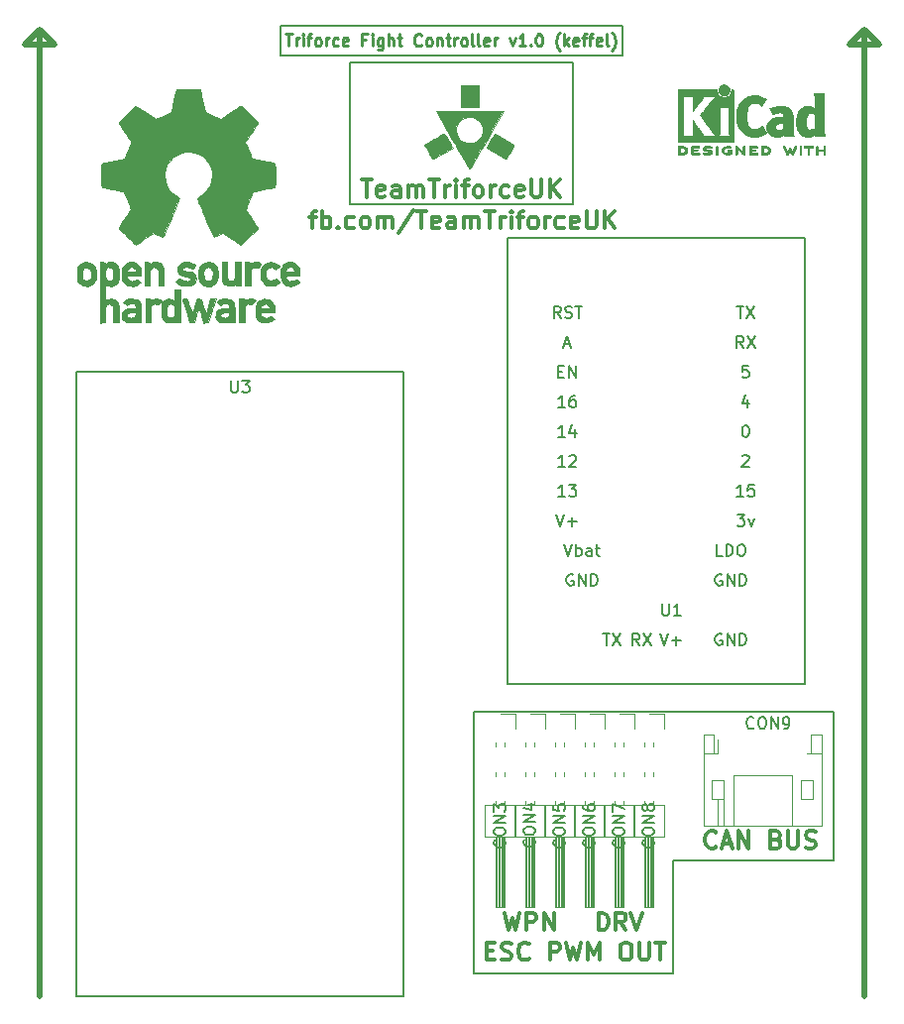
<source format=gto>
G04 #@! TF.FileFunction,Legend,Top*
%FSLAX46Y46*%
G04 Gerber Fmt 4.6, Leading zero omitted, Abs format (unit mm)*
G04 Created by KiCad (PCBNEW 4.0.7-e2-6376~58~ubuntu16.04.1) date Fri Jan 19 19:52:53 2018*
%MOMM*%
%LPD*%
G01*
G04 APERTURE LIST*
%ADD10C,0.100000*%
%ADD11C,0.200000*%
%ADD12C,0.300000*%
%ADD13C,0.500000*%
%ADD14C,0.250000*%
%ADD15C,0.150000*%
%ADD16C,0.120000*%
%ADD17C,0.010000*%
G04 APERTURE END LIST*
D10*
D11*
X151384000Y-113030000D02*
X151384000Y-135382000D01*
X182118000Y-113030000D02*
X151384000Y-113030000D01*
X182118000Y-125730000D02*
X182118000Y-113030000D01*
X168402000Y-125730000D02*
X182118000Y-125730000D01*
X168402000Y-135382000D02*
X168402000Y-125730000D01*
X151384000Y-135382000D02*
X168402000Y-135382000D01*
X134860000Y-54450000D02*
X134860000Y-56990000D01*
X164070000Y-54450000D02*
X134860000Y-54450000D01*
X164070000Y-56990000D02*
X164070000Y-54450000D01*
X134860000Y-56990000D02*
X164070000Y-56990000D01*
D12*
X162030286Y-131709571D02*
X162030286Y-130209571D01*
X162387429Y-130209571D01*
X162601714Y-130281000D01*
X162744572Y-130423857D01*
X162816000Y-130566714D01*
X162887429Y-130852429D01*
X162887429Y-131066714D01*
X162816000Y-131352429D01*
X162744572Y-131495286D01*
X162601714Y-131638143D01*
X162387429Y-131709571D01*
X162030286Y-131709571D01*
X164387429Y-131709571D02*
X163887429Y-130995286D01*
X163530286Y-131709571D02*
X163530286Y-130209571D01*
X164101714Y-130209571D01*
X164244572Y-130281000D01*
X164316000Y-130352429D01*
X164387429Y-130495286D01*
X164387429Y-130709571D01*
X164316000Y-130852429D01*
X164244572Y-130923857D01*
X164101714Y-130995286D01*
X163530286Y-130995286D01*
X164816000Y-130209571D02*
X165316000Y-131709571D01*
X165816000Y-130209571D01*
X154017429Y-130209571D02*
X154374572Y-131709571D01*
X154660286Y-130638143D01*
X154946000Y-131709571D01*
X155303143Y-130209571D01*
X155874572Y-131709571D02*
X155874572Y-130209571D01*
X156446000Y-130209571D01*
X156588858Y-130281000D01*
X156660286Y-130352429D01*
X156731715Y-130495286D01*
X156731715Y-130709571D01*
X156660286Y-130852429D01*
X156588858Y-130923857D01*
X156446000Y-130995286D01*
X155874572Y-130995286D01*
X157374572Y-131709571D02*
X157374572Y-130209571D01*
X158231715Y-131709571D01*
X158231715Y-130209571D01*
X172095286Y-124581714D02*
X172023857Y-124653143D01*
X171809571Y-124724571D01*
X171666714Y-124724571D01*
X171452429Y-124653143D01*
X171309571Y-124510286D01*
X171238143Y-124367429D01*
X171166714Y-124081714D01*
X171166714Y-123867429D01*
X171238143Y-123581714D01*
X171309571Y-123438857D01*
X171452429Y-123296000D01*
X171666714Y-123224571D01*
X171809571Y-123224571D01*
X172023857Y-123296000D01*
X172095286Y-123367429D01*
X172666714Y-124296000D02*
X173381000Y-124296000D01*
X172523857Y-124724571D02*
X173023857Y-123224571D01*
X173523857Y-124724571D01*
X174023857Y-124724571D02*
X174023857Y-123224571D01*
X174881000Y-124724571D01*
X174881000Y-123224571D01*
X177238143Y-123938857D02*
X177452429Y-124010286D01*
X177523857Y-124081714D01*
X177595286Y-124224571D01*
X177595286Y-124438857D01*
X177523857Y-124581714D01*
X177452429Y-124653143D01*
X177309571Y-124724571D01*
X176738143Y-124724571D01*
X176738143Y-123224571D01*
X177238143Y-123224571D01*
X177381000Y-123296000D01*
X177452429Y-123367429D01*
X177523857Y-123510286D01*
X177523857Y-123653143D01*
X177452429Y-123796000D01*
X177381000Y-123867429D01*
X177238143Y-123938857D01*
X176738143Y-123938857D01*
X178238143Y-123224571D02*
X178238143Y-124438857D01*
X178309571Y-124581714D01*
X178381000Y-124653143D01*
X178523857Y-124724571D01*
X178809571Y-124724571D01*
X178952429Y-124653143D01*
X179023857Y-124581714D01*
X179095286Y-124438857D01*
X179095286Y-123224571D01*
X179738143Y-124653143D02*
X179952429Y-124724571D01*
X180309572Y-124724571D01*
X180452429Y-124653143D01*
X180523858Y-124581714D01*
X180595286Y-124438857D01*
X180595286Y-124296000D01*
X180523858Y-124153143D01*
X180452429Y-124081714D01*
X180309572Y-124010286D01*
X180023858Y-123938857D01*
X179881000Y-123867429D01*
X179809572Y-123796000D01*
X179738143Y-123653143D01*
X179738143Y-123510286D01*
X179809572Y-123367429D01*
X179881000Y-123296000D01*
X180023858Y-123224571D01*
X180381000Y-123224571D01*
X180595286Y-123296000D01*
X152470286Y-133463857D02*
X152970286Y-133463857D01*
X153184572Y-134249571D02*
X152470286Y-134249571D01*
X152470286Y-132749571D01*
X153184572Y-132749571D01*
X153756000Y-134178143D02*
X153970286Y-134249571D01*
X154327429Y-134249571D01*
X154470286Y-134178143D01*
X154541715Y-134106714D01*
X154613143Y-133963857D01*
X154613143Y-133821000D01*
X154541715Y-133678143D01*
X154470286Y-133606714D01*
X154327429Y-133535286D01*
X154041715Y-133463857D01*
X153898857Y-133392429D01*
X153827429Y-133321000D01*
X153756000Y-133178143D01*
X153756000Y-133035286D01*
X153827429Y-132892429D01*
X153898857Y-132821000D01*
X154041715Y-132749571D01*
X154398857Y-132749571D01*
X154613143Y-132821000D01*
X156113143Y-134106714D02*
X156041714Y-134178143D01*
X155827428Y-134249571D01*
X155684571Y-134249571D01*
X155470286Y-134178143D01*
X155327428Y-134035286D01*
X155256000Y-133892429D01*
X155184571Y-133606714D01*
X155184571Y-133392429D01*
X155256000Y-133106714D01*
X155327428Y-132963857D01*
X155470286Y-132821000D01*
X155684571Y-132749571D01*
X155827428Y-132749571D01*
X156041714Y-132821000D01*
X156113143Y-132892429D01*
X157898857Y-134249571D02*
X157898857Y-132749571D01*
X158470285Y-132749571D01*
X158613143Y-132821000D01*
X158684571Y-132892429D01*
X158756000Y-133035286D01*
X158756000Y-133249571D01*
X158684571Y-133392429D01*
X158613143Y-133463857D01*
X158470285Y-133535286D01*
X157898857Y-133535286D01*
X159256000Y-132749571D02*
X159613143Y-134249571D01*
X159898857Y-133178143D01*
X160184571Y-134249571D01*
X160541714Y-132749571D01*
X161113143Y-134249571D02*
X161113143Y-132749571D01*
X161613143Y-133821000D01*
X162113143Y-132749571D01*
X162113143Y-134249571D01*
X164256000Y-132749571D02*
X164541714Y-132749571D01*
X164684572Y-132821000D01*
X164827429Y-132963857D01*
X164898857Y-133249571D01*
X164898857Y-133749571D01*
X164827429Y-134035286D01*
X164684572Y-134178143D01*
X164541714Y-134249571D01*
X164256000Y-134249571D01*
X164113143Y-134178143D01*
X163970286Y-134035286D01*
X163898857Y-133749571D01*
X163898857Y-133249571D01*
X163970286Y-132963857D01*
X164113143Y-132821000D01*
X164256000Y-132749571D01*
X165541715Y-132749571D02*
X165541715Y-133963857D01*
X165613143Y-134106714D01*
X165684572Y-134178143D01*
X165827429Y-134249571D01*
X166113143Y-134249571D01*
X166256001Y-134178143D01*
X166327429Y-134106714D01*
X166398858Y-133963857D01*
X166398858Y-132749571D01*
X166898858Y-132749571D02*
X167756001Y-132749571D01*
X167327430Y-134249571D02*
X167327430Y-132749571D01*
D13*
X186041000Y-56101000D02*
X184771000Y-54831000D01*
X183501000Y-56101000D02*
X186041000Y-56101000D01*
X184771000Y-54831000D02*
X183501000Y-56101000D01*
X184771000Y-137381000D02*
X184771000Y-54831000D01*
X114286000Y-137381000D02*
X114286000Y-54831000D01*
X115556000Y-56101000D02*
X114286000Y-54831000D01*
X114286000Y-54831000D02*
X113016000Y-56101000D01*
X113016000Y-56101000D02*
X115556000Y-56101000D01*
D12*
X137373857Y-70765571D02*
X137945286Y-70765571D01*
X137588143Y-71765571D02*
X137588143Y-70479857D01*
X137659571Y-70337000D01*
X137802429Y-70265571D01*
X137945286Y-70265571D01*
X138445286Y-71765571D02*
X138445286Y-70265571D01*
X138445286Y-70837000D02*
X138588143Y-70765571D01*
X138873857Y-70765571D01*
X139016714Y-70837000D01*
X139088143Y-70908429D01*
X139159572Y-71051286D01*
X139159572Y-71479857D01*
X139088143Y-71622714D01*
X139016714Y-71694143D01*
X138873857Y-71765571D01*
X138588143Y-71765571D01*
X138445286Y-71694143D01*
X139802429Y-71622714D02*
X139873857Y-71694143D01*
X139802429Y-71765571D01*
X139731000Y-71694143D01*
X139802429Y-71622714D01*
X139802429Y-71765571D01*
X141159572Y-71694143D02*
X141016715Y-71765571D01*
X140731001Y-71765571D01*
X140588143Y-71694143D01*
X140516715Y-71622714D01*
X140445286Y-71479857D01*
X140445286Y-71051286D01*
X140516715Y-70908429D01*
X140588143Y-70837000D01*
X140731001Y-70765571D01*
X141016715Y-70765571D01*
X141159572Y-70837000D01*
X142016715Y-71765571D02*
X141873857Y-71694143D01*
X141802429Y-71622714D01*
X141731000Y-71479857D01*
X141731000Y-71051286D01*
X141802429Y-70908429D01*
X141873857Y-70837000D01*
X142016715Y-70765571D01*
X142231000Y-70765571D01*
X142373857Y-70837000D01*
X142445286Y-70908429D01*
X142516715Y-71051286D01*
X142516715Y-71479857D01*
X142445286Y-71622714D01*
X142373857Y-71694143D01*
X142231000Y-71765571D01*
X142016715Y-71765571D01*
X143159572Y-71765571D02*
X143159572Y-70765571D01*
X143159572Y-70908429D02*
X143231000Y-70837000D01*
X143373858Y-70765571D01*
X143588143Y-70765571D01*
X143731000Y-70837000D01*
X143802429Y-70979857D01*
X143802429Y-71765571D01*
X143802429Y-70979857D02*
X143873858Y-70837000D01*
X144016715Y-70765571D01*
X144231000Y-70765571D01*
X144373858Y-70837000D01*
X144445286Y-70979857D01*
X144445286Y-71765571D01*
X146231000Y-70194143D02*
X144945286Y-72122714D01*
X146516715Y-70265571D02*
X147373858Y-70265571D01*
X146945287Y-71765571D02*
X146945287Y-70265571D01*
X148445286Y-71694143D02*
X148302429Y-71765571D01*
X148016715Y-71765571D01*
X147873858Y-71694143D01*
X147802429Y-71551286D01*
X147802429Y-70979857D01*
X147873858Y-70837000D01*
X148016715Y-70765571D01*
X148302429Y-70765571D01*
X148445286Y-70837000D01*
X148516715Y-70979857D01*
X148516715Y-71122714D01*
X147802429Y-71265571D01*
X149802429Y-71765571D02*
X149802429Y-70979857D01*
X149731000Y-70837000D01*
X149588143Y-70765571D01*
X149302429Y-70765571D01*
X149159572Y-70837000D01*
X149802429Y-71694143D02*
X149659572Y-71765571D01*
X149302429Y-71765571D01*
X149159572Y-71694143D01*
X149088143Y-71551286D01*
X149088143Y-71408429D01*
X149159572Y-71265571D01*
X149302429Y-71194143D01*
X149659572Y-71194143D01*
X149802429Y-71122714D01*
X150516715Y-71765571D02*
X150516715Y-70765571D01*
X150516715Y-70908429D02*
X150588143Y-70837000D01*
X150731001Y-70765571D01*
X150945286Y-70765571D01*
X151088143Y-70837000D01*
X151159572Y-70979857D01*
X151159572Y-71765571D01*
X151159572Y-70979857D02*
X151231001Y-70837000D01*
X151373858Y-70765571D01*
X151588143Y-70765571D01*
X151731001Y-70837000D01*
X151802429Y-70979857D01*
X151802429Y-71765571D01*
X152302429Y-70265571D02*
X153159572Y-70265571D01*
X152731001Y-71765571D02*
X152731001Y-70265571D01*
X153659572Y-71765571D02*
X153659572Y-70765571D01*
X153659572Y-71051286D02*
X153731000Y-70908429D01*
X153802429Y-70837000D01*
X153945286Y-70765571D01*
X154088143Y-70765571D01*
X154588143Y-71765571D02*
X154588143Y-70765571D01*
X154588143Y-70265571D02*
X154516714Y-70337000D01*
X154588143Y-70408429D01*
X154659571Y-70337000D01*
X154588143Y-70265571D01*
X154588143Y-70408429D01*
X155088143Y-70765571D02*
X155659572Y-70765571D01*
X155302429Y-71765571D02*
X155302429Y-70479857D01*
X155373857Y-70337000D01*
X155516715Y-70265571D01*
X155659572Y-70265571D01*
X156373858Y-71765571D02*
X156231000Y-71694143D01*
X156159572Y-71622714D01*
X156088143Y-71479857D01*
X156088143Y-71051286D01*
X156159572Y-70908429D01*
X156231000Y-70837000D01*
X156373858Y-70765571D01*
X156588143Y-70765571D01*
X156731000Y-70837000D01*
X156802429Y-70908429D01*
X156873858Y-71051286D01*
X156873858Y-71479857D01*
X156802429Y-71622714D01*
X156731000Y-71694143D01*
X156588143Y-71765571D01*
X156373858Y-71765571D01*
X157516715Y-71765571D02*
X157516715Y-70765571D01*
X157516715Y-71051286D02*
X157588143Y-70908429D01*
X157659572Y-70837000D01*
X157802429Y-70765571D01*
X157945286Y-70765571D01*
X159088143Y-71694143D02*
X158945286Y-71765571D01*
X158659572Y-71765571D01*
X158516714Y-71694143D01*
X158445286Y-71622714D01*
X158373857Y-71479857D01*
X158373857Y-71051286D01*
X158445286Y-70908429D01*
X158516714Y-70837000D01*
X158659572Y-70765571D01*
X158945286Y-70765571D01*
X159088143Y-70837000D01*
X160302428Y-71694143D02*
X160159571Y-71765571D01*
X159873857Y-71765571D01*
X159731000Y-71694143D01*
X159659571Y-71551286D01*
X159659571Y-70979857D01*
X159731000Y-70837000D01*
X159873857Y-70765571D01*
X160159571Y-70765571D01*
X160302428Y-70837000D01*
X160373857Y-70979857D01*
X160373857Y-71122714D01*
X159659571Y-71265571D01*
X161016714Y-70265571D02*
X161016714Y-71479857D01*
X161088142Y-71622714D01*
X161159571Y-71694143D01*
X161302428Y-71765571D01*
X161588142Y-71765571D01*
X161731000Y-71694143D01*
X161802428Y-71622714D01*
X161873857Y-71479857D01*
X161873857Y-70265571D01*
X162588143Y-71765571D02*
X162588143Y-70265571D01*
X163445286Y-71765571D02*
X162802429Y-70908429D01*
X163445286Y-70265571D02*
X162588143Y-71122714D01*
D11*
X159879000Y-57625000D02*
X140829000Y-57625000D01*
X159879000Y-69690000D02*
X159879000Y-57625000D01*
X140829000Y-69690000D02*
X159879000Y-69690000D01*
X140829000Y-57625000D02*
X140829000Y-69690000D01*
D12*
X141818286Y-67598571D02*
X142675429Y-67598571D01*
X142246858Y-69098571D02*
X142246858Y-67598571D01*
X143746857Y-69027143D02*
X143604000Y-69098571D01*
X143318286Y-69098571D01*
X143175429Y-69027143D01*
X143104000Y-68884286D01*
X143104000Y-68312857D01*
X143175429Y-68170000D01*
X143318286Y-68098571D01*
X143604000Y-68098571D01*
X143746857Y-68170000D01*
X143818286Y-68312857D01*
X143818286Y-68455714D01*
X143104000Y-68598571D01*
X145104000Y-69098571D02*
X145104000Y-68312857D01*
X145032571Y-68170000D01*
X144889714Y-68098571D01*
X144604000Y-68098571D01*
X144461143Y-68170000D01*
X145104000Y-69027143D02*
X144961143Y-69098571D01*
X144604000Y-69098571D01*
X144461143Y-69027143D01*
X144389714Y-68884286D01*
X144389714Y-68741429D01*
X144461143Y-68598571D01*
X144604000Y-68527143D01*
X144961143Y-68527143D01*
X145104000Y-68455714D01*
X145818286Y-69098571D02*
X145818286Y-68098571D01*
X145818286Y-68241429D02*
X145889714Y-68170000D01*
X146032572Y-68098571D01*
X146246857Y-68098571D01*
X146389714Y-68170000D01*
X146461143Y-68312857D01*
X146461143Y-69098571D01*
X146461143Y-68312857D02*
X146532572Y-68170000D01*
X146675429Y-68098571D01*
X146889714Y-68098571D01*
X147032572Y-68170000D01*
X147104000Y-68312857D01*
X147104000Y-69098571D01*
X147604000Y-67598571D02*
X148461143Y-67598571D01*
X148032572Y-69098571D02*
X148032572Y-67598571D01*
X148961143Y-69098571D02*
X148961143Y-68098571D01*
X148961143Y-68384286D02*
X149032571Y-68241429D01*
X149104000Y-68170000D01*
X149246857Y-68098571D01*
X149389714Y-68098571D01*
X149889714Y-69098571D02*
X149889714Y-68098571D01*
X149889714Y-67598571D02*
X149818285Y-67670000D01*
X149889714Y-67741429D01*
X149961142Y-67670000D01*
X149889714Y-67598571D01*
X149889714Y-67741429D01*
X150389714Y-68098571D02*
X150961143Y-68098571D01*
X150604000Y-69098571D02*
X150604000Y-67812857D01*
X150675428Y-67670000D01*
X150818286Y-67598571D01*
X150961143Y-67598571D01*
X151675429Y-69098571D02*
X151532571Y-69027143D01*
X151461143Y-68955714D01*
X151389714Y-68812857D01*
X151389714Y-68384286D01*
X151461143Y-68241429D01*
X151532571Y-68170000D01*
X151675429Y-68098571D01*
X151889714Y-68098571D01*
X152032571Y-68170000D01*
X152104000Y-68241429D01*
X152175429Y-68384286D01*
X152175429Y-68812857D01*
X152104000Y-68955714D01*
X152032571Y-69027143D01*
X151889714Y-69098571D01*
X151675429Y-69098571D01*
X152818286Y-69098571D02*
X152818286Y-68098571D01*
X152818286Y-68384286D02*
X152889714Y-68241429D01*
X152961143Y-68170000D01*
X153104000Y-68098571D01*
X153246857Y-68098571D01*
X154389714Y-69027143D02*
X154246857Y-69098571D01*
X153961143Y-69098571D01*
X153818285Y-69027143D01*
X153746857Y-68955714D01*
X153675428Y-68812857D01*
X153675428Y-68384286D01*
X153746857Y-68241429D01*
X153818285Y-68170000D01*
X153961143Y-68098571D01*
X154246857Y-68098571D01*
X154389714Y-68170000D01*
X155603999Y-69027143D02*
X155461142Y-69098571D01*
X155175428Y-69098571D01*
X155032571Y-69027143D01*
X154961142Y-68884286D01*
X154961142Y-68312857D01*
X155032571Y-68170000D01*
X155175428Y-68098571D01*
X155461142Y-68098571D01*
X155603999Y-68170000D01*
X155675428Y-68312857D01*
X155675428Y-68455714D01*
X154961142Y-68598571D01*
X156318285Y-67598571D02*
X156318285Y-68812857D01*
X156389713Y-68955714D01*
X156461142Y-69027143D01*
X156603999Y-69098571D01*
X156889713Y-69098571D01*
X157032571Y-69027143D01*
X157103999Y-68955714D01*
X157175428Y-68812857D01*
X157175428Y-67598571D01*
X157889714Y-69098571D02*
X157889714Y-67598571D01*
X158746857Y-69098571D02*
X158104000Y-68241429D01*
X158746857Y-67598571D02*
X157889714Y-68455714D01*
D14*
X135298330Y-55172381D02*
X135869759Y-55172381D01*
X135584044Y-56172381D02*
X135584044Y-55172381D01*
X136203092Y-56172381D02*
X136203092Y-55505714D01*
X136203092Y-55696190D02*
X136250711Y-55600952D01*
X136298330Y-55553333D01*
X136393568Y-55505714D01*
X136488807Y-55505714D01*
X136822140Y-56172381D02*
X136822140Y-55505714D01*
X136822140Y-55172381D02*
X136774521Y-55220000D01*
X136822140Y-55267619D01*
X136869759Y-55220000D01*
X136822140Y-55172381D01*
X136822140Y-55267619D01*
X137155473Y-55505714D02*
X137536425Y-55505714D01*
X137298330Y-56172381D02*
X137298330Y-55315238D01*
X137345949Y-55220000D01*
X137441187Y-55172381D01*
X137536425Y-55172381D01*
X138012616Y-56172381D02*
X137917378Y-56124762D01*
X137869759Y-56077143D01*
X137822140Y-55981905D01*
X137822140Y-55696190D01*
X137869759Y-55600952D01*
X137917378Y-55553333D01*
X138012616Y-55505714D01*
X138155474Y-55505714D01*
X138250712Y-55553333D01*
X138298331Y-55600952D01*
X138345950Y-55696190D01*
X138345950Y-55981905D01*
X138298331Y-56077143D01*
X138250712Y-56124762D01*
X138155474Y-56172381D01*
X138012616Y-56172381D01*
X138774521Y-56172381D02*
X138774521Y-55505714D01*
X138774521Y-55696190D02*
X138822140Y-55600952D01*
X138869759Y-55553333D01*
X138964997Y-55505714D01*
X139060236Y-55505714D01*
X139822141Y-56124762D02*
X139726903Y-56172381D01*
X139536426Y-56172381D01*
X139441188Y-56124762D01*
X139393569Y-56077143D01*
X139345950Y-55981905D01*
X139345950Y-55696190D01*
X139393569Y-55600952D01*
X139441188Y-55553333D01*
X139536426Y-55505714D01*
X139726903Y-55505714D01*
X139822141Y-55553333D01*
X140631665Y-56124762D02*
X140536427Y-56172381D01*
X140345950Y-56172381D01*
X140250712Y-56124762D01*
X140203093Y-56029524D01*
X140203093Y-55648571D01*
X140250712Y-55553333D01*
X140345950Y-55505714D01*
X140536427Y-55505714D01*
X140631665Y-55553333D01*
X140679284Y-55648571D01*
X140679284Y-55743810D01*
X140203093Y-55839048D01*
X142203094Y-55648571D02*
X141869760Y-55648571D01*
X141869760Y-56172381D02*
X141869760Y-55172381D01*
X142345951Y-55172381D01*
X142726903Y-56172381D02*
X142726903Y-55505714D01*
X142726903Y-55172381D02*
X142679284Y-55220000D01*
X142726903Y-55267619D01*
X142774522Y-55220000D01*
X142726903Y-55172381D01*
X142726903Y-55267619D01*
X143631665Y-55505714D02*
X143631665Y-56315238D01*
X143584046Y-56410476D01*
X143536427Y-56458095D01*
X143441188Y-56505714D01*
X143298331Y-56505714D01*
X143203093Y-56458095D01*
X143631665Y-56124762D02*
X143536427Y-56172381D01*
X143345950Y-56172381D01*
X143250712Y-56124762D01*
X143203093Y-56077143D01*
X143155474Y-55981905D01*
X143155474Y-55696190D01*
X143203093Y-55600952D01*
X143250712Y-55553333D01*
X143345950Y-55505714D01*
X143536427Y-55505714D01*
X143631665Y-55553333D01*
X144107855Y-56172381D02*
X144107855Y-55172381D01*
X144536427Y-56172381D02*
X144536427Y-55648571D01*
X144488808Y-55553333D01*
X144393570Y-55505714D01*
X144250712Y-55505714D01*
X144155474Y-55553333D01*
X144107855Y-55600952D01*
X144869760Y-55505714D02*
X145250712Y-55505714D01*
X145012617Y-55172381D02*
X145012617Y-56029524D01*
X145060236Y-56124762D01*
X145155474Y-56172381D01*
X145250712Y-56172381D01*
X146917380Y-56077143D02*
X146869761Y-56124762D01*
X146726904Y-56172381D01*
X146631666Y-56172381D01*
X146488808Y-56124762D01*
X146393570Y-56029524D01*
X146345951Y-55934286D01*
X146298332Y-55743810D01*
X146298332Y-55600952D01*
X146345951Y-55410476D01*
X146393570Y-55315238D01*
X146488808Y-55220000D01*
X146631666Y-55172381D01*
X146726904Y-55172381D01*
X146869761Y-55220000D01*
X146917380Y-55267619D01*
X147488808Y-56172381D02*
X147393570Y-56124762D01*
X147345951Y-56077143D01*
X147298332Y-55981905D01*
X147298332Y-55696190D01*
X147345951Y-55600952D01*
X147393570Y-55553333D01*
X147488808Y-55505714D01*
X147631666Y-55505714D01*
X147726904Y-55553333D01*
X147774523Y-55600952D01*
X147822142Y-55696190D01*
X147822142Y-55981905D01*
X147774523Y-56077143D01*
X147726904Y-56124762D01*
X147631666Y-56172381D01*
X147488808Y-56172381D01*
X148250713Y-55505714D02*
X148250713Y-56172381D01*
X148250713Y-55600952D02*
X148298332Y-55553333D01*
X148393570Y-55505714D01*
X148536428Y-55505714D01*
X148631666Y-55553333D01*
X148679285Y-55648571D01*
X148679285Y-56172381D01*
X149012618Y-55505714D02*
X149393570Y-55505714D01*
X149155475Y-55172381D02*
X149155475Y-56029524D01*
X149203094Y-56124762D01*
X149298332Y-56172381D01*
X149393570Y-56172381D01*
X149726904Y-56172381D02*
X149726904Y-55505714D01*
X149726904Y-55696190D02*
X149774523Y-55600952D01*
X149822142Y-55553333D01*
X149917380Y-55505714D01*
X150012619Y-55505714D01*
X150488809Y-56172381D02*
X150393571Y-56124762D01*
X150345952Y-56077143D01*
X150298333Y-55981905D01*
X150298333Y-55696190D01*
X150345952Y-55600952D01*
X150393571Y-55553333D01*
X150488809Y-55505714D01*
X150631667Y-55505714D01*
X150726905Y-55553333D01*
X150774524Y-55600952D01*
X150822143Y-55696190D01*
X150822143Y-55981905D01*
X150774524Y-56077143D01*
X150726905Y-56124762D01*
X150631667Y-56172381D01*
X150488809Y-56172381D01*
X151393571Y-56172381D02*
X151298333Y-56124762D01*
X151250714Y-56029524D01*
X151250714Y-55172381D01*
X151917381Y-56172381D02*
X151822143Y-56124762D01*
X151774524Y-56029524D01*
X151774524Y-55172381D01*
X152679287Y-56124762D02*
X152584049Y-56172381D01*
X152393572Y-56172381D01*
X152298334Y-56124762D01*
X152250715Y-56029524D01*
X152250715Y-55648571D01*
X152298334Y-55553333D01*
X152393572Y-55505714D01*
X152584049Y-55505714D01*
X152679287Y-55553333D01*
X152726906Y-55648571D01*
X152726906Y-55743810D01*
X152250715Y-55839048D01*
X153155477Y-56172381D02*
X153155477Y-55505714D01*
X153155477Y-55696190D02*
X153203096Y-55600952D01*
X153250715Y-55553333D01*
X153345953Y-55505714D01*
X153441192Y-55505714D01*
X154441192Y-55505714D02*
X154679287Y-56172381D01*
X154917383Y-55505714D01*
X155822145Y-56172381D02*
X155250716Y-56172381D01*
X155536430Y-56172381D02*
X155536430Y-55172381D01*
X155441192Y-55315238D01*
X155345954Y-55410476D01*
X155250716Y-55458095D01*
X156250716Y-56077143D02*
X156298335Y-56124762D01*
X156250716Y-56172381D01*
X156203097Y-56124762D01*
X156250716Y-56077143D01*
X156250716Y-56172381D01*
X156917382Y-55172381D02*
X157012621Y-55172381D01*
X157107859Y-55220000D01*
X157155478Y-55267619D01*
X157203097Y-55362857D01*
X157250716Y-55553333D01*
X157250716Y-55791429D01*
X157203097Y-55981905D01*
X157155478Y-56077143D01*
X157107859Y-56124762D01*
X157012621Y-56172381D01*
X156917382Y-56172381D01*
X156822144Y-56124762D01*
X156774525Y-56077143D01*
X156726906Y-55981905D01*
X156679287Y-55791429D01*
X156679287Y-55553333D01*
X156726906Y-55362857D01*
X156774525Y-55267619D01*
X156822144Y-55220000D01*
X156917382Y-55172381D01*
X158726907Y-56553333D02*
X158679287Y-56505714D01*
X158584049Y-56362857D01*
X158536430Y-56267619D01*
X158488811Y-56124762D01*
X158441192Y-55886667D01*
X158441192Y-55696190D01*
X158488811Y-55458095D01*
X158536430Y-55315238D01*
X158584049Y-55220000D01*
X158679287Y-55077143D01*
X158726907Y-55029524D01*
X159107859Y-56172381D02*
X159107859Y-55172381D01*
X159203097Y-55791429D02*
X159488812Y-56172381D01*
X159488812Y-55505714D02*
X159107859Y-55886667D01*
X160298336Y-56124762D02*
X160203098Y-56172381D01*
X160012621Y-56172381D01*
X159917383Y-56124762D01*
X159869764Y-56029524D01*
X159869764Y-55648571D01*
X159917383Y-55553333D01*
X160012621Y-55505714D01*
X160203098Y-55505714D01*
X160298336Y-55553333D01*
X160345955Y-55648571D01*
X160345955Y-55743810D01*
X159869764Y-55839048D01*
X160631669Y-55505714D02*
X161012621Y-55505714D01*
X160774526Y-56172381D02*
X160774526Y-55315238D01*
X160822145Y-55220000D01*
X160917383Y-55172381D01*
X161012621Y-55172381D01*
X161203098Y-55505714D02*
X161584050Y-55505714D01*
X161345955Y-56172381D02*
X161345955Y-55315238D01*
X161393574Y-55220000D01*
X161488812Y-55172381D01*
X161584050Y-55172381D01*
X162298337Y-56124762D02*
X162203099Y-56172381D01*
X162012622Y-56172381D01*
X161917384Y-56124762D01*
X161869765Y-56029524D01*
X161869765Y-55648571D01*
X161917384Y-55553333D01*
X162012622Y-55505714D01*
X162203099Y-55505714D01*
X162298337Y-55553333D01*
X162345956Y-55648571D01*
X162345956Y-55743810D01*
X161869765Y-55839048D01*
X162917384Y-56172381D02*
X162822146Y-56124762D01*
X162774527Y-56029524D01*
X162774527Y-55172381D01*
X163203099Y-56553333D02*
X163250718Y-56505714D01*
X163345956Y-56362857D01*
X163393575Y-56267619D01*
X163441194Y-56124762D01*
X163488813Y-55886667D01*
X163488813Y-55696190D01*
X163441194Y-55458095D01*
X163393575Y-55315238D01*
X163345956Y-55220000D01*
X163250718Y-55077143D01*
X163203099Y-55029524D01*
D15*
X125081000Y-137381000D02*
X117461000Y-137381000D01*
X117461000Y-137381000D02*
X117461000Y-84041000D01*
X117461000Y-84041000D02*
X145401000Y-84041000D01*
X145401000Y-84041000D02*
X145401000Y-137381000D01*
X145401000Y-137381000D02*
X125081000Y-137381000D01*
X125081000Y-137381000D02*
X117461000Y-137381000D01*
X117461000Y-137381000D02*
X117461000Y-84041000D01*
X117461000Y-84041000D02*
X145401000Y-84041000D01*
X145401000Y-84041000D02*
X145401000Y-137381000D01*
X145401000Y-137381000D02*
X125081000Y-137381000D01*
D16*
X155816000Y-118171000D02*
X155816000Y-118558071D01*
X156576000Y-118171000D02*
X156576000Y-118558071D01*
X157526000Y-121041000D02*
X154866000Y-121041000D01*
X154866000Y-121041000D02*
X154866000Y-123701000D01*
X154866000Y-123701000D02*
X157526000Y-123701000D01*
X157526000Y-123701000D02*
X157526000Y-121041000D01*
X156576000Y-123701000D02*
X156576000Y-129701000D01*
X156576000Y-129701000D02*
X155816000Y-129701000D01*
X155816000Y-129701000D02*
X155816000Y-123701000D01*
X156516000Y-123701000D02*
X156516000Y-129701000D01*
X156396000Y-123701000D02*
X156396000Y-129701000D01*
X156276000Y-123701000D02*
X156276000Y-129701000D01*
X156156000Y-123701000D02*
X156156000Y-129701000D01*
X156036000Y-123701000D02*
X156036000Y-129701000D01*
X155916000Y-123701000D02*
X155916000Y-129701000D01*
X156576000Y-120643929D02*
X156576000Y-121041000D01*
X155816000Y-120643929D02*
X155816000Y-121041000D01*
X156576000Y-115631000D02*
X156576000Y-116018071D01*
X155816000Y-115631000D02*
X155816000Y-116018071D01*
X156196000Y-113251000D02*
X157466000Y-113251000D01*
X157466000Y-113251000D02*
X157466000Y-114521000D01*
X163436000Y-118171000D02*
X163436000Y-118558071D01*
X164196000Y-118171000D02*
X164196000Y-118558071D01*
X165146000Y-121041000D02*
X162486000Y-121041000D01*
X162486000Y-121041000D02*
X162486000Y-123701000D01*
X162486000Y-123701000D02*
X165146000Y-123701000D01*
X165146000Y-123701000D02*
X165146000Y-121041000D01*
X164196000Y-123701000D02*
X164196000Y-129701000D01*
X164196000Y-129701000D02*
X163436000Y-129701000D01*
X163436000Y-129701000D02*
X163436000Y-123701000D01*
X164136000Y-123701000D02*
X164136000Y-129701000D01*
X164016000Y-123701000D02*
X164016000Y-129701000D01*
X163896000Y-123701000D02*
X163896000Y-129701000D01*
X163776000Y-123701000D02*
X163776000Y-129701000D01*
X163656000Y-123701000D02*
X163656000Y-129701000D01*
X163536000Y-123701000D02*
X163536000Y-129701000D01*
X164196000Y-120643929D02*
X164196000Y-121041000D01*
X163436000Y-120643929D02*
X163436000Y-121041000D01*
X164196000Y-115631000D02*
X164196000Y-116018071D01*
X163436000Y-115631000D02*
X163436000Y-116018071D01*
X163816000Y-113251000D02*
X165086000Y-113251000D01*
X165086000Y-113251000D02*
X165086000Y-114521000D01*
X173556000Y-122776000D02*
X173556000Y-118426000D01*
X173556000Y-118426000D02*
X178556000Y-118426000D01*
X178556000Y-118426000D02*
X178556000Y-122776000D01*
X172256000Y-116576000D02*
X171906000Y-116576000D01*
X171906000Y-116576000D02*
X171906000Y-114976000D01*
X171906000Y-114976000D02*
X171006000Y-114976000D01*
X171006000Y-114976000D02*
X171006000Y-122776000D01*
X171006000Y-122776000D02*
X181106000Y-122776000D01*
X181106000Y-122776000D02*
X181106000Y-114976000D01*
X181106000Y-114976000D02*
X180206000Y-114976000D01*
X180206000Y-114976000D02*
X180206000Y-116576000D01*
X180206000Y-116576000D02*
X179856000Y-116576000D01*
X171006000Y-116576000D02*
X171906000Y-116576000D01*
X181106000Y-116576000D02*
X180206000Y-116576000D01*
X171756000Y-118926000D02*
X171756000Y-120526000D01*
X171756000Y-120526000D02*
X172756000Y-120526000D01*
X172756000Y-120526000D02*
X172756000Y-118926000D01*
X172756000Y-118926000D02*
X171756000Y-118926000D01*
X180356000Y-118926000D02*
X180356000Y-120526000D01*
X180356000Y-120526000D02*
X179356000Y-120526000D01*
X179356000Y-120526000D02*
X179356000Y-118926000D01*
X179356000Y-118926000D02*
X180356000Y-118926000D01*
X172756000Y-120526000D02*
X172756000Y-122776000D01*
X172256000Y-120526000D02*
X172256000Y-122776000D01*
X172256000Y-116576000D02*
X172256000Y-115376000D01*
X165976000Y-118171000D02*
X165976000Y-118558071D01*
X166736000Y-118171000D02*
X166736000Y-118558071D01*
X167686000Y-121041000D02*
X165026000Y-121041000D01*
X165026000Y-121041000D02*
X165026000Y-123701000D01*
X165026000Y-123701000D02*
X167686000Y-123701000D01*
X167686000Y-123701000D02*
X167686000Y-121041000D01*
X166736000Y-123701000D02*
X166736000Y-129701000D01*
X166736000Y-129701000D02*
X165976000Y-129701000D01*
X165976000Y-129701000D02*
X165976000Y-123701000D01*
X166676000Y-123701000D02*
X166676000Y-129701000D01*
X166556000Y-123701000D02*
X166556000Y-129701000D01*
X166436000Y-123701000D02*
X166436000Y-129701000D01*
X166316000Y-123701000D02*
X166316000Y-129701000D01*
X166196000Y-123701000D02*
X166196000Y-129701000D01*
X166076000Y-123701000D02*
X166076000Y-129701000D01*
X166736000Y-120643929D02*
X166736000Y-121041000D01*
X165976000Y-120643929D02*
X165976000Y-121041000D01*
X166736000Y-115631000D02*
X166736000Y-116018071D01*
X165976000Y-115631000D02*
X165976000Y-116018071D01*
X166356000Y-113251000D02*
X167626000Y-113251000D01*
X167626000Y-113251000D02*
X167626000Y-114521000D01*
X153276000Y-118171000D02*
X153276000Y-118558071D01*
X154036000Y-118171000D02*
X154036000Y-118558071D01*
X154986000Y-121041000D02*
X152326000Y-121041000D01*
X152326000Y-121041000D02*
X152326000Y-123701000D01*
X152326000Y-123701000D02*
X154986000Y-123701000D01*
X154986000Y-123701000D02*
X154986000Y-121041000D01*
X154036000Y-123701000D02*
X154036000Y-129701000D01*
X154036000Y-129701000D02*
X153276000Y-129701000D01*
X153276000Y-129701000D02*
X153276000Y-123701000D01*
X153976000Y-123701000D02*
X153976000Y-129701000D01*
X153856000Y-123701000D02*
X153856000Y-129701000D01*
X153736000Y-123701000D02*
X153736000Y-129701000D01*
X153616000Y-123701000D02*
X153616000Y-129701000D01*
X153496000Y-123701000D02*
X153496000Y-129701000D01*
X153376000Y-123701000D02*
X153376000Y-129701000D01*
X154036000Y-120643929D02*
X154036000Y-121041000D01*
X153276000Y-120643929D02*
X153276000Y-121041000D01*
X154036000Y-115631000D02*
X154036000Y-116018071D01*
X153276000Y-115631000D02*
X153276000Y-116018071D01*
X153656000Y-113251000D02*
X154926000Y-113251000D01*
X154926000Y-113251000D02*
X154926000Y-114521000D01*
X160896000Y-118171000D02*
X160896000Y-118558071D01*
X161656000Y-118171000D02*
X161656000Y-118558071D01*
X162606000Y-121041000D02*
X159946000Y-121041000D01*
X159946000Y-121041000D02*
X159946000Y-123701000D01*
X159946000Y-123701000D02*
X162606000Y-123701000D01*
X162606000Y-123701000D02*
X162606000Y-121041000D01*
X161656000Y-123701000D02*
X161656000Y-129701000D01*
X161656000Y-129701000D02*
X160896000Y-129701000D01*
X160896000Y-129701000D02*
X160896000Y-123701000D01*
X161596000Y-123701000D02*
X161596000Y-129701000D01*
X161476000Y-123701000D02*
X161476000Y-129701000D01*
X161356000Y-123701000D02*
X161356000Y-129701000D01*
X161236000Y-123701000D02*
X161236000Y-129701000D01*
X161116000Y-123701000D02*
X161116000Y-129701000D01*
X160996000Y-123701000D02*
X160996000Y-129701000D01*
X161656000Y-120643929D02*
X161656000Y-121041000D01*
X160896000Y-120643929D02*
X160896000Y-121041000D01*
X161656000Y-115631000D02*
X161656000Y-116018071D01*
X160896000Y-115631000D02*
X160896000Y-116018071D01*
X161276000Y-113251000D02*
X162546000Y-113251000D01*
X162546000Y-113251000D02*
X162546000Y-114521000D01*
X158356000Y-118171000D02*
X158356000Y-118558071D01*
X159116000Y-118171000D02*
X159116000Y-118558071D01*
X160066000Y-121041000D02*
X157406000Y-121041000D01*
X157406000Y-121041000D02*
X157406000Y-123701000D01*
X157406000Y-123701000D02*
X160066000Y-123701000D01*
X160066000Y-123701000D02*
X160066000Y-121041000D01*
X159116000Y-123701000D02*
X159116000Y-129701000D01*
X159116000Y-129701000D02*
X158356000Y-129701000D01*
X158356000Y-129701000D02*
X158356000Y-123701000D01*
X159056000Y-123701000D02*
X159056000Y-129701000D01*
X158936000Y-123701000D02*
X158936000Y-129701000D01*
X158816000Y-123701000D02*
X158816000Y-129701000D01*
X158696000Y-123701000D02*
X158696000Y-129701000D01*
X158576000Y-123701000D02*
X158576000Y-129701000D01*
X158456000Y-123701000D02*
X158456000Y-129701000D01*
X159116000Y-120643929D02*
X159116000Y-121041000D01*
X158356000Y-120643929D02*
X158356000Y-121041000D01*
X159116000Y-115631000D02*
X159116000Y-116018071D01*
X158356000Y-115631000D02*
X158356000Y-116018071D01*
X158736000Y-113251000D02*
X160006000Y-113251000D01*
X160006000Y-113251000D02*
X160006000Y-114521000D01*
D15*
X179691000Y-110711000D02*
X179691000Y-108171000D01*
X179691000Y-110711000D02*
X154291000Y-110711000D01*
X154291000Y-110711000D02*
X154291000Y-108171000D01*
X179691000Y-108171000D02*
X179691000Y-72611000D01*
X179691000Y-72611000D02*
X154291000Y-72611000D01*
X154291000Y-72611000D02*
X154291000Y-108171000D01*
D17*
G36*
X150127533Y-61711829D02*
X150626770Y-61713194D01*
X151055973Y-61714887D01*
X153916795Y-61727696D01*
X152931747Y-63439219D01*
X152555002Y-64093454D01*
X152225435Y-64664966D01*
X151941037Y-65157199D01*
X151699799Y-65573601D01*
X151499714Y-65917614D01*
X151338771Y-66192686D01*
X151214964Y-66402261D01*
X151126282Y-66549784D01*
X151070717Y-66638702D01*
X151047198Y-66671631D01*
X151014863Y-66639073D01*
X150940464Y-66530789D01*
X150830639Y-66357498D01*
X150692022Y-66129919D01*
X150531250Y-65858772D01*
X150354958Y-65554776D01*
X150344078Y-65535806D01*
X150161291Y-65217073D01*
X149989565Y-64917942D01*
X149836630Y-64651848D01*
X149710212Y-64432227D01*
X149618037Y-64272516D01*
X149569248Y-64188550D01*
X149362028Y-63834400D01*
X149154352Y-63476560D01*
X149125537Y-63426534D01*
X149871728Y-63426534D01*
X149934086Y-63728357D01*
X150024718Y-63914638D01*
X150234522Y-64179692D01*
X150483345Y-64356545D01*
X150779585Y-64449376D01*
X151126939Y-64462668D01*
X151359122Y-64432183D01*
X151542448Y-64366106D01*
X151647566Y-64304242D01*
X151905798Y-64093122D01*
X152073861Y-63855258D01*
X152160034Y-63576236D01*
X152175851Y-63384610D01*
X152137874Y-63058209D01*
X152012581Y-62778823D01*
X151800279Y-62546921D01*
X151509898Y-62367027D01*
X151198093Y-62270827D01*
X150880337Y-62265103D01*
X150575060Y-62344156D01*
X150300691Y-62502286D01*
X150075659Y-62733793D01*
X150012507Y-62830172D01*
X149897778Y-63119083D01*
X149871728Y-63426534D01*
X149125537Y-63426534D01*
X148952089Y-63125416D01*
X148761110Y-62791349D01*
X148587284Y-62484744D01*
X148436481Y-62215983D01*
X148314571Y-61995450D01*
X148227425Y-61833529D01*
X148180912Y-61740601D01*
X148174977Y-61722253D01*
X148226890Y-61718781D01*
X148369191Y-61715933D01*
X148593052Y-61713730D01*
X148889646Y-61712196D01*
X149250142Y-61711353D01*
X149665714Y-61711223D01*
X150127533Y-61711829D01*
X150127533Y-61711829D01*
G37*
X150127533Y-61711829D02*
X150626770Y-61713194D01*
X151055973Y-61714887D01*
X153916795Y-61727696D01*
X152931747Y-63439219D01*
X152555002Y-64093454D01*
X152225435Y-64664966D01*
X151941037Y-65157199D01*
X151699799Y-65573601D01*
X151499714Y-65917614D01*
X151338771Y-66192686D01*
X151214964Y-66402261D01*
X151126282Y-66549784D01*
X151070717Y-66638702D01*
X151047198Y-66671631D01*
X151014863Y-66639073D01*
X150940464Y-66530789D01*
X150830639Y-66357498D01*
X150692022Y-66129919D01*
X150531250Y-65858772D01*
X150354958Y-65554776D01*
X150344078Y-65535806D01*
X150161291Y-65217073D01*
X149989565Y-64917942D01*
X149836630Y-64651848D01*
X149710212Y-64432227D01*
X149618037Y-64272516D01*
X149569248Y-64188550D01*
X149362028Y-63834400D01*
X149154352Y-63476560D01*
X149125537Y-63426534D01*
X149871728Y-63426534D01*
X149934086Y-63728357D01*
X150024718Y-63914638D01*
X150234522Y-64179692D01*
X150483345Y-64356545D01*
X150779585Y-64449376D01*
X151126939Y-64462668D01*
X151359122Y-64432183D01*
X151542448Y-64366106D01*
X151647566Y-64304242D01*
X151905798Y-64093122D01*
X152073861Y-63855258D01*
X152160034Y-63576236D01*
X152175851Y-63384610D01*
X152137874Y-63058209D01*
X152012581Y-62778823D01*
X151800279Y-62546921D01*
X151509898Y-62367027D01*
X151198093Y-62270827D01*
X150880337Y-62265103D01*
X150575060Y-62344156D01*
X150300691Y-62502286D01*
X150075659Y-62733793D01*
X150012507Y-62830172D01*
X149897778Y-63119083D01*
X149871728Y-63426534D01*
X149125537Y-63426534D01*
X148952089Y-63125416D01*
X148761110Y-62791349D01*
X148587284Y-62484744D01*
X148436481Y-62215983D01*
X148314571Y-61995450D01*
X148227425Y-61833529D01*
X148180912Y-61740601D01*
X148174977Y-61722253D01*
X148226890Y-61718781D01*
X148369191Y-61715933D01*
X148593052Y-61713730D01*
X148889646Y-61712196D01*
X149250142Y-61711353D01*
X149665714Y-61711223D01*
X150127533Y-61711829D01*
G36*
X148886463Y-63692928D02*
X148943180Y-63754758D01*
X149021866Y-63877940D01*
X149120401Y-64049245D01*
X149238944Y-64257277D01*
X149355287Y-64458789D01*
X149449787Y-64619841D01*
X149474546Y-64661161D01*
X149598537Y-64866111D01*
X148766844Y-65343290D01*
X148507573Y-65491137D01*
X148277954Y-65620349D01*
X148091728Y-65723334D01*
X147962636Y-65792502D01*
X147904419Y-65820261D01*
X147903108Y-65820469D01*
X147867057Y-65780006D01*
X147794499Y-65670550D01*
X147696829Y-65509997D01*
X147610981Y-65361582D01*
X147492696Y-65155620D01*
X147382590Y-64968723D01*
X147295781Y-64826319D01*
X147258702Y-64769209D01*
X147166507Y-64635722D01*
X147527461Y-64426921D01*
X147750251Y-64297704D01*
X148008222Y-64147578D01*
X148250992Y-64005871D01*
X148285289Y-63985803D01*
X148473398Y-63876251D01*
X148639186Y-63780703D01*
X148756706Y-63714072D01*
X148786206Y-63697882D01*
X148838533Y-63678589D01*
X148886463Y-63692928D01*
X148886463Y-63692928D01*
G37*
X148886463Y-63692928D02*
X148943180Y-63754758D01*
X149021866Y-63877940D01*
X149120401Y-64049245D01*
X149238944Y-64257277D01*
X149355287Y-64458789D01*
X149449787Y-64619841D01*
X149474546Y-64661161D01*
X149598537Y-64866111D01*
X148766844Y-65343290D01*
X148507573Y-65491137D01*
X148277954Y-65620349D01*
X148091728Y-65723334D01*
X147962636Y-65792502D01*
X147904419Y-65820261D01*
X147903108Y-65820469D01*
X147867057Y-65780006D01*
X147794499Y-65670550D01*
X147696829Y-65509997D01*
X147610981Y-65361582D01*
X147492696Y-65155620D01*
X147382590Y-64968723D01*
X147295781Y-64826319D01*
X147258702Y-64769209D01*
X147166507Y-64635722D01*
X147527461Y-64426921D01*
X147750251Y-64297704D01*
X148008222Y-64147578D01*
X148250992Y-64005871D01*
X148285289Y-63985803D01*
X148473398Y-63876251D01*
X148639186Y-63780703D01*
X148756706Y-63714072D01*
X148786206Y-63697882D01*
X148838533Y-63678589D01*
X148886463Y-63692928D01*
G36*
X153252897Y-63714810D02*
X153382107Y-63780608D01*
X153560508Y-63877830D01*
X153771820Y-63996955D01*
X153999764Y-64128463D01*
X154228059Y-64262833D01*
X154440425Y-64390544D01*
X154620582Y-64502075D01*
X154752250Y-64587906D01*
X154819149Y-64638516D01*
X154824249Y-64646176D01*
X154799723Y-64712942D01*
X154735767Y-64840687D01*
X154643718Y-65010011D01*
X154534916Y-65201511D01*
X154420697Y-65395788D01*
X154312401Y-65573439D01*
X154221365Y-65715063D01*
X154158929Y-65801260D01*
X154139195Y-65818378D01*
X154082056Y-65794650D01*
X153954134Y-65728714D01*
X153770208Y-65628598D01*
X153545059Y-65502326D01*
X153328090Y-65377981D01*
X153078308Y-65232314D01*
X152857077Y-65101103D01*
X152679350Y-64993391D01*
X152560081Y-64918225D01*
X152515835Y-64886679D01*
X152520662Y-64827937D01*
X152568598Y-64705390D01*
X152648723Y-64538448D01*
X152750115Y-64346521D01*
X152861852Y-64149022D01*
X152973014Y-63965361D01*
X153072679Y-63814948D01*
X153149926Y-63717196D01*
X153189159Y-63689958D01*
X153252897Y-63714810D01*
X153252897Y-63714810D01*
G37*
X153252897Y-63714810D02*
X153382107Y-63780608D01*
X153560508Y-63877830D01*
X153771820Y-63996955D01*
X153999764Y-64128463D01*
X154228059Y-64262833D01*
X154440425Y-64390544D01*
X154620582Y-64502075D01*
X154752250Y-64587906D01*
X154819149Y-64638516D01*
X154824249Y-64646176D01*
X154799723Y-64712942D01*
X154735767Y-64840687D01*
X154643718Y-65010011D01*
X154534916Y-65201511D01*
X154420697Y-65395788D01*
X154312401Y-65573439D01*
X154221365Y-65715063D01*
X154158929Y-65801260D01*
X154139195Y-65818378D01*
X154082056Y-65794650D01*
X153954134Y-65728714D01*
X153770208Y-65628598D01*
X153545059Y-65502326D01*
X153328090Y-65377981D01*
X153078308Y-65232314D01*
X152857077Y-65101103D01*
X152679350Y-64993391D01*
X152560081Y-64918225D01*
X152515835Y-64886679D01*
X152520662Y-64827937D01*
X152568598Y-64705390D01*
X152648723Y-64538448D01*
X152750115Y-64346521D01*
X152861852Y-64149022D01*
X152973014Y-63965361D01*
X153072679Y-63814948D01*
X153149926Y-63717196D01*
X153189159Y-63689958D01*
X153252897Y-63714810D01*
G36*
X151782750Y-61405235D02*
X150294469Y-61405235D01*
X150294469Y-59569688D01*
X151782750Y-59569688D01*
X151782750Y-61405235D01*
X151782750Y-61405235D01*
G37*
X151782750Y-61405235D02*
X150294469Y-61405235D01*
X150294469Y-59569688D01*
X151782750Y-59569688D01*
X151782750Y-61405235D01*
G36*
X168997629Y-64720066D02*
X169037111Y-64720467D01*
X169152800Y-64723259D01*
X169249689Y-64731550D01*
X169331081Y-64746232D01*
X169400277Y-64768193D01*
X169460580Y-64798322D01*
X169515292Y-64837510D01*
X169534833Y-64854532D01*
X169567250Y-64894363D01*
X169596480Y-64948413D01*
X169619009Y-65008323D01*
X169631321Y-65065739D01*
X169632600Y-65086956D01*
X169624583Y-65145769D01*
X169603101Y-65210013D01*
X169572001Y-65270821D01*
X169535134Y-65319330D01*
X169529146Y-65325182D01*
X169478421Y-65366321D01*
X169422875Y-65398435D01*
X169359304Y-65422365D01*
X169284506Y-65438953D01*
X169195278Y-65449041D01*
X169088418Y-65453469D01*
X169039472Y-65453845D01*
X168977238Y-65453545D01*
X168933472Y-65452292D01*
X168904069Y-65449554D01*
X168884921Y-65444801D01*
X168871923Y-65437501D01*
X168864955Y-65431267D01*
X168858374Y-65423694D01*
X168853212Y-65413924D01*
X168849297Y-65399340D01*
X168846457Y-65377326D01*
X168844520Y-65345264D01*
X168843316Y-65300536D01*
X168842672Y-65240526D01*
X168842417Y-65162617D01*
X168842378Y-65086956D01*
X168842130Y-64986041D01*
X168842183Y-64905427D01*
X168843143Y-64866822D01*
X168989133Y-64866822D01*
X168989133Y-65307089D01*
X169082266Y-65307004D01*
X169138307Y-65305396D01*
X169197001Y-65301256D01*
X169245972Y-65295464D01*
X169247462Y-65295226D01*
X169326608Y-65276090D01*
X169387998Y-65246287D01*
X169434695Y-65203878D01*
X169464365Y-65157961D01*
X169482647Y-65107026D01*
X169481229Y-65059200D01*
X169460012Y-65007933D01*
X169418511Y-64954899D01*
X169361002Y-64915600D01*
X169286250Y-64889331D01*
X169236292Y-64880035D01*
X169179584Y-64873507D01*
X169119481Y-64868782D01*
X169068361Y-64866817D01*
X169065333Y-64866808D01*
X168989133Y-64866822D01*
X168843143Y-64866822D01*
X168843740Y-64842851D01*
X168848002Y-64796055D01*
X168856170Y-64762778D01*
X168869444Y-64740759D01*
X168889026Y-64727739D01*
X168916117Y-64721457D01*
X168951918Y-64719653D01*
X168997629Y-64720066D01*
X168997629Y-64720066D01*
G37*
X168997629Y-64720066D02*
X169037111Y-64720467D01*
X169152800Y-64723259D01*
X169249689Y-64731550D01*
X169331081Y-64746232D01*
X169400277Y-64768193D01*
X169460580Y-64798322D01*
X169515292Y-64837510D01*
X169534833Y-64854532D01*
X169567250Y-64894363D01*
X169596480Y-64948413D01*
X169619009Y-65008323D01*
X169631321Y-65065739D01*
X169632600Y-65086956D01*
X169624583Y-65145769D01*
X169603101Y-65210013D01*
X169572001Y-65270821D01*
X169535134Y-65319330D01*
X169529146Y-65325182D01*
X169478421Y-65366321D01*
X169422875Y-65398435D01*
X169359304Y-65422365D01*
X169284506Y-65438953D01*
X169195278Y-65449041D01*
X169088418Y-65453469D01*
X169039472Y-65453845D01*
X168977238Y-65453545D01*
X168933472Y-65452292D01*
X168904069Y-65449554D01*
X168884921Y-65444801D01*
X168871923Y-65437501D01*
X168864955Y-65431267D01*
X168858374Y-65423694D01*
X168853212Y-65413924D01*
X168849297Y-65399340D01*
X168846457Y-65377326D01*
X168844520Y-65345264D01*
X168843316Y-65300536D01*
X168842672Y-65240526D01*
X168842417Y-65162617D01*
X168842378Y-65086956D01*
X168842130Y-64986041D01*
X168842183Y-64905427D01*
X168843143Y-64866822D01*
X168989133Y-64866822D01*
X168989133Y-65307089D01*
X169082266Y-65307004D01*
X169138307Y-65305396D01*
X169197001Y-65301256D01*
X169245972Y-65295464D01*
X169247462Y-65295226D01*
X169326608Y-65276090D01*
X169387998Y-65246287D01*
X169434695Y-65203878D01*
X169464365Y-65157961D01*
X169482647Y-65107026D01*
X169481229Y-65059200D01*
X169460012Y-65007933D01*
X169418511Y-64954899D01*
X169361002Y-64915600D01*
X169286250Y-64889331D01*
X169236292Y-64880035D01*
X169179584Y-64873507D01*
X169119481Y-64868782D01*
X169068361Y-64866817D01*
X169065333Y-64866808D01*
X168989133Y-64866822D01*
X168843143Y-64866822D01*
X168843740Y-64842851D01*
X168848002Y-64796055D01*
X168856170Y-64762778D01*
X168869444Y-64740759D01*
X168889026Y-64727739D01*
X168916117Y-64721457D01*
X168951918Y-64719653D01*
X168997629Y-64720066D01*
G36*
X170406206Y-64720146D02*
X170475614Y-64720518D01*
X170528003Y-64721385D01*
X170566153Y-64722946D01*
X170592841Y-64725403D01*
X170610847Y-64728957D01*
X170622951Y-64733810D01*
X170631931Y-64740161D01*
X170635182Y-64743084D01*
X170654957Y-64774142D01*
X170658518Y-64809828D01*
X170645509Y-64841510D01*
X170639494Y-64847913D01*
X170629765Y-64854121D01*
X170614099Y-64858910D01*
X170589592Y-64862514D01*
X170553339Y-64865164D01*
X170502435Y-64867095D01*
X170433974Y-64868539D01*
X170371383Y-64869418D01*
X170123666Y-64872467D01*
X170120281Y-64937378D01*
X170116895Y-65002289D01*
X170285042Y-65002289D01*
X170358041Y-65002919D01*
X170411483Y-65005553D01*
X170448372Y-65011309D01*
X170471712Y-65021304D01*
X170484506Y-65036656D01*
X170489758Y-65058482D01*
X170490555Y-65078738D01*
X170488077Y-65103592D01*
X170478723Y-65121906D01*
X170459617Y-65134637D01*
X170427882Y-65142741D01*
X170380641Y-65147176D01*
X170315017Y-65148899D01*
X170279199Y-65149045D01*
X170118022Y-65149045D01*
X170118022Y-65307089D01*
X170366378Y-65307089D01*
X170447787Y-65307202D01*
X170509658Y-65307712D01*
X170555032Y-65308870D01*
X170586946Y-65310930D01*
X170608441Y-65314146D01*
X170622557Y-65318772D01*
X170632332Y-65325059D01*
X170637311Y-65329667D01*
X170654390Y-65356560D01*
X170659889Y-65380467D01*
X170652037Y-65409667D01*
X170637311Y-65431267D01*
X170629454Y-65438066D01*
X170619312Y-65443346D01*
X170604156Y-65447298D01*
X170581259Y-65450113D01*
X170547891Y-65451982D01*
X170501325Y-65453098D01*
X170438833Y-65453651D01*
X170357686Y-65453833D01*
X170315578Y-65453845D01*
X170225402Y-65453765D01*
X170155076Y-65453398D01*
X170101871Y-65452552D01*
X170063060Y-65451036D01*
X170035913Y-65448659D01*
X170017702Y-65445229D01*
X170005700Y-65440554D01*
X169997178Y-65434444D01*
X169993844Y-65431267D01*
X169987245Y-65423670D01*
X169982073Y-65413870D01*
X169978154Y-65399239D01*
X169975316Y-65377152D01*
X169973385Y-65344982D01*
X169972188Y-65300103D01*
X169971552Y-65239889D01*
X169971303Y-65161713D01*
X169971266Y-65088923D01*
X169971300Y-64995707D01*
X169971535Y-64922431D01*
X169972170Y-64866458D01*
X169973406Y-64825151D01*
X169975444Y-64795872D01*
X169978483Y-64775984D01*
X169982723Y-64762850D01*
X169988365Y-64753832D01*
X169995609Y-64746293D01*
X169997394Y-64744612D01*
X170006055Y-64737172D01*
X170016118Y-64731409D01*
X170030375Y-64727112D01*
X170051617Y-64724064D01*
X170082636Y-64722051D01*
X170126223Y-64720860D01*
X170185169Y-64720275D01*
X170262266Y-64720083D01*
X170316999Y-64720067D01*
X170406206Y-64720146D01*
X170406206Y-64720146D01*
G37*
X170406206Y-64720146D02*
X170475614Y-64720518D01*
X170528003Y-64721385D01*
X170566153Y-64722946D01*
X170592841Y-64725403D01*
X170610847Y-64728957D01*
X170622951Y-64733810D01*
X170631931Y-64740161D01*
X170635182Y-64743084D01*
X170654957Y-64774142D01*
X170658518Y-64809828D01*
X170645509Y-64841510D01*
X170639494Y-64847913D01*
X170629765Y-64854121D01*
X170614099Y-64858910D01*
X170589592Y-64862514D01*
X170553339Y-64865164D01*
X170502435Y-64867095D01*
X170433974Y-64868539D01*
X170371383Y-64869418D01*
X170123666Y-64872467D01*
X170120281Y-64937378D01*
X170116895Y-65002289D01*
X170285042Y-65002289D01*
X170358041Y-65002919D01*
X170411483Y-65005553D01*
X170448372Y-65011309D01*
X170471712Y-65021304D01*
X170484506Y-65036656D01*
X170489758Y-65058482D01*
X170490555Y-65078738D01*
X170488077Y-65103592D01*
X170478723Y-65121906D01*
X170459617Y-65134637D01*
X170427882Y-65142741D01*
X170380641Y-65147176D01*
X170315017Y-65148899D01*
X170279199Y-65149045D01*
X170118022Y-65149045D01*
X170118022Y-65307089D01*
X170366378Y-65307089D01*
X170447787Y-65307202D01*
X170509658Y-65307712D01*
X170555032Y-65308870D01*
X170586946Y-65310930D01*
X170608441Y-65314146D01*
X170622557Y-65318772D01*
X170632332Y-65325059D01*
X170637311Y-65329667D01*
X170654390Y-65356560D01*
X170659889Y-65380467D01*
X170652037Y-65409667D01*
X170637311Y-65431267D01*
X170629454Y-65438066D01*
X170619312Y-65443346D01*
X170604156Y-65447298D01*
X170581259Y-65450113D01*
X170547891Y-65451982D01*
X170501325Y-65453098D01*
X170438833Y-65453651D01*
X170357686Y-65453833D01*
X170315578Y-65453845D01*
X170225402Y-65453765D01*
X170155076Y-65453398D01*
X170101871Y-65452552D01*
X170063060Y-65451036D01*
X170035913Y-65448659D01*
X170017702Y-65445229D01*
X170005700Y-65440554D01*
X169997178Y-65434444D01*
X169993844Y-65431267D01*
X169987245Y-65423670D01*
X169982073Y-65413870D01*
X169978154Y-65399239D01*
X169975316Y-65377152D01*
X169973385Y-65344982D01*
X169972188Y-65300103D01*
X169971552Y-65239889D01*
X169971303Y-65161713D01*
X169971266Y-65088923D01*
X169971300Y-64995707D01*
X169971535Y-64922431D01*
X169972170Y-64866458D01*
X169973406Y-64825151D01*
X169975444Y-64795872D01*
X169978483Y-64775984D01*
X169982723Y-64762850D01*
X169988365Y-64753832D01*
X169995609Y-64746293D01*
X169997394Y-64744612D01*
X170006055Y-64737172D01*
X170016118Y-64731409D01*
X170030375Y-64727112D01*
X170051617Y-64724064D01*
X170082636Y-64722051D01*
X170126223Y-64720860D01*
X170185169Y-64720275D01*
X170262266Y-64720083D01*
X170316999Y-64720067D01*
X170406206Y-64720146D01*
G36*
X171427297Y-64721351D02*
X171502112Y-64726581D01*
X171571694Y-64734750D01*
X171631998Y-64745550D01*
X171678980Y-64758673D01*
X171708594Y-64773813D01*
X171713140Y-64778269D01*
X171728946Y-64812850D01*
X171724153Y-64848351D01*
X171699636Y-64878725D01*
X171698466Y-64879596D01*
X171684046Y-64888954D01*
X171668992Y-64893876D01*
X171647995Y-64894473D01*
X171615743Y-64890861D01*
X171566927Y-64883154D01*
X171563000Y-64882505D01*
X171490261Y-64873569D01*
X171411783Y-64869161D01*
X171333073Y-64869119D01*
X171259639Y-64873279D01*
X171196989Y-64881479D01*
X171150630Y-64893557D01*
X171147584Y-64894771D01*
X171113952Y-64913615D01*
X171102136Y-64932685D01*
X171111386Y-64951439D01*
X171140953Y-64969337D01*
X171190089Y-64985837D01*
X171258043Y-65000396D01*
X171303355Y-65007406D01*
X171397544Y-65020889D01*
X171472456Y-65033214D01*
X171531283Y-65045449D01*
X171577215Y-65058661D01*
X171613445Y-65073917D01*
X171643162Y-65092285D01*
X171669558Y-65114831D01*
X171690770Y-65136971D01*
X171715935Y-65167819D01*
X171728319Y-65194345D01*
X171732192Y-65227026D01*
X171732333Y-65238995D01*
X171729424Y-65278712D01*
X171717798Y-65308259D01*
X171697677Y-65334486D01*
X171656784Y-65374576D01*
X171611183Y-65405149D01*
X171557487Y-65427203D01*
X171492308Y-65441735D01*
X171412256Y-65449741D01*
X171313943Y-65452218D01*
X171297711Y-65452177D01*
X171232151Y-65450818D01*
X171167134Y-65447730D01*
X171109748Y-65443356D01*
X171067078Y-65438140D01*
X171063628Y-65437541D01*
X171021204Y-65427491D01*
X170985220Y-65414796D01*
X170964850Y-65403190D01*
X170945893Y-65372572D01*
X170944573Y-65336918D01*
X170960915Y-65305144D01*
X170964571Y-65301551D01*
X170979685Y-65290876D01*
X170998585Y-65286276D01*
X171027838Y-65287059D01*
X171063349Y-65291127D01*
X171103030Y-65294762D01*
X171158655Y-65297828D01*
X171223594Y-65300053D01*
X171291215Y-65301164D01*
X171309000Y-65301237D01*
X171376872Y-65300964D01*
X171426546Y-65299646D01*
X171462390Y-65296827D01*
X171488776Y-65292050D01*
X171510074Y-65284857D01*
X171522874Y-65278867D01*
X171551000Y-65262233D01*
X171568932Y-65247168D01*
X171571553Y-65242897D01*
X171566024Y-65225263D01*
X171539740Y-65208192D01*
X171494522Y-65192458D01*
X171432192Y-65178838D01*
X171413829Y-65175804D01*
X171317910Y-65160738D01*
X171241359Y-65148146D01*
X171181220Y-65137111D01*
X171134540Y-65126720D01*
X171098363Y-65116056D01*
X171069735Y-65104205D01*
X171045702Y-65090251D01*
X171023308Y-65073281D01*
X170999598Y-65052378D01*
X170991620Y-65045049D01*
X170963647Y-65017699D01*
X170948840Y-64996029D01*
X170943048Y-64971232D01*
X170942111Y-64939983D01*
X170952425Y-64878705D01*
X170983248Y-64826640D01*
X171034405Y-64783958D01*
X171105717Y-64750825D01*
X171156600Y-64735964D01*
X171211900Y-64726366D01*
X171278147Y-64720936D01*
X171351294Y-64719367D01*
X171427297Y-64721351D01*
X171427297Y-64721351D01*
G37*
X171427297Y-64721351D02*
X171502112Y-64726581D01*
X171571694Y-64734750D01*
X171631998Y-64745550D01*
X171678980Y-64758673D01*
X171708594Y-64773813D01*
X171713140Y-64778269D01*
X171728946Y-64812850D01*
X171724153Y-64848351D01*
X171699636Y-64878725D01*
X171698466Y-64879596D01*
X171684046Y-64888954D01*
X171668992Y-64893876D01*
X171647995Y-64894473D01*
X171615743Y-64890861D01*
X171566927Y-64883154D01*
X171563000Y-64882505D01*
X171490261Y-64873569D01*
X171411783Y-64869161D01*
X171333073Y-64869119D01*
X171259639Y-64873279D01*
X171196989Y-64881479D01*
X171150630Y-64893557D01*
X171147584Y-64894771D01*
X171113952Y-64913615D01*
X171102136Y-64932685D01*
X171111386Y-64951439D01*
X171140953Y-64969337D01*
X171190089Y-64985837D01*
X171258043Y-65000396D01*
X171303355Y-65007406D01*
X171397544Y-65020889D01*
X171472456Y-65033214D01*
X171531283Y-65045449D01*
X171577215Y-65058661D01*
X171613445Y-65073917D01*
X171643162Y-65092285D01*
X171669558Y-65114831D01*
X171690770Y-65136971D01*
X171715935Y-65167819D01*
X171728319Y-65194345D01*
X171732192Y-65227026D01*
X171732333Y-65238995D01*
X171729424Y-65278712D01*
X171717798Y-65308259D01*
X171697677Y-65334486D01*
X171656784Y-65374576D01*
X171611183Y-65405149D01*
X171557487Y-65427203D01*
X171492308Y-65441735D01*
X171412256Y-65449741D01*
X171313943Y-65452218D01*
X171297711Y-65452177D01*
X171232151Y-65450818D01*
X171167134Y-65447730D01*
X171109748Y-65443356D01*
X171067078Y-65438140D01*
X171063628Y-65437541D01*
X171021204Y-65427491D01*
X170985220Y-65414796D01*
X170964850Y-65403190D01*
X170945893Y-65372572D01*
X170944573Y-65336918D01*
X170960915Y-65305144D01*
X170964571Y-65301551D01*
X170979685Y-65290876D01*
X170998585Y-65286276D01*
X171027838Y-65287059D01*
X171063349Y-65291127D01*
X171103030Y-65294762D01*
X171158655Y-65297828D01*
X171223594Y-65300053D01*
X171291215Y-65301164D01*
X171309000Y-65301237D01*
X171376872Y-65300964D01*
X171426546Y-65299646D01*
X171462390Y-65296827D01*
X171488776Y-65292050D01*
X171510074Y-65284857D01*
X171522874Y-65278867D01*
X171551000Y-65262233D01*
X171568932Y-65247168D01*
X171571553Y-65242897D01*
X171566024Y-65225263D01*
X171539740Y-65208192D01*
X171494522Y-65192458D01*
X171432192Y-65178838D01*
X171413829Y-65175804D01*
X171317910Y-65160738D01*
X171241359Y-65148146D01*
X171181220Y-65137111D01*
X171134540Y-65126720D01*
X171098363Y-65116056D01*
X171069735Y-65104205D01*
X171045702Y-65090251D01*
X171023308Y-65073281D01*
X170999598Y-65052378D01*
X170991620Y-65045049D01*
X170963647Y-65017699D01*
X170948840Y-64996029D01*
X170943048Y-64971232D01*
X170942111Y-64939983D01*
X170952425Y-64878705D01*
X170983248Y-64826640D01*
X171034405Y-64783958D01*
X171105717Y-64750825D01*
X171156600Y-64735964D01*
X171211900Y-64726366D01*
X171278147Y-64720936D01*
X171351294Y-64719367D01*
X171427297Y-64721351D01*
G36*
X172195178Y-64742645D02*
X172201758Y-64750218D01*
X172206921Y-64759987D01*
X172210836Y-64774571D01*
X172213676Y-64796585D01*
X172215613Y-64828648D01*
X172216817Y-64873375D01*
X172217461Y-64933385D01*
X172217716Y-65011294D01*
X172217755Y-65086956D01*
X172217686Y-65180802D01*
X172217362Y-65254689D01*
X172216614Y-65311232D01*
X172215268Y-65353049D01*
X172213154Y-65382757D01*
X172210100Y-65402973D01*
X172205934Y-65416314D01*
X172200484Y-65425398D01*
X172195178Y-65431267D01*
X172162174Y-65450947D01*
X172127009Y-65449181D01*
X172095545Y-65427717D01*
X172088316Y-65419337D01*
X172082666Y-65409614D01*
X172078401Y-65395861D01*
X172075327Y-65375389D01*
X172073248Y-65345512D01*
X172071970Y-65303541D01*
X172071299Y-65246789D01*
X172071041Y-65172567D01*
X172071000Y-65088537D01*
X172071000Y-64775485D01*
X172098709Y-64747776D01*
X172132863Y-64724463D01*
X172165994Y-64723623D01*
X172195178Y-64742645D01*
X172195178Y-64742645D01*
G37*
X172195178Y-64742645D02*
X172201758Y-64750218D01*
X172206921Y-64759987D01*
X172210836Y-64774571D01*
X172213676Y-64796585D01*
X172215613Y-64828648D01*
X172216817Y-64873375D01*
X172217461Y-64933385D01*
X172217716Y-65011294D01*
X172217755Y-65086956D01*
X172217686Y-65180802D01*
X172217362Y-65254689D01*
X172216614Y-65311232D01*
X172215268Y-65353049D01*
X172213154Y-65382757D01*
X172210100Y-65402973D01*
X172205934Y-65416314D01*
X172200484Y-65425398D01*
X172195178Y-65431267D01*
X172162174Y-65450947D01*
X172127009Y-65449181D01*
X172095545Y-65427717D01*
X172088316Y-65419337D01*
X172082666Y-65409614D01*
X172078401Y-65395861D01*
X172075327Y-65375389D01*
X172073248Y-65345512D01*
X172071970Y-65303541D01*
X172071299Y-65246789D01*
X172071041Y-65172567D01*
X172071000Y-65088537D01*
X172071000Y-64775485D01*
X172098709Y-64747776D01*
X172132863Y-64724463D01*
X172165994Y-64723623D01*
X172195178Y-64742645D01*
G36*
X173168919Y-64725599D02*
X173237435Y-64737095D01*
X173290057Y-64754967D01*
X173324292Y-64778499D01*
X173333621Y-64791924D01*
X173343107Y-64823148D01*
X173336723Y-64851395D01*
X173316570Y-64878182D01*
X173285255Y-64890713D01*
X173239817Y-64889696D01*
X173204674Y-64882906D01*
X173126581Y-64869971D01*
X173046774Y-64868742D01*
X172957445Y-64879241D01*
X172932771Y-64883690D01*
X172849709Y-64907108D01*
X172784727Y-64941945D01*
X172738539Y-64987604D01*
X172711855Y-65043494D01*
X172706337Y-65072388D01*
X172709949Y-65131012D01*
X172733271Y-65182879D01*
X172774176Y-65226978D01*
X172830541Y-65262299D01*
X172900240Y-65287829D01*
X172981148Y-65302559D01*
X173071140Y-65305478D01*
X173168090Y-65295575D01*
X173173564Y-65294641D01*
X173212125Y-65287459D01*
X173233506Y-65280521D01*
X173242773Y-65270227D01*
X173244994Y-65252976D01*
X173245044Y-65243841D01*
X173245044Y-65205489D01*
X173176569Y-65205489D01*
X173116100Y-65201347D01*
X173074835Y-65188147D01*
X173050825Y-65164730D01*
X173042123Y-65129936D01*
X173042017Y-65125394D01*
X173047108Y-65095654D01*
X173064567Y-65074419D01*
X173097061Y-65060366D01*
X173147257Y-65052173D01*
X173195877Y-65049161D01*
X173266544Y-65047433D01*
X173317802Y-65050070D01*
X173352761Y-65059800D01*
X173374530Y-65079353D01*
X173386220Y-65111456D01*
X173390940Y-65158838D01*
X173391800Y-65221071D01*
X173390391Y-65290535D01*
X173386152Y-65337786D01*
X173379064Y-65363012D01*
X173377689Y-65364988D01*
X173338772Y-65396508D01*
X173281714Y-65421470D01*
X173210131Y-65439340D01*
X173127642Y-65449586D01*
X173037861Y-65451673D01*
X172944408Y-65445068D01*
X172889444Y-65436956D01*
X172803234Y-65412554D01*
X172723108Y-65372662D01*
X172656023Y-65320887D01*
X172645827Y-65310539D01*
X172612698Y-65267035D01*
X172582806Y-65213118D01*
X172559643Y-65156592D01*
X172546702Y-65105259D01*
X172545142Y-65085544D01*
X172551782Y-65044419D01*
X172569432Y-64993252D01*
X172594703Y-64939394D01*
X172624211Y-64890195D01*
X172650281Y-64857334D01*
X172711235Y-64808452D01*
X172790031Y-64769545D01*
X172883843Y-64741494D01*
X172989850Y-64725179D01*
X173087000Y-64721192D01*
X173168919Y-64725599D01*
X173168919Y-64725599D01*
G37*
X173168919Y-64725599D02*
X173237435Y-64737095D01*
X173290057Y-64754967D01*
X173324292Y-64778499D01*
X173333621Y-64791924D01*
X173343107Y-64823148D01*
X173336723Y-64851395D01*
X173316570Y-64878182D01*
X173285255Y-64890713D01*
X173239817Y-64889696D01*
X173204674Y-64882906D01*
X173126581Y-64869971D01*
X173046774Y-64868742D01*
X172957445Y-64879241D01*
X172932771Y-64883690D01*
X172849709Y-64907108D01*
X172784727Y-64941945D01*
X172738539Y-64987604D01*
X172711855Y-65043494D01*
X172706337Y-65072388D01*
X172709949Y-65131012D01*
X172733271Y-65182879D01*
X172774176Y-65226978D01*
X172830541Y-65262299D01*
X172900240Y-65287829D01*
X172981148Y-65302559D01*
X173071140Y-65305478D01*
X173168090Y-65295575D01*
X173173564Y-65294641D01*
X173212125Y-65287459D01*
X173233506Y-65280521D01*
X173242773Y-65270227D01*
X173244994Y-65252976D01*
X173245044Y-65243841D01*
X173245044Y-65205489D01*
X173176569Y-65205489D01*
X173116100Y-65201347D01*
X173074835Y-65188147D01*
X173050825Y-65164730D01*
X173042123Y-65129936D01*
X173042017Y-65125394D01*
X173047108Y-65095654D01*
X173064567Y-65074419D01*
X173097061Y-65060366D01*
X173147257Y-65052173D01*
X173195877Y-65049161D01*
X173266544Y-65047433D01*
X173317802Y-65050070D01*
X173352761Y-65059800D01*
X173374530Y-65079353D01*
X173386220Y-65111456D01*
X173390940Y-65158838D01*
X173391800Y-65221071D01*
X173390391Y-65290535D01*
X173386152Y-65337786D01*
X173379064Y-65363012D01*
X173377689Y-65364988D01*
X173338772Y-65396508D01*
X173281714Y-65421470D01*
X173210131Y-65439340D01*
X173127642Y-65449586D01*
X173037861Y-65451673D01*
X172944408Y-65445068D01*
X172889444Y-65436956D01*
X172803234Y-65412554D01*
X172723108Y-65372662D01*
X172656023Y-65320887D01*
X172645827Y-65310539D01*
X172612698Y-65267035D01*
X172582806Y-65213118D01*
X172559643Y-65156592D01*
X172546702Y-65105259D01*
X172545142Y-65085544D01*
X172551782Y-65044419D01*
X172569432Y-64993252D01*
X172594703Y-64939394D01*
X172624211Y-64890195D01*
X172650281Y-64857334D01*
X172711235Y-64808452D01*
X172790031Y-64769545D01*
X172883843Y-64741494D01*
X172989850Y-64725179D01*
X173087000Y-64721192D01*
X173168919Y-64725599D01*
G36*
X173818886Y-64724448D02*
X173842452Y-64738273D01*
X173873265Y-64760881D01*
X173912922Y-64793338D01*
X173963020Y-64836708D01*
X174025157Y-64892058D01*
X174100928Y-64960451D01*
X174187666Y-65039084D01*
X174368289Y-65202878D01*
X174373933Y-64983029D01*
X174375971Y-64907351D01*
X174377937Y-64850994D01*
X174380266Y-64810706D01*
X174383394Y-64783235D01*
X174387755Y-64765329D01*
X174393784Y-64753737D01*
X174401916Y-64745208D01*
X174406228Y-64741623D01*
X174440759Y-64722670D01*
X174473617Y-64725441D01*
X174499682Y-64741633D01*
X174526333Y-64763199D01*
X174529648Y-65078151D01*
X174530565Y-65170779D01*
X174531032Y-65243544D01*
X174530887Y-65299161D01*
X174529968Y-65340342D01*
X174528113Y-65369803D01*
X174525161Y-65390255D01*
X174520950Y-65404413D01*
X174515318Y-65414991D01*
X174509073Y-65423474D01*
X174495561Y-65439207D01*
X174482117Y-65449636D01*
X174466876Y-65453639D01*
X174447974Y-65450094D01*
X174423545Y-65437879D01*
X174391727Y-65415871D01*
X174350652Y-65382949D01*
X174298458Y-65337991D01*
X174233278Y-65279875D01*
X174159444Y-65213099D01*
X173894155Y-64972458D01*
X173888511Y-65191589D01*
X173886469Y-65267128D01*
X173884498Y-65323354D01*
X173882161Y-65363524D01*
X173879019Y-65390896D01*
X173874636Y-65408728D01*
X173868576Y-65420279D01*
X173860400Y-65428807D01*
X173856216Y-65432282D01*
X173819235Y-65451372D01*
X173784292Y-65448493D01*
X173753864Y-65424100D01*
X173746903Y-65414286D01*
X173741477Y-65402826D01*
X173737397Y-65386968D01*
X173734471Y-65363963D01*
X173732508Y-65331062D01*
X173731317Y-65285516D01*
X173730708Y-65224573D01*
X173730489Y-65145486D01*
X173730466Y-65086956D01*
X173730540Y-64995407D01*
X173730887Y-64923687D01*
X173731699Y-64869045D01*
X173733167Y-64828732D01*
X173735481Y-64799998D01*
X173738833Y-64780093D01*
X173743412Y-64766268D01*
X173749411Y-64755772D01*
X173753864Y-64749811D01*
X173765150Y-64735691D01*
X173775699Y-64725029D01*
X173787107Y-64718892D01*
X173800970Y-64718343D01*
X173818886Y-64724448D01*
X173818886Y-64724448D01*
G37*
X173818886Y-64724448D02*
X173842452Y-64738273D01*
X173873265Y-64760881D01*
X173912922Y-64793338D01*
X173963020Y-64836708D01*
X174025157Y-64892058D01*
X174100928Y-64960451D01*
X174187666Y-65039084D01*
X174368289Y-65202878D01*
X174373933Y-64983029D01*
X174375971Y-64907351D01*
X174377937Y-64850994D01*
X174380266Y-64810706D01*
X174383394Y-64783235D01*
X174387755Y-64765329D01*
X174393784Y-64753737D01*
X174401916Y-64745208D01*
X174406228Y-64741623D01*
X174440759Y-64722670D01*
X174473617Y-64725441D01*
X174499682Y-64741633D01*
X174526333Y-64763199D01*
X174529648Y-65078151D01*
X174530565Y-65170779D01*
X174531032Y-65243544D01*
X174530887Y-65299161D01*
X174529968Y-65340342D01*
X174528113Y-65369803D01*
X174525161Y-65390255D01*
X174520950Y-65404413D01*
X174515318Y-65414991D01*
X174509073Y-65423474D01*
X174495561Y-65439207D01*
X174482117Y-65449636D01*
X174466876Y-65453639D01*
X174447974Y-65450094D01*
X174423545Y-65437879D01*
X174391727Y-65415871D01*
X174350652Y-65382949D01*
X174298458Y-65337991D01*
X174233278Y-65279875D01*
X174159444Y-65213099D01*
X173894155Y-64972458D01*
X173888511Y-65191589D01*
X173886469Y-65267128D01*
X173884498Y-65323354D01*
X173882161Y-65363524D01*
X173879019Y-65390896D01*
X173874636Y-65408728D01*
X173868576Y-65420279D01*
X173860400Y-65428807D01*
X173856216Y-65432282D01*
X173819235Y-65451372D01*
X173784292Y-65448493D01*
X173753864Y-65424100D01*
X173746903Y-65414286D01*
X173741477Y-65402826D01*
X173737397Y-65386968D01*
X173734471Y-65363963D01*
X173732508Y-65331062D01*
X173731317Y-65285516D01*
X173730708Y-65224573D01*
X173730489Y-65145486D01*
X173730466Y-65086956D01*
X173730540Y-64995407D01*
X173730887Y-64923687D01*
X173731699Y-64869045D01*
X173733167Y-64828732D01*
X173735481Y-64799998D01*
X173738833Y-64780093D01*
X173743412Y-64766268D01*
X173749411Y-64755772D01*
X173753864Y-64749811D01*
X173765150Y-64735691D01*
X173775699Y-64725029D01*
X173787107Y-64718892D01*
X173800970Y-64718343D01*
X173818886Y-64724448D01*
G36*
X175349343Y-64720260D02*
X175425701Y-64721174D01*
X175484217Y-64723311D01*
X175527255Y-64727175D01*
X175557183Y-64733267D01*
X175576368Y-64742090D01*
X175587176Y-64754146D01*
X175591973Y-64769939D01*
X175593127Y-64789970D01*
X175593133Y-64792335D01*
X175592131Y-64814992D01*
X175587396Y-64832503D01*
X175576333Y-64845574D01*
X175556348Y-64854913D01*
X175524846Y-64861227D01*
X175479232Y-64865222D01*
X175416913Y-64867606D01*
X175335293Y-64869086D01*
X175310277Y-64869414D01*
X175068200Y-64872467D01*
X175064814Y-64937378D01*
X175061429Y-65002289D01*
X175229576Y-65002289D01*
X175295266Y-65002531D01*
X175342172Y-65003556D01*
X175374083Y-65005811D01*
X175394791Y-65009742D01*
X175408084Y-65015798D01*
X175417755Y-65024424D01*
X175417817Y-65024493D01*
X175435356Y-65058112D01*
X175434722Y-65094448D01*
X175416314Y-65125423D01*
X175412671Y-65128607D01*
X175399741Y-65136812D01*
X175382024Y-65142521D01*
X175355570Y-65146162D01*
X175316432Y-65148167D01*
X175260662Y-65148964D01*
X175224994Y-65149045D01*
X175062555Y-65149045D01*
X175062555Y-65307089D01*
X175309161Y-65307089D01*
X175390580Y-65307231D01*
X175452410Y-65307814D01*
X175497637Y-65309068D01*
X175529248Y-65311227D01*
X175550231Y-65314523D01*
X175563573Y-65319189D01*
X175572261Y-65325457D01*
X175574450Y-65327733D01*
X175590614Y-65359280D01*
X175591797Y-65395168D01*
X175578536Y-65426285D01*
X175568043Y-65436271D01*
X175557129Y-65441769D01*
X175540217Y-65446022D01*
X175514633Y-65449180D01*
X175477701Y-65451392D01*
X175426746Y-65452806D01*
X175359094Y-65453572D01*
X175272069Y-65453838D01*
X175252394Y-65453845D01*
X175163911Y-65453787D01*
X175095227Y-65453467D01*
X175043564Y-65452667D01*
X175006145Y-65451167D01*
X174980190Y-65448749D01*
X174962922Y-65445194D01*
X174951562Y-65440282D01*
X174943332Y-65433795D01*
X174938817Y-65429138D01*
X174932021Y-65420889D01*
X174926712Y-65410669D01*
X174922706Y-65395800D01*
X174919821Y-65373602D01*
X174917874Y-65341393D01*
X174916681Y-65296496D01*
X174916061Y-65236228D01*
X174915829Y-65157911D01*
X174915800Y-65091994D01*
X174915871Y-64999628D01*
X174916208Y-64927117D01*
X174916998Y-64871737D01*
X174918426Y-64830765D01*
X174920679Y-64801478D01*
X174923943Y-64781153D01*
X174928404Y-64767066D01*
X174934248Y-64756495D01*
X174939197Y-64749811D01*
X174962594Y-64720067D01*
X175252774Y-64720067D01*
X175349343Y-64720260D01*
X175349343Y-64720260D01*
G37*
X175349343Y-64720260D02*
X175425701Y-64721174D01*
X175484217Y-64723311D01*
X175527255Y-64727175D01*
X175557183Y-64733267D01*
X175576368Y-64742090D01*
X175587176Y-64754146D01*
X175591973Y-64769939D01*
X175593127Y-64789970D01*
X175593133Y-64792335D01*
X175592131Y-64814992D01*
X175587396Y-64832503D01*
X175576333Y-64845574D01*
X175556348Y-64854913D01*
X175524846Y-64861227D01*
X175479232Y-64865222D01*
X175416913Y-64867606D01*
X175335293Y-64869086D01*
X175310277Y-64869414D01*
X175068200Y-64872467D01*
X175064814Y-64937378D01*
X175061429Y-65002289D01*
X175229576Y-65002289D01*
X175295266Y-65002531D01*
X175342172Y-65003556D01*
X175374083Y-65005811D01*
X175394791Y-65009742D01*
X175408084Y-65015798D01*
X175417755Y-65024424D01*
X175417817Y-65024493D01*
X175435356Y-65058112D01*
X175434722Y-65094448D01*
X175416314Y-65125423D01*
X175412671Y-65128607D01*
X175399741Y-65136812D01*
X175382024Y-65142521D01*
X175355570Y-65146162D01*
X175316432Y-65148167D01*
X175260662Y-65148964D01*
X175224994Y-65149045D01*
X175062555Y-65149045D01*
X175062555Y-65307089D01*
X175309161Y-65307089D01*
X175390580Y-65307231D01*
X175452410Y-65307814D01*
X175497637Y-65309068D01*
X175529248Y-65311227D01*
X175550231Y-65314523D01*
X175563573Y-65319189D01*
X175572261Y-65325457D01*
X175574450Y-65327733D01*
X175590614Y-65359280D01*
X175591797Y-65395168D01*
X175578536Y-65426285D01*
X175568043Y-65436271D01*
X175557129Y-65441769D01*
X175540217Y-65446022D01*
X175514633Y-65449180D01*
X175477701Y-65451392D01*
X175426746Y-65452806D01*
X175359094Y-65453572D01*
X175272069Y-65453838D01*
X175252394Y-65453845D01*
X175163911Y-65453787D01*
X175095227Y-65453467D01*
X175043564Y-65452667D01*
X175006145Y-65451167D01*
X174980190Y-65448749D01*
X174962922Y-65445194D01*
X174951562Y-65440282D01*
X174943332Y-65433795D01*
X174938817Y-65429138D01*
X174932021Y-65420889D01*
X174926712Y-65410669D01*
X174922706Y-65395800D01*
X174919821Y-65373602D01*
X174917874Y-65341393D01*
X174916681Y-65296496D01*
X174916061Y-65236228D01*
X174915829Y-65157911D01*
X174915800Y-65091994D01*
X174915871Y-64999628D01*
X174916208Y-64927117D01*
X174916998Y-64871737D01*
X174918426Y-64830765D01*
X174920679Y-64801478D01*
X174923943Y-64781153D01*
X174928404Y-64767066D01*
X174934248Y-64756495D01*
X174939197Y-64749811D01*
X174962594Y-64720067D01*
X175252774Y-64720067D01*
X175349343Y-64720260D01*
G36*
X176137309Y-64720275D02*
X176266288Y-64724636D01*
X176375991Y-64737861D01*
X176468226Y-64760741D01*
X176544802Y-64794070D01*
X176607527Y-64838638D01*
X176658212Y-64895236D01*
X176698663Y-64964658D01*
X176699459Y-64966351D01*
X176723601Y-65028483D01*
X176732203Y-65083509D01*
X176725231Y-65138887D01*
X176702654Y-65202073D01*
X176698372Y-65211689D01*
X176669172Y-65267966D01*
X176636356Y-65311451D01*
X176594002Y-65348417D01*
X176536190Y-65385135D01*
X176532831Y-65387052D01*
X176482504Y-65411227D01*
X176425621Y-65429282D01*
X176358527Y-65441839D01*
X176277565Y-65449522D01*
X176179082Y-65452953D01*
X176144286Y-65453251D01*
X175978594Y-65453845D01*
X175955197Y-65424100D01*
X175948257Y-65414319D01*
X175942842Y-65402897D01*
X175938765Y-65387095D01*
X175935837Y-65364175D01*
X175933867Y-65331396D01*
X175933225Y-65307089D01*
X176089844Y-65307089D01*
X176183726Y-65307089D01*
X176238664Y-65305483D01*
X176295060Y-65301255D01*
X176341345Y-65295292D01*
X176344139Y-65294790D01*
X176426348Y-65272736D01*
X176490114Y-65239600D01*
X176537452Y-65193847D01*
X176570382Y-65133939D01*
X176576108Y-65118061D01*
X176581721Y-65093333D01*
X176579291Y-65068902D01*
X176567467Y-65036400D01*
X176560340Y-65020434D01*
X176537000Y-64978006D01*
X176508880Y-64948240D01*
X176477940Y-64927511D01*
X176415966Y-64900537D01*
X176336651Y-64880998D01*
X176244253Y-64869746D01*
X176177333Y-64867270D01*
X176089844Y-64866822D01*
X176089844Y-65307089D01*
X175933225Y-65307089D01*
X175932668Y-65286021D01*
X175932050Y-65225311D01*
X175931825Y-65146526D01*
X175931800Y-65084920D01*
X175931800Y-64775485D01*
X175959509Y-64747776D01*
X175971806Y-64736544D01*
X175985103Y-64728853D01*
X176003672Y-64724040D01*
X176031786Y-64721446D01*
X176073717Y-64720410D01*
X176133737Y-64720270D01*
X176137309Y-64720275D01*
X176137309Y-64720275D01*
G37*
X176137309Y-64720275D02*
X176266288Y-64724636D01*
X176375991Y-64737861D01*
X176468226Y-64760741D01*
X176544802Y-64794070D01*
X176607527Y-64838638D01*
X176658212Y-64895236D01*
X176698663Y-64964658D01*
X176699459Y-64966351D01*
X176723601Y-65028483D01*
X176732203Y-65083509D01*
X176725231Y-65138887D01*
X176702654Y-65202073D01*
X176698372Y-65211689D01*
X176669172Y-65267966D01*
X176636356Y-65311451D01*
X176594002Y-65348417D01*
X176536190Y-65385135D01*
X176532831Y-65387052D01*
X176482504Y-65411227D01*
X176425621Y-65429282D01*
X176358527Y-65441839D01*
X176277565Y-65449522D01*
X176179082Y-65452953D01*
X176144286Y-65453251D01*
X175978594Y-65453845D01*
X175955197Y-65424100D01*
X175948257Y-65414319D01*
X175942842Y-65402897D01*
X175938765Y-65387095D01*
X175935837Y-65364175D01*
X175933867Y-65331396D01*
X175933225Y-65307089D01*
X176089844Y-65307089D01*
X176183726Y-65307089D01*
X176238664Y-65305483D01*
X176295060Y-65301255D01*
X176341345Y-65295292D01*
X176344139Y-65294790D01*
X176426348Y-65272736D01*
X176490114Y-65239600D01*
X176537452Y-65193847D01*
X176570382Y-65133939D01*
X176576108Y-65118061D01*
X176581721Y-65093333D01*
X176579291Y-65068902D01*
X176567467Y-65036400D01*
X176560340Y-65020434D01*
X176537000Y-64978006D01*
X176508880Y-64948240D01*
X176477940Y-64927511D01*
X176415966Y-64900537D01*
X176336651Y-64880998D01*
X176244253Y-64869746D01*
X176177333Y-64867270D01*
X176089844Y-64866822D01*
X176089844Y-65307089D01*
X175933225Y-65307089D01*
X175932668Y-65286021D01*
X175932050Y-65225311D01*
X175931825Y-65146526D01*
X175931800Y-65084920D01*
X175931800Y-64775485D01*
X175959509Y-64747776D01*
X175971806Y-64736544D01*
X175985103Y-64728853D01*
X176003672Y-64724040D01*
X176031786Y-64721446D01*
X176073717Y-64720410D01*
X176133737Y-64720270D01*
X176137309Y-64720275D01*
G36*
X178863665Y-64722034D02*
X178883255Y-64729035D01*
X178884010Y-64729377D01*
X178910613Y-64749678D01*
X178925270Y-64770561D01*
X178928138Y-64780352D01*
X178927996Y-64793361D01*
X178923961Y-64811895D01*
X178915146Y-64838257D01*
X178900669Y-64874752D01*
X178879645Y-64923687D01*
X178851188Y-64987365D01*
X178814415Y-65068093D01*
X178794175Y-65112216D01*
X178757625Y-65190985D01*
X178723315Y-65263423D01*
X178692552Y-65326880D01*
X178666648Y-65378708D01*
X178646910Y-65416259D01*
X178634650Y-65436884D01*
X178632224Y-65439733D01*
X178601183Y-65452302D01*
X178566121Y-65450619D01*
X178538000Y-65435332D01*
X178536854Y-65434089D01*
X178525668Y-65417154D01*
X178506904Y-65384170D01*
X178482875Y-65339380D01*
X178455897Y-65287032D01*
X178446201Y-65267742D01*
X178373014Y-65121150D01*
X178293240Y-65280393D01*
X178264767Y-65335415D01*
X178238350Y-65383132D01*
X178216148Y-65419893D01*
X178200319Y-65442044D01*
X178194954Y-65446741D01*
X178153257Y-65453102D01*
X178118849Y-65439733D01*
X178108728Y-65425446D01*
X178091214Y-65393692D01*
X178067735Y-65347597D01*
X178039720Y-65290285D01*
X178008599Y-65224880D01*
X177975799Y-65154507D01*
X177942750Y-65082291D01*
X177910881Y-65011355D01*
X177881619Y-64944825D01*
X177856395Y-64885826D01*
X177836636Y-64837481D01*
X177823772Y-64802915D01*
X177819231Y-64785253D01*
X177819277Y-64784613D01*
X177830326Y-64762388D01*
X177852410Y-64739753D01*
X177853710Y-64738768D01*
X177880853Y-64723425D01*
X177905958Y-64723574D01*
X177915368Y-64726466D01*
X177926834Y-64732718D01*
X177939010Y-64745014D01*
X177953357Y-64765908D01*
X177971336Y-64797949D01*
X177994407Y-64843688D01*
X178024030Y-64905677D01*
X178050745Y-64962898D01*
X178081480Y-65029226D01*
X178109021Y-65088874D01*
X178131938Y-65138725D01*
X178148798Y-65175664D01*
X178158173Y-65196573D01*
X178159540Y-65199845D01*
X178165689Y-65194497D01*
X178179822Y-65172109D01*
X178200057Y-65135946D01*
X178224515Y-65089277D01*
X178234248Y-65070022D01*
X178267217Y-65005004D01*
X178292643Y-64957654D01*
X178312612Y-64925219D01*
X178329210Y-64904946D01*
X178344524Y-64894082D01*
X178360640Y-64889875D01*
X178371143Y-64889400D01*
X178389670Y-64891042D01*
X178405904Y-64897831D01*
X178422035Y-64912566D01*
X178440251Y-64938044D01*
X178462739Y-64977061D01*
X178491689Y-65032414D01*
X178507662Y-65063903D01*
X178533570Y-65114087D01*
X178556167Y-65155704D01*
X178573458Y-65185242D01*
X178583450Y-65199189D01*
X178584809Y-65199770D01*
X178591261Y-65188793D01*
X178605708Y-65160290D01*
X178626703Y-65117244D01*
X178652797Y-65062638D01*
X178682546Y-64999454D01*
X178697180Y-64968071D01*
X178735250Y-64887078D01*
X178765905Y-64824756D01*
X178790737Y-64779071D01*
X178811337Y-64747989D01*
X178829298Y-64729478D01*
X178846210Y-64721504D01*
X178863665Y-64722034D01*
X178863665Y-64722034D01*
G37*
X178863665Y-64722034D02*
X178883255Y-64729035D01*
X178884010Y-64729377D01*
X178910613Y-64749678D01*
X178925270Y-64770561D01*
X178928138Y-64780352D01*
X178927996Y-64793361D01*
X178923961Y-64811895D01*
X178915146Y-64838257D01*
X178900669Y-64874752D01*
X178879645Y-64923687D01*
X178851188Y-64987365D01*
X178814415Y-65068093D01*
X178794175Y-65112216D01*
X178757625Y-65190985D01*
X178723315Y-65263423D01*
X178692552Y-65326880D01*
X178666648Y-65378708D01*
X178646910Y-65416259D01*
X178634650Y-65436884D01*
X178632224Y-65439733D01*
X178601183Y-65452302D01*
X178566121Y-65450619D01*
X178538000Y-65435332D01*
X178536854Y-65434089D01*
X178525668Y-65417154D01*
X178506904Y-65384170D01*
X178482875Y-65339380D01*
X178455897Y-65287032D01*
X178446201Y-65267742D01*
X178373014Y-65121150D01*
X178293240Y-65280393D01*
X178264767Y-65335415D01*
X178238350Y-65383132D01*
X178216148Y-65419893D01*
X178200319Y-65442044D01*
X178194954Y-65446741D01*
X178153257Y-65453102D01*
X178118849Y-65439733D01*
X178108728Y-65425446D01*
X178091214Y-65393692D01*
X178067735Y-65347597D01*
X178039720Y-65290285D01*
X178008599Y-65224880D01*
X177975799Y-65154507D01*
X177942750Y-65082291D01*
X177910881Y-65011355D01*
X177881619Y-64944825D01*
X177856395Y-64885826D01*
X177836636Y-64837481D01*
X177823772Y-64802915D01*
X177819231Y-64785253D01*
X177819277Y-64784613D01*
X177830326Y-64762388D01*
X177852410Y-64739753D01*
X177853710Y-64738768D01*
X177880853Y-64723425D01*
X177905958Y-64723574D01*
X177915368Y-64726466D01*
X177926834Y-64732718D01*
X177939010Y-64745014D01*
X177953357Y-64765908D01*
X177971336Y-64797949D01*
X177994407Y-64843688D01*
X178024030Y-64905677D01*
X178050745Y-64962898D01*
X178081480Y-65029226D01*
X178109021Y-65088874D01*
X178131938Y-65138725D01*
X178148798Y-65175664D01*
X178158173Y-65196573D01*
X178159540Y-65199845D01*
X178165689Y-65194497D01*
X178179822Y-65172109D01*
X178200057Y-65135946D01*
X178224515Y-65089277D01*
X178234248Y-65070022D01*
X178267217Y-65005004D01*
X178292643Y-64957654D01*
X178312612Y-64925219D01*
X178329210Y-64904946D01*
X178344524Y-64894082D01*
X178360640Y-64889875D01*
X178371143Y-64889400D01*
X178389670Y-64891042D01*
X178405904Y-64897831D01*
X178422035Y-64912566D01*
X178440251Y-64938044D01*
X178462739Y-64977061D01*
X178491689Y-65032414D01*
X178507662Y-65063903D01*
X178533570Y-65114087D01*
X178556167Y-65155704D01*
X178573458Y-65185242D01*
X178583450Y-65199189D01*
X178584809Y-65199770D01*
X178591261Y-65188793D01*
X178605708Y-65160290D01*
X178626703Y-65117244D01*
X178652797Y-65062638D01*
X178682546Y-64999454D01*
X178697180Y-64968071D01*
X178735250Y-64887078D01*
X178765905Y-64824756D01*
X178790737Y-64779071D01*
X178811337Y-64747989D01*
X178829298Y-64729478D01*
X178846210Y-64721504D01*
X178863665Y-64722034D01*
G36*
X179307614Y-64726877D02*
X179331327Y-64741647D01*
X179357978Y-64763227D01*
X179357978Y-65084773D01*
X179357893Y-65178830D01*
X179357529Y-65252932D01*
X179356724Y-65309704D01*
X179355313Y-65351768D01*
X179353133Y-65381748D01*
X179350021Y-65402267D01*
X179345814Y-65415949D01*
X179340348Y-65425416D01*
X179336472Y-65430082D01*
X179305034Y-65450575D01*
X179269233Y-65449739D01*
X179237873Y-65432264D01*
X179211222Y-65410684D01*
X179211222Y-64763227D01*
X179237873Y-64741647D01*
X179263594Y-64725949D01*
X179284600Y-64720067D01*
X179307614Y-64726877D01*
X179307614Y-64726877D01*
G37*
X179307614Y-64726877D02*
X179331327Y-64741647D01*
X179357978Y-64763227D01*
X179357978Y-65084773D01*
X179357893Y-65178830D01*
X179357529Y-65252932D01*
X179356724Y-65309704D01*
X179355313Y-65351768D01*
X179353133Y-65381748D01*
X179350021Y-65402267D01*
X179345814Y-65415949D01*
X179340348Y-65425416D01*
X179336472Y-65430082D01*
X179305034Y-65450575D01*
X179269233Y-65449739D01*
X179237873Y-65432264D01*
X179211222Y-65410684D01*
X179211222Y-64763227D01*
X179237873Y-64741647D01*
X179263594Y-64725949D01*
X179284600Y-64720067D01*
X179307614Y-64726877D01*
G36*
X180082065Y-64720163D02*
X180160772Y-64720542D01*
X180221863Y-64721333D01*
X180267817Y-64722670D01*
X180301114Y-64724683D01*
X180324236Y-64727506D01*
X180339662Y-64731269D01*
X180349871Y-64736105D01*
X180354813Y-64739822D01*
X180380457Y-64772358D01*
X180383559Y-64806138D01*
X180367711Y-64836826D01*
X180357348Y-64849089D01*
X180346196Y-64857450D01*
X180330035Y-64862657D01*
X180304642Y-64865457D01*
X180265798Y-64866596D01*
X180209280Y-64866821D01*
X180198180Y-64866822D01*
X180052244Y-64866822D01*
X180052244Y-65137756D01*
X180052148Y-65223154D01*
X180051711Y-65288864D01*
X180050712Y-65337774D01*
X180048928Y-65372773D01*
X180046137Y-65396749D01*
X180042117Y-65412593D01*
X180036645Y-65423191D01*
X180029666Y-65431267D01*
X179996734Y-65451112D01*
X179962354Y-65449548D01*
X179931176Y-65426906D01*
X179928886Y-65424100D01*
X179921429Y-65413492D01*
X179915747Y-65401081D01*
X179911601Y-65383850D01*
X179908750Y-65358784D01*
X179906954Y-65322867D01*
X179905972Y-65273083D01*
X179905564Y-65206417D01*
X179905489Y-65130589D01*
X179905489Y-64866822D01*
X179766127Y-64866822D01*
X179706322Y-64866418D01*
X179664918Y-64864840D01*
X179637748Y-64861547D01*
X179620646Y-64855992D01*
X179609443Y-64847631D01*
X179608083Y-64846178D01*
X179591725Y-64812939D01*
X179593172Y-64775362D01*
X179611978Y-64742645D01*
X179619250Y-64736298D01*
X179628627Y-64731266D01*
X179642609Y-64727396D01*
X179663696Y-64724537D01*
X179694389Y-64722535D01*
X179737189Y-64721239D01*
X179794595Y-64720498D01*
X179869110Y-64720158D01*
X179963233Y-64720068D01*
X179983260Y-64720067D01*
X180082065Y-64720163D01*
X180082065Y-64720163D01*
G37*
X180082065Y-64720163D02*
X180160772Y-64720542D01*
X180221863Y-64721333D01*
X180267817Y-64722670D01*
X180301114Y-64724683D01*
X180324236Y-64727506D01*
X180339662Y-64731269D01*
X180349871Y-64736105D01*
X180354813Y-64739822D01*
X180380457Y-64772358D01*
X180383559Y-64806138D01*
X180367711Y-64836826D01*
X180357348Y-64849089D01*
X180346196Y-64857450D01*
X180330035Y-64862657D01*
X180304642Y-64865457D01*
X180265798Y-64866596D01*
X180209280Y-64866821D01*
X180198180Y-64866822D01*
X180052244Y-64866822D01*
X180052244Y-65137756D01*
X180052148Y-65223154D01*
X180051711Y-65288864D01*
X180050712Y-65337774D01*
X180048928Y-65372773D01*
X180046137Y-65396749D01*
X180042117Y-65412593D01*
X180036645Y-65423191D01*
X180029666Y-65431267D01*
X179996734Y-65451112D01*
X179962354Y-65449548D01*
X179931176Y-65426906D01*
X179928886Y-65424100D01*
X179921429Y-65413492D01*
X179915747Y-65401081D01*
X179911601Y-65383850D01*
X179908750Y-65358784D01*
X179906954Y-65322867D01*
X179905972Y-65273083D01*
X179905564Y-65206417D01*
X179905489Y-65130589D01*
X179905489Y-64866822D01*
X179766127Y-64866822D01*
X179706322Y-64866418D01*
X179664918Y-64864840D01*
X179637748Y-64861547D01*
X179620646Y-64855992D01*
X179609443Y-64847631D01*
X179608083Y-64846178D01*
X179591725Y-64812939D01*
X179593172Y-64775362D01*
X179611978Y-64742645D01*
X179619250Y-64736298D01*
X179628627Y-64731266D01*
X179642609Y-64727396D01*
X179663696Y-64724537D01*
X179694389Y-64722535D01*
X179737189Y-64721239D01*
X179794595Y-64720498D01*
X179869110Y-64720158D01*
X179963233Y-64720068D01*
X179983260Y-64720067D01*
X180082065Y-64720163D01*
G36*
X181347823Y-64725533D02*
X181379202Y-64747776D01*
X181406911Y-64775485D01*
X181406911Y-65084920D01*
X181406838Y-65176799D01*
X181406495Y-65248840D01*
X181405692Y-65303780D01*
X181404241Y-65344360D01*
X181401952Y-65373317D01*
X181398636Y-65393391D01*
X181394105Y-65407321D01*
X181388169Y-65417845D01*
X181383514Y-65424100D01*
X181352783Y-65448673D01*
X181317496Y-65451341D01*
X181285245Y-65436271D01*
X181274588Y-65427374D01*
X181267464Y-65415557D01*
X181263167Y-65396526D01*
X181260991Y-65365992D01*
X181260228Y-65319662D01*
X181260155Y-65283871D01*
X181260155Y-65149045D01*
X180763444Y-65149045D01*
X180763444Y-65271700D01*
X180762931Y-65327787D01*
X180760876Y-65366333D01*
X180756508Y-65392361D01*
X180749056Y-65410897D01*
X180740047Y-65424100D01*
X180709144Y-65448604D01*
X180674196Y-65451506D01*
X180640738Y-65434089D01*
X180631604Y-65424959D01*
X180625152Y-65412855D01*
X180620897Y-65394001D01*
X180618352Y-65364620D01*
X180617029Y-65320937D01*
X180616443Y-65259175D01*
X180616375Y-65245000D01*
X180615891Y-65128631D01*
X180615641Y-65032727D01*
X180615723Y-64955177D01*
X180616231Y-64893869D01*
X180617262Y-64846690D01*
X180618913Y-64811530D01*
X180621279Y-64786276D01*
X180624457Y-64768817D01*
X180628544Y-64757041D01*
X180633634Y-64748835D01*
X180639266Y-64742645D01*
X180671128Y-64722844D01*
X180704357Y-64725533D01*
X180735735Y-64747776D01*
X180748433Y-64762126D01*
X180756526Y-64777978D01*
X180761042Y-64800554D01*
X180763006Y-64835078D01*
X180763444Y-64886776D01*
X180763444Y-65002289D01*
X181260155Y-65002289D01*
X181260155Y-64883756D01*
X181260662Y-64829148D01*
X181262698Y-64792275D01*
X181267035Y-64768307D01*
X181274447Y-64752415D01*
X181282733Y-64742645D01*
X181314594Y-64722844D01*
X181347823Y-64725533D01*
X181347823Y-64725533D01*
G37*
X181347823Y-64725533D02*
X181379202Y-64747776D01*
X181406911Y-64775485D01*
X181406911Y-65084920D01*
X181406838Y-65176799D01*
X181406495Y-65248840D01*
X181405692Y-65303780D01*
X181404241Y-65344360D01*
X181401952Y-65373317D01*
X181398636Y-65393391D01*
X181394105Y-65407321D01*
X181388169Y-65417845D01*
X181383514Y-65424100D01*
X181352783Y-65448673D01*
X181317496Y-65451341D01*
X181285245Y-65436271D01*
X181274588Y-65427374D01*
X181267464Y-65415557D01*
X181263167Y-65396526D01*
X181260991Y-65365992D01*
X181260228Y-65319662D01*
X181260155Y-65283871D01*
X181260155Y-65149045D01*
X180763444Y-65149045D01*
X180763444Y-65271700D01*
X180762931Y-65327787D01*
X180760876Y-65366333D01*
X180756508Y-65392361D01*
X180749056Y-65410897D01*
X180740047Y-65424100D01*
X180709144Y-65448604D01*
X180674196Y-65451506D01*
X180640738Y-65434089D01*
X180631604Y-65424959D01*
X180625152Y-65412855D01*
X180620897Y-65394001D01*
X180618352Y-65364620D01*
X180617029Y-65320937D01*
X180616443Y-65259175D01*
X180616375Y-65245000D01*
X180615891Y-65128631D01*
X180615641Y-65032727D01*
X180615723Y-64955177D01*
X180616231Y-64893869D01*
X180617262Y-64846690D01*
X180618913Y-64811530D01*
X180621279Y-64786276D01*
X180624457Y-64768817D01*
X180628544Y-64757041D01*
X180633634Y-64748835D01*
X180639266Y-64742645D01*
X180671128Y-64722844D01*
X180704357Y-64725533D01*
X180735735Y-64747776D01*
X180748433Y-64762126D01*
X180756526Y-64777978D01*
X180761042Y-64800554D01*
X180763006Y-64835078D01*
X180763444Y-64886776D01*
X180763444Y-65002289D01*
X181260155Y-65002289D01*
X181260155Y-64883756D01*
X181260662Y-64829148D01*
X181262698Y-64792275D01*
X181267035Y-64768307D01*
X181274447Y-64752415D01*
X181282733Y-64742645D01*
X181314594Y-64722844D01*
X181347823Y-64725533D01*
G36*
X172172600Y-59940054D02*
X172183465Y-60053993D01*
X172215082Y-60161616D01*
X172265985Y-60260615D01*
X172334707Y-60348684D01*
X172419781Y-60423516D01*
X172516768Y-60481384D01*
X172623036Y-60521005D01*
X172730050Y-60539573D01*
X172835700Y-60538434D01*
X172937875Y-60518930D01*
X173034466Y-60482406D01*
X173123362Y-60430205D01*
X173202454Y-60363673D01*
X173269631Y-60284152D01*
X173322783Y-60192987D01*
X173359801Y-60091523D01*
X173378573Y-59981102D01*
X173380511Y-59931206D01*
X173380511Y-59843267D01*
X173432440Y-59843267D01*
X173468747Y-59846111D01*
X173495645Y-59857911D01*
X173522751Y-59881649D01*
X173561133Y-59920031D01*
X173561133Y-62111602D01*
X173561124Y-62373739D01*
X173561092Y-62614241D01*
X173561028Y-62834048D01*
X173560924Y-63034101D01*
X173560773Y-63215344D01*
X173560566Y-63378716D01*
X173560294Y-63525160D01*
X173559950Y-63655617D01*
X173559526Y-63771029D01*
X173559013Y-63872338D01*
X173558403Y-63960484D01*
X173557688Y-64036410D01*
X173556860Y-64101057D01*
X173555911Y-64155367D01*
X173554833Y-64200280D01*
X173553617Y-64236740D01*
X173552255Y-64265687D01*
X173550739Y-64288063D01*
X173549062Y-64304809D01*
X173547214Y-64316868D01*
X173545187Y-64325180D01*
X173542975Y-64330687D01*
X173541892Y-64332537D01*
X173537729Y-64339549D01*
X173534195Y-64345996D01*
X173530365Y-64351900D01*
X173525318Y-64357286D01*
X173518129Y-64362178D01*
X173507877Y-64366598D01*
X173493636Y-64370572D01*
X173474486Y-64374121D01*
X173449501Y-64377270D01*
X173417760Y-64380042D01*
X173378338Y-64382461D01*
X173330314Y-64384551D01*
X173272763Y-64386335D01*
X173204763Y-64387837D01*
X173125390Y-64389080D01*
X173033721Y-64390089D01*
X172928834Y-64390885D01*
X172809804Y-64391494D01*
X172675710Y-64391939D01*
X172525627Y-64392243D01*
X172358633Y-64392430D01*
X172173804Y-64392524D01*
X171970217Y-64392548D01*
X171746950Y-64392525D01*
X171503078Y-64392480D01*
X171237679Y-64392437D01*
X171199296Y-64392432D01*
X170932318Y-64392389D01*
X170686998Y-64392318D01*
X170462417Y-64392213D01*
X170257655Y-64392066D01*
X170071794Y-64391869D01*
X169903912Y-64391616D01*
X169753092Y-64391300D01*
X169618413Y-64390913D01*
X169498956Y-64390447D01*
X169393801Y-64389897D01*
X169302029Y-64389253D01*
X169222721Y-64388511D01*
X169154957Y-64387661D01*
X169097818Y-64386697D01*
X169050383Y-64385611D01*
X169011734Y-64384397D01*
X168980951Y-64383047D01*
X168957115Y-64381555D01*
X168939306Y-64379911D01*
X168926605Y-64378111D01*
X168918092Y-64376145D01*
X168913734Y-64374477D01*
X168905272Y-64370906D01*
X168897503Y-64368270D01*
X168890398Y-64365634D01*
X168883927Y-64362062D01*
X168878061Y-64356621D01*
X168872771Y-64348375D01*
X168868026Y-64336390D01*
X168863798Y-64319731D01*
X168860057Y-64297463D01*
X168856773Y-64268652D01*
X168853917Y-64232363D01*
X168851460Y-64187661D01*
X168849371Y-64133611D01*
X168847622Y-64069279D01*
X168846183Y-63993730D01*
X168845024Y-63906030D01*
X168844117Y-63805243D01*
X168843431Y-63690434D01*
X168842937Y-63560670D01*
X168842605Y-63415015D01*
X168842407Y-63252535D01*
X168842313Y-63072295D01*
X168842292Y-62873360D01*
X168842315Y-62654796D01*
X168842354Y-62415668D01*
X168842378Y-62155040D01*
X168842378Y-62112889D01*
X168842364Y-61849992D01*
X168842339Y-61608732D01*
X168842329Y-61388165D01*
X168842358Y-61187352D01*
X168842452Y-61005349D01*
X168842638Y-60841216D01*
X168842941Y-60694011D01*
X168843386Y-60562792D01*
X168843966Y-60452867D01*
X169146803Y-60452867D01*
X169186593Y-60510711D01*
X169197764Y-60526479D01*
X169207834Y-60540441D01*
X169216862Y-60553784D01*
X169224903Y-60567693D01*
X169232014Y-60583356D01*
X169238253Y-60601958D01*
X169243675Y-60624686D01*
X169248338Y-60652727D01*
X169252299Y-60687267D01*
X169255615Y-60729492D01*
X169258341Y-60780589D01*
X169260536Y-60841744D01*
X169262255Y-60914144D01*
X169263556Y-60998975D01*
X169264495Y-61097422D01*
X169265130Y-61210674D01*
X169265516Y-61339916D01*
X169265712Y-61486334D01*
X169265773Y-61651116D01*
X169265757Y-61835447D01*
X169265720Y-62040513D01*
X169265711Y-62163133D01*
X169265735Y-62380082D01*
X169265769Y-62575642D01*
X169265757Y-62750999D01*
X169265642Y-62907341D01*
X169265370Y-63045857D01*
X169264882Y-63167734D01*
X169264124Y-63274160D01*
X169263038Y-63366322D01*
X169261569Y-63445409D01*
X169259660Y-63512608D01*
X169257256Y-63569107D01*
X169254299Y-63616093D01*
X169250734Y-63654755D01*
X169246505Y-63686280D01*
X169241554Y-63711855D01*
X169235827Y-63732670D01*
X169229267Y-63749911D01*
X169221817Y-63764765D01*
X169213421Y-63778422D01*
X169204024Y-63792069D01*
X169193568Y-63806893D01*
X169187477Y-63815783D01*
X169148704Y-63873400D01*
X169680268Y-63873400D01*
X169803517Y-63873365D01*
X169906013Y-63873215D01*
X169989580Y-63872878D01*
X170056044Y-63872286D01*
X170107229Y-63871367D01*
X170144959Y-63870051D01*
X170171060Y-63868269D01*
X170187356Y-63865951D01*
X170195672Y-63863026D01*
X170197832Y-63859424D01*
X170195661Y-63855075D01*
X170194465Y-63853645D01*
X170169315Y-63816573D01*
X170143417Y-63763772D01*
X170119808Y-63701770D01*
X170111539Y-63675357D01*
X170106922Y-63657416D01*
X170103021Y-63636355D01*
X170099752Y-63610089D01*
X170097034Y-63576532D01*
X170094785Y-63533599D01*
X170092923Y-63479204D01*
X170091364Y-63411262D01*
X170090028Y-63327688D01*
X170088831Y-63226395D01*
X170087692Y-63105300D01*
X170087315Y-63060600D01*
X170086298Y-62935449D01*
X170085540Y-62831082D01*
X170085097Y-62745707D01*
X170085030Y-62677533D01*
X170085395Y-62624765D01*
X170086252Y-62585614D01*
X170087659Y-62558285D01*
X170089675Y-62540986D01*
X170092357Y-62531926D01*
X170095764Y-62529312D01*
X170099956Y-62531351D01*
X170104429Y-62535667D01*
X170114784Y-62548602D01*
X170136842Y-62577676D01*
X170169043Y-62620759D01*
X170209826Y-62675718D01*
X170257630Y-62740423D01*
X170310895Y-62812742D01*
X170368060Y-62890544D01*
X170427563Y-62971698D01*
X170487845Y-63054072D01*
X170547345Y-63135536D01*
X170604502Y-63213957D01*
X170657755Y-63287204D01*
X170705543Y-63353147D01*
X170746307Y-63409654D01*
X170778484Y-63454593D01*
X170800515Y-63485834D01*
X170805083Y-63492466D01*
X170828004Y-63529369D01*
X170854812Y-63577359D01*
X170880211Y-63626897D01*
X170883432Y-63633577D01*
X170905110Y-63681772D01*
X170917696Y-63719334D01*
X170923426Y-63755160D01*
X170924544Y-63797200D01*
X170923910Y-63873400D01*
X172078349Y-63873400D01*
X171987185Y-63779669D01*
X171940388Y-63729775D01*
X171890101Y-63673295D01*
X171844056Y-63619026D01*
X171823631Y-63593673D01*
X171793193Y-63554128D01*
X171753138Y-63500916D01*
X171704639Y-63435667D01*
X171648865Y-63360011D01*
X171586989Y-63275577D01*
X171520181Y-63183994D01*
X171449613Y-63086892D01*
X171376455Y-62985901D01*
X171301879Y-62882650D01*
X171227056Y-62778768D01*
X171153157Y-62675885D01*
X171081354Y-62575631D01*
X171012816Y-62479636D01*
X170948716Y-62389527D01*
X170890225Y-62306936D01*
X170838514Y-62233492D01*
X170794753Y-62170824D01*
X170760115Y-62120561D01*
X170735770Y-62084334D01*
X170722889Y-62063771D01*
X170721131Y-62059668D01*
X170729090Y-62048342D01*
X170749885Y-62021162D01*
X170782153Y-61979829D01*
X170824530Y-61926044D01*
X170875653Y-61861506D01*
X170934159Y-61787918D01*
X170998686Y-61706978D01*
X171067869Y-61620388D01*
X171140347Y-61529848D01*
X171214754Y-61437060D01*
X171274483Y-61362702D01*
X172285489Y-61362702D01*
X172291398Y-61375659D01*
X172305728Y-61397908D01*
X172306775Y-61399391D01*
X172325562Y-61429544D01*
X172345209Y-61466375D01*
X172349108Y-61474511D01*
X172352644Y-61482940D01*
X172355770Y-61493059D01*
X172358514Y-61506260D01*
X172360908Y-61523938D01*
X172362981Y-61547484D01*
X172364765Y-61578293D01*
X172366288Y-61617757D01*
X172367581Y-61667269D01*
X172368674Y-61728223D01*
X172369597Y-61802011D01*
X172370381Y-61890028D01*
X172371055Y-61993665D01*
X172371650Y-62114316D01*
X172372195Y-62253374D01*
X172372721Y-62412232D01*
X172373255Y-62591089D01*
X172373794Y-62776207D01*
X172374228Y-62940145D01*
X172374491Y-63084303D01*
X172374516Y-63210079D01*
X172374235Y-63318871D01*
X172373581Y-63412077D01*
X172372486Y-63491097D01*
X172370882Y-63557328D01*
X172368703Y-63612170D01*
X172365881Y-63657021D01*
X172362349Y-63693278D01*
X172358039Y-63722341D01*
X172352883Y-63745609D01*
X172346815Y-63764479D01*
X172339767Y-63780351D01*
X172331671Y-63794622D01*
X172322460Y-63808691D01*
X172313960Y-63821158D01*
X172296824Y-63847452D01*
X172286678Y-63865037D01*
X172285489Y-63868257D01*
X172296396Y-63869334D01*
X172327589Y-63870335D01*
X172376777Y-63871235D01*
X172441667Y-63872010D01*
X172519970Y-63872637D01*
X172609393Y-63873091D01*
X172707644Y-63873349D01*
X172776555Y-63873400D01*
X172881548Y-63873180D01*
X172978390Y-63872548D01*
X173064893Y-63871549D01*
X173138868Y-63870227D01*
X173198126Y-63868626D01*
X173240480Y-63866791D01*
X173263740Y-63864765D01*
X173267622Y-63863493D01*
X173259924Y-63848591D01*
X173251926Y-63840560D01*
X173238754Y-63823434D01*
X173221515Y-63793183D01*
X173209593Y-63768622D01*
X173182955Y-63709711D01*
X173179880Y-62532845D01*
X173176805Y-61355978D01*
X172731147Y-61355978D01*
X172633330Y-61356142D01*
X172542936Y-61356611D01*
X172462370Y-61357347D01*
X172394038Y-61358316D01*
X172340344Y-61359480D01*
X172303695Y-61360803D01*
X172286496Y-61362249D01*
X172285489Y-61362702D01*
X171274483Y-61362702D01*
X171289730Y-61343722D01*
X171363910Y-61251537D01*
X171435931Y-61162204D01*
X171504431Y-61077424D01*
X171568045Y-60998898D01*
X171625412Y-60928326D01*
X171675167Y-60867409D01*
X171715948Y-60817847D01*
X171733112Y-60797178D01*
X171819404Y-60696516D01*
X171896003Y-60613259D01*
X171964817Y-60545438D01*
X172027752Y-60491089D01*
X172037133Y-60483722D01*
X172076644Y-60453117D01*
X170944884Y-60452867D01*
X170950173Y-60500844D01*
X170946870Y-60558188D01*
X170925339Y-60626463D01*
X170885365Y-60706212D01*
X170840057Y-60778495D01*
X170823839Y-60801140D01*
X170795786Y-60838696D01*
X170757570Y-60889021D01*
X170710863Y-60949973D01*
X170657339Y-61019411D01*
X170598669Y-61095194D01*
X170536525Y-61175180D01*
X170472579Y-61257228D01*
X170408505Y-61339196D01*
X170345973Y-61418943D01*
X170286657Y-61494327D01*
X170232229Y-61563207D01*
X170184361Y-61623442D01*
X170144725Y-61672889D01*
X170114994Y-61709408D01*
X170096839Y-61730858D01*
X170093780Y-61734156D01*
X170090921Y-61726149D01*
X170088707Y-61695855D01*
X170087143Y-61643556D01*
X170086233Y-61569531D01*
X170085980Y-61474063D01*
X170086387Y-61357434D01*
X170087296Y-61237445D01*
X170088618Y-61105333D01*
X170090143Y-60993594D01*
X170092119Y-60900025D01*
X170094794Y-60822419D01*
X170098418Y-60758574D01*
X170103239Y-60706283D01*
X170109506Y-60663344D01*
X170117468Y-60627551D01*
X170127373Y-60596700D01*
X170139469Y-60568586D01*
X170154007Y-60541005D01*
X170168689Y-60515966D01*
X170206686Y-60452867D01*
X169146803Y-60452867D01*
X168843966Y-60452867D01*
X168843999Y-60446617D01*
X168844805Y-60344544D01*
X168845830Y-60255633D01*
X168847100Y-60178941D01*
X168848640Y-60113527D01*
X168850476Y-60058449D01*
X168852633Y-60012765D01*
X168855137Y-59975534D01*
X168858013Y-59945813D01*
X168861287Y-59922662D01*
X168864985Y-59905139D01*
X168869131Y-59892301D01*
X168873753Y-59883208D01*
X168878874Y-59876918D01*
X168884522Y-59872488D01*
X168890721Y-59868978D01*
X168897496Y-59865445D01*
X168903492Y-59861876D01*
X168908725Y-59859300D01*
X168916901Y-59856972D01*
X168929114Y-59854878D01*
X168946459Y-59853007D01*
X168970031Y-59851347D01*
X169000923Y-59849884D01*
X169040232Y-59848608D01*
X169089050Y-59847504D01*
X169148473Y-59846561D01*
X169219596Y-59845767D01*
X169303512Y-59845109D01*
X169401317Y-59844575D01*
X169514106Y-59844153D01*
X169642971Y-59843829D01*
X169789009Y-59843592D01*
X169953314Y-59843430D01*
X170136980Y-59843330D01*
X170341103Y-59843280D01*
X170552247Y-59843267D01*
X172172600Y-59843267D01*
X172172600Y-59940054D01*
X172172600Y-59940054D01*
G37*
X172172600Y-59940054D02*
X172183465Y-60053993D01*
X172215082Y-60161616D01*
X172265985Y-60260615D01*
X172334707Y-60348684D01*
X172419781Y-60423516D01*
X172516768Y-60481384D01*
X172623036Y-60521005D01*
X172730050Y-60539573D01*
X172835700Y-60538434D01*
X172937875Y-60518930D01*
X173034466Y-60482406D01*
X173123362Y-60430205D01*
X173202454Y-60363673D01*
X173269631Y-60284152D01*
X173322783Y-60192987D01*
X173359801Y-60091523D01*
X173378573Y-59981102D01*
X173380511Y-59931206D01*
X173380511Y-59843267D01*
X173432440Y-59843267D01*
X173468747Y-59846111D01*
X173495645Y-59857911D01*
X173522751Y-59881649D01*
X173561133Y-59920031D01*
X173561133Y-62111602D01*
X173561124Y-62373739D01*
X173561092Y-62614241D01*
X173561028Y-62834048D01*
X173560924Y-63034101D01*
X173560773Y-63215344D01*
X173560566Y-63378716D01*
X173560294Y-63525160D01*
X173559950Y-63655617D01*
X173559526Y-63771029D01*
X173559013Y-63872338D01*
X173558403Y-63960484D01*
X173557688Y-64036410D01*
X173556860Y-64101057D01*
X173555911Y-64155367D01*
X173554833Y-64200280D01*
X173553617Y-64236740D01*
X173552255Y-64265687D01*
X173550739Y-64288063D01*
X173549062Y-64304809D01*
X173547214Y-64316868D01*
X173545187Y-64325180D01*
X173542975Y-64330687D01*
X173541892Y-64332537D01*
X173537729Y-64339549D01*
X173534195Y-64345996D01*
X173530365Y-64351900D01*
X173525318Y-64357286D01*
X173518129Y-64362178D01*
X173507877Y-64366598D01*
X173493636Y-64370572D01*
X173474486Y-64374121D01*
X173449501Y-64377270D01*
X173417760Y-64380042D01*
X173378338Y-64382461D01*
X173330314Y-64384551D01*
X173272763Y-64386335D01*
X173204763Y-64387837D01*
X173125390Y-64389080D01*
X173033721Y-64390089D01*
X172928834Y-64390885D01*
X172809804Y-64391494D01*
X172675710Y-64391939D01*
X172525627Y-64392243D01*
X172358633Y-64392430D01*
X172173804Y-64392524D01*
X171970217Y-64392548D01*
X171746950Y-64392525D01*
X171503078Y-64392480D01*
X171237679Y-64392437D01*
X171199296Y-64392432D01*
X170932318Y-64392389D01*
X170686998Y-64392318D01*
X170462417Y-64392213D01*
X170257655Y-64392066D01*
X170071794Y-64391869D01*
X169903912Y-64391616D01*
X169753092Y-64391300D01*
X169618413Y-64390913D01*
X169498956Y-64390447D01*
X169393801Y-64389897D01*
X169302029Y-64389253D01*
X169222721Y-64388511D01*
X169154957Y-64387661D01*
X169097818Y-64386697D01*
X169050383Y-64385611D01*
X169011734Y-64384397D01*
X168980951Y-64383047D01*
X168957115Y-64381555D01*
X168939306Y-64379911D01*
X168926605Y-64378111D01*
X168918092Y-64376145D01*
X168913734Y-64374477D01*
X168905272Y-64370906D01*
X168897503Y-64368270D01*
X168890398Y-64365634D01*
X168883927Y-64362062D01*
X168878061Y-64356621D01*
X168872771Y-64348375D01*
X168868026Y-64336390D01*
X168863798Y-64319731D01*
X168860057Y-64297463D01*
X168856773Y-64268652D01*
X168853917Y-64232363D01*
X168851460Y-64187661D01*
X168849371Y-64133611D01*
X168847622Y-64069279D01*
X168846183Y-63993730D01*
X168845024Y-63906030D01*
X168844117Y-63805243D01*
X168843431Y-63690434D01*
X168842937Y-63560670D01*
X168842605Y-63415015D01*
X168842407Y-63252535D01*
X168842313Y-63072295D01*
X168842292Y-62873360D01*
X168842315Y-62654796D01*
X168842354Y-62415668D01*
X168842378Y-62155040D01*
X168842378Y-62112889D01*
X168842364Y-61849992D01*
X168842339Y-61608732D01*
X168842329Y-61388165D01*
X168842358Y-61187352D01*
X168842452Y-61005349D01*
X168842638Y-60841216D01*
X168842941Y-60694011D01*
X168843386Y-60562792D01*
X168843966Y-60452867D01*
X169146803Y-60452867D01*
X169186593Y-60510711D01*
X169197764Y-60526479D01*
X169207834Y-60540441D01*
X169216862Y-60553784D01*
X169224903Y-60567693D01*
X169232014Y-60583356D01*
X169238253Y-60601958D01*
X169243675Y-60624686D01*
X169248338Y-60652727D01*
X169252299Y-60687267D01*
X169255615Y-60729492D01*
X169258341Y-60780589D01*
X169260536Y-60841744D01*
X169262255Y-60914144D01*
X169263556Y-60998975D01*
X169264495Y-61097422D01*
X169265130Y-61210674D01*
X169265516Y-61339916D01*
X169265712Y-61486334D01*
X169265773Y-61651116D01*
X169265757Y-61835447D01*
X169265720Y-62040513D01*
X169265711Y-62163133D01*
X169265735Y-62380082D01*
X169265769Y-62575642D01*
X169265757Y-62750999D01*
X169265642Y-62907341D01*
X169265370Y-63045857D01*
X169264882Y-63167734D01*
X169264124Y-63274160D01*
X169263038Y-63366322D01*
X169261569Y-63445409D01*
X169259660Y-63512608D01*
X169257256Y-63569107D01*
X169254299Y-63616093D01*
X169250734Y-63654755D01*
X169246505Y-63686280D01*
X169241554Y-63711855D01*
X169235827Y-63732670D01*
X169229267Y-63749911D01*
X169221817Y-63764765D01*
X169213421Y-63778422D01*
X169204024Y-63792069D01*
X169193568Y-63806893D01*
X169187477Y-63815783D01*
X169148704Y-63873400D01*
X169680268Y-63873400D01*
X169803517Y-63873365D01*
X169906013Y-63873215D01*
X169989580Y-63872878D01*
X170056044Y-63872286D01*
X170107229Y-63871367D01*
X170144959Y-63870051D01*
X170171060Y-63868269D01*
X170187356Y-63865951D01*
X170195672Y-63863026D01*
X170197832Y-63859424D01*
X170195661Y-63855075D01*
X170194465Y-63853645D01*
X170169315Y-63816573D01*
X170143417Y-63763772D01*
X170119808Y-63701770D01*
X170111539Y-63675357D01*
X170106922Y-63657416D01*
X170103021Y-63636355D01*
X170099752Y-63610089D01*
X170097034Y-63576532D01*
X170094785Y-63533599D01*
X170092923Y-63479204D01*
X170091364Y-63411262D01*
X170090028Y-63327688D01*
X170088831Y-63226395D01*
X170087692Y-63105300D01*
X170087315Y-63060600D01*
X170086298Y-62935449D01*
X170085540Y-62831082D01*
X170085097Y-62745707D01*
X170085030Y-62677533D01*
X170085395Y-62624765D01*
X170086252Y-62585614D01*
X170087659Y-62558285D01*
X170089675Y-62540986D01*
X170092357Y-62531926D01*
X170095764Y-62529312D01*
X170099956Y-62531351D01*
X170104429Y-62535667D01*
X170114784Y-62548602D01*
X170136842Y-62577676D01*
X170169043Y-62620759D01*
X170209826Y-62675718D01*
X170257630Y-62740423D01*
X170310895Y-62812742D01*
X170368060Y-62890544D01*
X170427563Y-62971698D01*
X170487845Y-63054072D01*
X170547345Y-63135536D01*
X170604502Y-63213957D01*
X170657755Y-63287204D01*
X170705543Y-63353147D01*
X170746307Y-63409654D01*
X170778484Y-63454593D01*
X170800515Y-63485834D01*
X170805083Y-63492466D01*
X170828004Y-63529369D01*
X170854812Y-63577359D01*
X170880211Y-63626897D01*
X170883432Y-63633577D01*
X170905110Y-63681772D01*
X170917696Y-63719334D01*
X170923426Y-63755160D01*
X170924544Y-63797200D01*
X170923910Y-63873400D01*
X172078349Y-63873400D01*
X171987185Y-63779669D01*
X171940388Y-63729775D01*
X171890101Y-63673295D01*
X171844056Y-63619026D01*
X171823631Y-63593673D01*
X171793193Y-63554128D01*
X171753138Y-63500916D01*
X171704639Y-63435667D01*
X171648865Y-63360011D01*
X171586989Y-63275577D01*
X171520181Y-63183994D01*
X171449613Y-63086892D01*
X171376455Y-62985901D01*
X171301879Y-62882650D01*
X171227056Y-62778768D01*
X171153157Y-62675885D01*
X171081354Y-62575631D01*
X171012816Y-62479636D01*
X170948716Y-62389527D01*
X170890225Y-62306936D01*
X170838514Y-62233492D01*
X170794753Y-62170824D01*
X170760115Y-62120561D01*
X170735770Y-62084334D01*
X170722889Y-62063771D01*
X170721131Y-62059668D01*
X170729090Y-62048342D01*
X170749885Y-62021162D01*
X170782153Y-61979829D01*
X170824530Y-61926044D01*
X170875653Y-61861506D01*
X170934159Y-61787918D01*
X170998686Y-61706978D01*
X171067869Y-61620388D01*
X171140347Y-61529848D01*
X171214754Y-61437060D01*
X171274483Y-61362702D01*
X172285489Y-61362702D01*
X172291398Y-61375659D01*
X172305728Y-61397908D01*
X172306775Y-61399391D01*
X172325562Y-61429544D01*
X172345209Y-61466375D01*
X172349108Y-61474511D01*
X172352644Y-61482940D01*
X172355770Y-61493059D01*
X172358514Y-61506260D01*
X172360908Y-61523938D01*
X172362981Y-61547484D01*
X172364765Y-61578293D01*
X172366288Y-61617757D01*
X172367581Y-61667269D01*
X172368674Y-61728223D01*
X172369597Y-61802011D01*
X172370381Y-61890028D01*
X172371055Y-61993665D01*
X172371650Y-62114316D01*
X172372195Y-62253374D01*
X172372721Y-62412232D01*
X172373255Y-62591089D01*
X172373794Y-62776207D01*
X172374228Y-62940145D01*
X172374491Y-63084303D01*
X172374516Y-63210079D01*
X172374235Y-63318871D01*
X172373581Y-63412077D01*
X172372486Y-63491097D01*
X172370882Y-63557328D01*
X172368703Y-63612170D01*
X172365881Y-63657021D01*
X172362349Y-63693278D01*
X172358039Y-63722341D01*
X172352883Y-63745609D01*
X172346815Y-63764479D01*
X172339767Y-63780351D01*
X172331671Y-63794622D01*
X172322460Y-63808691D01*
X172313960Y-63821158D01*
X172296824Y-63847452D01*
X172286678Y-63865037D01*
X172285489Y-63868257D01*
X172296396Y-63869334D01*
X172327589Y-63870335D01*
X172376777Y-63871235D01*
X172441667Y-63872010D01*
X172519970Y-63872637D01*
X172609393Y-63873091D01*
X172707644Y-63873349D01*
X172776555Y-63873400D01*
X172881548Y-63873180D01*
X172978390Y-63872548D01*
X173064893Y-63871549D01*
X173138868Y-63870227D01*
X173198126Y-63868626D01*
X173240480Y-63866791D01*
X173263740Y-63864765D01*
X173267622Y-63863493D01*
X173259924Y-63848591D01*
X173251926Y-63840560D01*
X173238754Y-63823434D01*
X173221515Y-63793183D01*
X173209593Y-63768622D01*
X173182955Y-63709711D01*
X173179880Y-62532845D01*
X173176805Y-61355978D01*
X172731147Y-61355978D01*
X172633330Y-61356142D01*
X172542936Y-61356611D01*
X172462370Y-61357347D01*
X172394038Y-61358316D01*
X172340344Y-61359480D01*
X172303695Y-61360803D01*
X172286496Y-61362249D01*
X172285489Y-61362702D01*
X171274483Y-61362702D01*
X171289730Y-61343722D01*
X171363910Y-61251537D01*
X171435931Y-61162204D01*
X171504431Y-61077424D01*
X171568045Y-60998898D01*
X171625412Y-60928326D01*
X171675167Y-60867409D01*
X171715948Y-60817847D01*
X171733112Y-60797178D01*
X171819404Y-60696516D01*
X171896003Y-60613259D01*
X171964817Y-60545438D01*
X172027752Y-60491089D01*
X172037133Y-60483722D01*
X172076644Y-60453117D01*
X170944884Y-60452867D01*
X170950173Y-60500844D01*
X170946870Y-60558188D01*
X170925339Y-60626463D01*
X170885365Y-60706212D01*
X170840057Y-60778495D01*
X170823839Y-60801140D01*
X170795786Y-60838696D01*
X170757570Y-60889021D01*
X170710863Y-60949973D01*
X170657339Y-61019411D01*
X170598669Y-61095194D01*
X170536525Y-61175180D01*
X170472579Y-61257228D01*
X170408505Y-61339196D01*
X170345973Y-61418943D01*
X170286657Y-61494327D01*
X170232229Y-61563207D01*
X170184361Y-61623442D01*
X170144725Y-61672889D01*
X170114994Y-61709408D01*
X170096839Y-61730858D01*
X170093780Y-61734156D01*
X170090921Y-61726149D01*
X170088707Y-61695855D01*
X170087143Y-61643556D01*
X170086233Y-61569531D01*
X170085980Y-61474063D01*
X170086387Y-61357434D01*
X170087296Y-61237445D01*
X170088618Y-61105333D01*
X170090143Y-60993594D01*
X170092119Y-60900025D01*
X170094794Y-60822419D01*
X170098418Y-60758574D01*
X170103239Y-60706283D01*
X170109506Y-60663344D01*
X170117468Y-60627551D01*
X170127373Y-60596700D01*
X170139469Y-60568586D01*
X170154007Y-60541005D01*
X170168689Y-60515966D01*
X170206686Y-60452867D01*
X169146803Y-60452867D01*
X168843966Y-60452867D01*
X168843999Y-60446617D01*
X168844805Y-60344544D01*
X168845830Y-60255633D01*
X168847100Y-60178941D01*
X168848640Y-60113527D01*
X168850476Y-60058449D01*
X168852633Y-60012765D01*
X168855137Y-59975534D01*
X168858013Y-59945813D01*
X168861287Y-59922662D01*
X168864985Y-59905139D01*
X168869131Y-59892301D01*
X168873753Y-59883208D01*
X168878874Y-59876918D01*
X168884522Y-59872488D01*
X168890721Y-59868978D01*
X168897496Y-59865445D01*
X168903492Y-59861876D01*
X168908725Y-59859300D01*
X168916901Y-59856972D01*
X168929114Y-59854878D01*
X168946459Y-59853007D01*
X168970031Y-59851347D01*
X169000923Y-59849884D01*
X169040232Y-59848608D01*
X169089050Y-59847504D01*
X169148473Y-59846561D01*
X169219596Y-59845767D01*
X169303512Y-59845109D01*
X169401317Y-59844575D01*
X169514106Y-59844153D01*
X169642971Y-59843829D01*
X169789009Y-59843592D01*
X169953314Y-59843430D01*
X170136980Y-59843330D01*
X170341103Y-59843280D01*
X170552247Y-59843267D01*
X172172600Y-59843267D01*
X172172600Y-59940054D01*
G36*
X175447429Y-60400071D02*
X175607570Y-60421245D01*
X175771510Y-60461385D01*
X175941313Y-60520889D01*
X176119043Y-60600154D01*
X176130310Y-60605699D01*
X176188005Y-60633725D01*
X176239552Y-60657802D01*
X176281191Y-60676249D01*
X176309162Y-60687386D01*
X176318733Y-60689933D01*
X176337950Y-60694941D01*
X176342561Y-60699147D01*
X176337458Y-60709580D01*
X176321418Y-60735868D01*
X176296288Y-60775257D01*
X176263914Y-60824991D01*
X176226143Y-60882315D01*
X176184822Y-60944476D01*
X176141798Y-61008718D01*
X176098917Y-61072285D01*
X176058026Y-61132425D01*
X176020971Y-61186380D01*
X175989600Y-61231397D01*
X175965759Y-61264721D01*
X175951294Y-61283597D01*
X175949309Y-61285787D01*
X175939191Y-61281138D01*
X175916850Y-61263962D01*
X175886280Y-61237440D01*
X175870536Y-61222964D01*
X175774047Y-61147682D01*
X175667336Y-61092241D01*
X175551832Y-61057141D01*
X175428962Y-61042880D01*
X175359561Y-61044051D01*
X175238423Y-61061212D01*
X175129205Y-61097094D01*
X175031582Y-61151959D01*
X174945228Y-61226070D01*
X174869815Y-61319688D01*
X174805018Y-61433076D01*
X174767601Y-61519667D01*
X174723748Y-61655366D01*
X174691428Y-61802850D01*
X174670557Y-61958314D01*
X174661051Y-62117956D01*
X174662827Y-62277973D01*
X174675803Y-62434561D01*
X174699894Y-62583918D01*
X174735018Y-62722240D01*
X174781092Y-62845724D01*
X174797373Y-62879978D01*
X174865620Y-62994064D01*
X174946079Y-63090557D01*
X175037570Y-63168670D01*
X175138911Y-63227617D01*
X175248920Y-63266612D01*
X175366415Y-63284868D01*
X175407883Y-63286211D01*
X175529441Y-63275290D01*
X175649878Y-63242474D01*
X175767666Y-63188439D01*
X175881277Y-63113865D01*
X175972685Y-63035539D01*
X176019215Y-62991008D01*
X176200483Y-63288271D01*
X176245580Y-63362433D01*
X176286819Y-63430646D01*
X176322735Y-63490459D01*
X176351866Y-63539420D01*
X176372750Y-63575079D01*
X176383924Y-63594984D01*
X176385375Y-63598079D01*
X176377146Y-63607718D01*
X176351567Y-63624999D01*
X176311873Y-63648283D01*
X176261297Y-63675934D01*
X176203074Y-63706315D01*
X176140437Y-63737790D01*
X176076621Y-63768722D01*
X176014860Y-63797473D01*
X175958388Y-63822408D01*
X175910438Y-63841889D01*
X175886986Y-63850318D01*
X175753221Y-63888133D01*
X175615327Y-63913136D01*
X175467622Y-63926140D01*
X175340833Y-63928468D01*
X175272878Y-63927373D01*
X175207277Y-63925275D01*
X175149847Y-63922434D01*
X175106403Y-63919106D01*
X175092298Y-63917422D01*
X174953284Y-63888587D01*
X174811757Y-63843468D01*
X174674275Y-63784750D01*
X174547394Y-63715120D01*
X174469889Y-63662441D01*
X174342481Y-63554239D01*
X174224178Y-63427671D01*
X174117172Y-63285866D01*
X174023652Y-63131951D01*
X173945810Y-62969053D01*
X173901956Y-62851756D01*
X173851708Y-62668128D01*
X173818209Y-62473581D01*
X173801449Y-62272325D01*
X173801416Y-62068568D01*
X173818101Y-61866521D01*
X173851493Y-61670392D01*
X173901580Y-61484391D01*
X173905397Y-61472803D01*
X173968281Y-61310750D01*
X174045028Y-61162832D01*
X174138242Y-61024865D01*
X174250527Y-60892661D01*
X174294392Y-60847399D01*
X174430534Y-60723457D01*
X174570491Y-60620915D01*
X174716411Y-60538656D01*
X174870442Y-60475564D01*
X175034732Y-60430523D01*
X175130289Y-60413033D01*
X175289023Y-60397466D01*
X175447429Y-60400071D01*
X175447429Y-60400071D01*
G37*
X175447429Y-60400071D02*
X175607570Y-60421245D01*
X175771510Y-60461385D01*
X175941313Y-60520889D01*
X176119043Y-60600154D01*
X176130310Y-60605699D01*
X176188005Y-60633725D01*
X176239552Y-60657802D01*
X176281191Y-60676249D01*
X176309162Y-60687386D01*
X176318733Y-60689933D01*
X176337950Y-60694941D01*
X176342561Y-60699147D01*
X176337458Y-60709580D01*
X176321418Y-60735868D01*
X176296288Y-60775257D01*
X176263914Y-60824991D01*
X176226143Y-60882315D01*
X176184822Y-60944476D01*
X176141798Y-61008718D01*
X176098917Y-61072285D01*
X176058026Y-61132425D01*
X176020971Y-61186380D01*
X175989600Y-61231397D01*
X175965759Y-61264721D01*
X175951294Y-61283597D01*
X175949309Y-61285787D01*
X175939191Y-61281138D01*
X175916850Y-61263962D01*
X175886280Y-61237440D01*
X175870536Y-61222964D01*
X175774047Y-61147682D01*
X175667336Y-61092241D01*
X175551832Y-61057141D01*
X175428962Y-61042880D01*
X175359561Y-61044051D01*
X175238423Y-61061212D01*
X175129205Y-61097094D01*
X175031582Y-61151959D01*
X174945228Y-61226070D01*
X174869815Y-61319688D01*
X174805018Y-61433076D01*
X174767601Y-61519667D01*
X174723748Y-61655366D01*
X174691428Y-61802850D01*
X174670557Y-61958314D01*
X174661051Y-62117956D01*
X174662827Y-62277973D01*
X174675803Y-62434561D01*
X174699894Y-62583918D01*
X174735018Y-62722240D01*
X174781092Y-62845724D01*
X174797373Y-62879978D01*
X174865620Y-62994064D01*
X174946079Y-63090557D01*
X175037570Y-63168670D01*
X175138911Y-63227617D01*
X175248920Y-63266612D01*
X175366415Y-63284868D01*
X175407883Y-63286211D01*
X175529441Y-63275290D01*
X175649878Y-63242474D01*
X175767666Y-63188439D01*
X175881277Y-63113865D01*
X175972685Y-63035539D01*
X176019215Y-62991008D01*
X176200483Y-63288271D01*
X176245580Y-63362433D01*
X176286819Y-63430646D01*
X176322735Y-63490459D01*
X176351866Y-63539420D01*
X176372750Y-63575079D01*
X176383924Y-63594984D01*
X176385375Y-63598079D01*
X176377146Y-63607718D01*
X176351567Y-63624999D01*
X176311873Y-63648283D01*
X176261297Y-63675934D01*
X176203074Y-63706315D01*
X176140437Y-63737790D01*
X176076621Y-63768722D01*
X176014860Y-63797473D01*
X175958388Y-63822408D01*
X175910438Y-63841889D01*
X175886986Y-63850318D01*
X175753221Y-63888133D01*
X175615327Y-63913136D01*
X175467622Y-63926140D01*
X175340833Y-63928468D01*
X175272878Y-63927373D01*
X175207277Y-63925275D01*
X175149847Y-63922434D01*
X175106403Y-63919106D01*
X175092298Y-63917422D01*
X174953284Y-63888587D01*
X174811757Y-63843468D01*
X174674275Y-63784750D01*
X174547394Y-63715120D01*
X174469889Y-63662441D01*
X174342481Y-63554239D01*
X174224178Y-63427671D01*
X174117172Y-63285866D01*
X174023652Y-63131951D01*
X173945810Y-62969053D01*
X173901956Y-62851756D01*
X173851708Y-62668128D01*
X173818209Y-62473581D01*
X173801449Y-62272325D01*
X173801416Y-62068568D01*
X173818101Y-61866521D01*
X173851493Y-61670392D01*
X173901580Y-61484391D01*
X173905397Y-61472803D01*
X173968281Y-61310750D01*
X174045028Y-61162832D01*
X174138242Y-61024865D01*
X174250527Y-60892661D01*
X174294392Y-60847399D01*
X174430534Y-60723457D01*
X174570491Y-60620915D01*
X174716411Y-60538656D01*
X174870442Y-60475564D01*
X175034732Y-60430523D01*
X175130289Y-60413033D01*
X175289023Y-60397466D01*
X175447429Y-60400071D01*
G36*
X177792574Y-61317552D02*
X177944492Y-61337567D01*
X178079756Y-61371202D01*
X178199239Y-61418725D01*
X178303815Y-61480405D01*
X178381424Y-61543965D01*
X178450265Y-61618099D01*
X178504006Y-61697871D01*
X178546910Y-61790091D01*
X178562384Y-61833161D01*
X178575244Y-61872142D01*
X178586446Y-61908289D01*
X178596120Y-61943434D01*
X178604396Y-61979410D01*
X178611403Y-62018050D01*
X178617272Y-62061185D01*
X178622131Y-62110649D01*
X178626110Y-62168273D01*
X178629340Y-62235891D01*
X178631949Y-62315334D01*
X178634067Y-62408436D01*
X178635824Y-62517027D01*
X178637349Y-62642942D01*
X178638772Y-62788012D01*
X178640025Y-62930778D01*
X178641351Y-63086968D01*
X178642556Y-63222239D01*
X178643766Y-63338246D01*
X178645106Y-63436645D01*
X178646700Y-63519093D01*
X178648675Y-63587246D01*
X178651156Y-63642760D01*
X178654269Y-63687292D01*
X178658138Y-63722498D01*
X178662889Y-63750034D01*
X178668648Y-63771556D01*
X178675539Y-63788722D01*
X178683689Y-63803186D01*
X178693223Y-63816606D01*
X178704266Y-63830638D01*
X178708566Y-63836071D01*
X178724386Y-63858910D01*
X178731422Y-63874463D01*
X178731444Y-63874922D01*
X178720567Y-63877121D01*
X178689582Y-63879147D01*
X178640957Y-63880942D01*
X178577163Y-63882451D01*
X178500669Y-63883616D01*
X178413944Y-63884380D01*
X178319457Y-63884686D01*
X178308550Y-63884689D01*
X177885657Y-63884689D01*
X177882395Y-63788622D01*
X177879133Y-63692556D01*
X177817044Y-63743543D01*
X177719714Y-63811057D01*
X177609813Y-63865749D01*
X177523349Y-63895978D01*
X177454278Y-63910666D01*
X177370925Y-63920659D01*
X177281159Y-63925646D01*
X177192845Y-63925313D01*
X177113851Y-63919351D01*
X177077622Y-63913638D01*
X176937603Y-63875776D01*
X176811178Y-63820932D01*
X176699260Y-63749924D01*
X176602762Y-63663568D01*
X176522600Y-63562679D01*
X176459687Y-63448076D01*
X176415312Y-63321984D01*
X176402978Y-63265401D01*
X176395368Y-63203202D01*
X176391739Y-63128363D01*
X176391245Y-63094467D01*
X176391310Y-63091282D01*
X177151248Y-63091282D01*
X177160541Y-63166333D01*
X177188728Y-63230160D01*
X177237197Y-63285798D01*
X177242254Y-63290211D01*
X177290548Y-63325037D01*
X177342257Y-63347620D01*
X177402989Y-63359540D01*
X177478352Y-63362383D01*
X177496459Y-63361978D01*
X177550278Y-63359325D01*
X177590308Y-63353909D01*
X177625324Y-63343745D01*
X177664103Y-63326850D01*
X177674745Y-63321672D01*
X177735396Y-63285844D01*
X177782215Y-63243212D01*
X177794952Y-63227973D01*
X177839622Y-63171462D01*
X177839622Y-62975586D01*
X177839086Y-62896939D01*
X177837396Y-62838988D01*
X177834428Y-62799875D01*
X177830057Y-62777741D01*
X177825972Y-62771274D01*
X177810047Y-62768111D01*
X177776264Y-62765488D01*
X177729340Y-62763655D01*
X177673993Y-62762857D01*
X177665106Y-62762842D01*
X177544330Y-62768096D01*
X177441660Y-62784263D01*
X177355106Y-62811961D01*
X177282681Y-62851808D01*
X177227751Y-62898758D01*
X177183204Y-62956645D01*
X177158480Y-63019693D01*
X177151248Y-63091282D01*
X176391310Y-63091282D01*
X176393178Y-63000712D01*
X176401522Y-62921812D01*
X176417768Y-62850590D01*
X176443405Y-62779864D01*
X176467401Y-62727493D01*
X176526020Y-62632196D01*
X176604117Y-62544170D01*
X176699315Y-62465017D01*
X176809238Y-62396340D01*
X176931510Y-62339741D01*
X177063755Y-62296821D01*
X177128422Y-62281882D01*
X177264604Y-62259777D01*
X177413049Y-62245194D01*
X177564505Y-62238813D01*
X177691064Y-62240445D01*
X177852950Y-62247224D01*
X177845530Y-62188245D01*
X177826238Y-62089092D01*
X177795104Y-62008372D01*
X177751269Y-61945466D01*
X177693871Y-61899756D01*
X177622048Y-61870622D01*
X177534941Y-61857447D01*
X177431686Y-61859611D01*
X177393711Y-61863612D01*
X177252520Y-61888780D01*
X177115707Y-61929814D01*
X177021178Y-61967815D01*
X176976018Y-61987190D01*
X176937585Y-62002760D01*
X176911234Y-62012405D01*
X176903546Y-62014452D01*
X176893802Y-62005374D01*
X176877083Y-61976405D01*
X176853232Y-61927217D01*
X176822093Y-61857484D01*
X176783507Y-61766879D01*
X176776910Y-61751089D01*
X176746853Y-61678772D01*
X176719874Y-61613425D01*
X176697136Y-61557906D01*
X176679806Y-61515072D01*
X176669048Y-61487781D01*
X176665941Y-61478942D01*
X176675940Y-61474187D01*
X176702217Y-61468910D01*
X176730489Y-61465231D01*
X176760646Y-61460474D01*
X176808433Y-61451028D01*
X176869612Y-61437820D01*
X176939946Y-61421776D01*
X177015194Y-61403820D01*
X177043755Y-61396797D01*
X177148816Y-61371209D01*
X177236480Y-61351147D01*
X177311068Y-61335969D01*
X177376903Y-61325035D01*
X177438307Y-61317704D01*
X177499602Y-61313335D01*
X177565110Y-61311287D01*
X177623128Y-61310889D01*
X177792574Y-61317552D01*
X177792574Y-61317552D01*
G37*
X177792574Y-61317552D02*
X177944492Y-61337567D01*
X178079756Y-61371202D01*
X178199239Y-61418725D01*
X178303815Y-61480405D01*
X178381424Y-61543965D01*
X178450265Y-61618099D01*
X178504006Y-61697871D01*
X178546910Y-61790091D01*
X178562384Y-61833161D01*
X178575244Y-61872142D01*
X178586446Y-61908289D01*
X178596120Y-61943434D01*
X178604396Y-61979410D01*
X178611403Y-62018050D01*
X178617272Y-62061185D01*
X178622131Y-62110649D01*
X178626110Y-62168273D01*
X178629340Y-62235891D01*
X178631949Y-62315334D01*
X178634067Y-62408436D01*
X178635824Y-62517027D01*
X178637349Y-62642942D01*
X178638772Y-62788012D01*
X178640025Y-62930778D01*
X178641351Y-63086968D01*
X178642556Y-63222239D01*
X178643766Y-63338246D01*
X178645106Y-63436645D01*
X178646700Y-63519093D01*
X178648675Y-63587246D01*
X178651156Y-63642760D01*
X178654269Y-63687292D01*
X178658138Y-63722498D01*
X178662889Y-63750034D01*
X178668648Y-63771556D01*
X178675539Y-63788722D01*
X178683689Y-63803186D01*
X178693223Y-63816606D01*
X178704266Y-63830638D01*
X178708566Y-63836071D01*
X178724386Y-63858910D01*
X178731422Y-63874463D01*
X178731444Y-63874922D01*
X178720567Y-63877121D01*
X178689582Y-63879147D01*
X178640957Y-63880942D01*
X178577163Y-63882451D01*
X178500669Y-63883616D01*
X178413944Y-63884380D01*
X178319457Y-63884686D01*
X178308550Y-63884689D01*
X177885657Y-63884689D01*
X177882395Y-63788622D01*
X177879133Y-63692556D01*
X177817044Y-63743543D01*
X177719714Y-63811057D01*
X177609813Y-63865749D01*
X177523349Y-63895978D01*
X177454278Y-63910666D01*
X177370925Y-63920659D01*
X177281159Y-63925646D01*
X177192845Y-63925313D01*
X177113851Y-63919351D01*
X177077622Y-63913638D01*
X176937603Y-63875776D01*
X176811178Y-63820932D01*
X176699260Y-63749924D01*
X176602762Y-63663568D01*
X176522600Y-63562679D01*
X176459687Y-63448076D01*
X176415312Y-63321984D01*
X176402978Y-63265401D01*
X176395368Y-63203202D01*
X176391739Y-63128363D01*
X176391245Y-63094467D01*
X176391310Y-63091282D01*
X177151248Y-63091282D01*
X177160541Y-63166333D01*
X177188728Y-63230160D01*
X177237197Y-63285798D01*
X177242254Y-63290211D01*
X177290548Y-63325037D01*
X177342257Y-63347620D01*
X177402989Y-63359540D01*
X177478352Y-63362383D01*
X177496459Y-63361978D01*
X177550278Y-63359325D01*
X177590308Y-63353909D01*
X177625324Y-63343745D01*
X177664103Y-63326850D01*
X177674745Y-63321672D01*
X177735396Y-63285844D01*
X177782215Y-63243212D01*
X177794952Y-63227973D01*
X177839622Y-63171462D01*
X177839622Y-62975586D01*
X177839086Y-62896939D01*
X177837396Y-62838988D01*
X177834428Y-62799875D01*
X177830057Y-62777741D01*
X177825972Y-62771274D01*
X177810047Y-62768111D01*
X177776264Y-62765488D01*
X177729340Y-62763655D01*
X177673993Y-62762857D01*
X177665106Y-62762842D01*
X177544330Y-62768096D01*
X177441660Y-62784263D01*
X177355106Y-62811961D01*
X177282681Y-62851808D01*
X177227751Y-62898758D01*
X177183204Y-62956645D01*
X177158480Y-63019693D01*
X177151248Y-63091282D01*
X176391310Y-63091282D01*
X176393178Y-63000712D01*
X176401522Y-62921812D01*
X176417768Y-62850590D01*
X176443405Y-62779864D01*
X176467401Y-62727493D01*
X176526020Y-62632196D01*
X176604117Y-62544170D01*
X176699315Y-62465017D01*
X176809238Y-62396340D01*
X176931510Y-62339741D01*
X177063755Y-62296821D01*
X177128422Y-62281882D01*
X177264604Y-62259777D01*
X177413049Y-62245194D01*
X177564505Y-62238813D01*
X177691064Y-62240445D01*
X177852950Y-62247224D01*
X177845530Y-62188245D01*
X177826238Y-62089092D01*
X177795104Y-62008372D01*
X177751269Y-61945466D01*
X177693871Y-61899756D01*
X177622048Y-61870622D01*
X177534941Y-61857447D01*
X177431686Y-61859611D01*
X177393711Y-61863612D01*
X177252520Y-61888780D01*
X177115707Y-61929814D01*
X177021178Y-61967815D01*
X176976018Y-61987190D01*
X176937585Y-62002760D01*
X176911234Y-62012405D01*
X176903546Y-62014452D01*
X176893802Y-62005374D01*
X176877083Y-61976405D01*
X176853232Y-61927217D01*
X176822093Y-61857484D01*
X176783507Y-61766879D01*
X176776910Y-61751089D01*
X176746853Y-61678772D01*
X176719874Y-61613425D01*
X176697136Y-61557906D01*
X176679806Y-61515072D01*
X176669048Y-61487781D01*
X176665941Y-61478942D01*
X176675940Y-61474187D01*
X176702217Y-61468910D01*
X176730489Y-61465231D01*
X176760646Y-61460474D01*
X176808433Y-61451028D01*
X176869612Y-61437820D01*
X176939946Y-61421776D01*
X177015194Y-61403820D01*
X177043755Y-61396797D01*
X177148816Y-61371209D01*
X177236480Y-61351147D01*
X177311068Y-61335969D01*
X177376903Y-61325035D01*
X177438307Y-61317704D01*
X177499602Y-61313335D01*
X177565110Y-61311287D01*
X177623128Y-61310889D01*
X177792574Y-61317552D01*
G36*
X181305507Y-61923245D02*
X181305526Y-62157662D01*
X181305552Y-62370603D01*
X181305625Y-62563168D01*
X181305782Y-62736459D01*
X181306064Y-62891576D01*
X181306509Y-63029620D01*
X181307156Y-63151692D01*
X181308045Y-63258894D01*
X181309213Y-63352326D01*
X181310701Y-63433090D01*
X181312546Y-63502286D01*
X181314789Y-63561015D01*
X181317469Y-63610379D01*
X181320623Y-63651478D01*
X181324292Y-63685413D01*
X181328513Y-63713286D01*
X181333327Y-63736198D01*
X181338773Y-63755249D01*
X181344888Y-63771540D01*
X181351712Y-63786173D01*
X181359285Y-63800249D01*
X181367645Y-63814868D01*
X181372839Y-63823974D01*
X181407104Y-63884689D01*
X180548955Y-63884689D01*
X180548955Y-63788733D01*
X180548224Y-63745370D01*
X180546272Y-63712205D01*
X180543463Y-63694424D01*
X180542221Y-63692778D01*
X180530799Y-63699662D01*
X180508084Y-63717505D01*
X180485385Y-63736879D01*
X180430800Y-63777614D01*
X180361321Y-63818617D01*
X180284270Y-63856123D01*
X180206965Y-63886364D01*
X180176113Y-63896012D01*
X180107616Y-63910578D01*
X180024764Y-63920539D01*
X179935371Y-63925583D01*
X179847248Y-63925396D01*
X179768207Y-63919666D01*
X179730511Y-63913858D01*
X179592414Y-63875797D01*
X179465113Y-63818073D01*
X179349292Y-63741211D01*
X179245637Y-63645739D01*
X179154833Y-63532179D01*
X179088031Y-63421381D01*
X179033164Y-63304625D01*
X178991163Y-63185276D01*
X178961167Y-63059283D01*
X178942311Y-62922594D01*
X178933732Y-62771158D01*
X178933006Y-62693711D01*
X178935100Y-62636934D01*
X179764217Y-62636934D01*
X179764424Y-62730002D01*
X179767337Y-62817692D01*
X179773000Y-62894772D01*
X179781455Y-62956009D01*
X179784038Y-62968350D01*
X179815840Y-63075633D01*
X179857498Y-63162658D01*
X179909363Y-63229642D01*
X179971781Y-63276805D01*
X180045100Y-63304365D01*
X180129669Y-63312541D01*
X180225835Y-63301551D01*
X180289311Y-63285829D01*
X180338454Y-63267639D01*
X180392583Y-63241791D01*
X180433244Y-63218089D01*
X180503800Y-63171721D01*
X180503800Y-62021530D01*
X180436392Y-61977962D01*
X180357867Y-61937040D01*
X180273681Y-61910389D01*
X180188557Y-61898465D01*
X180107216Y-61901722D01*
X180034380Y-61920615D01*
X180002426Y-61936184D01*
X179944501Y-61979181D01*
X179895544Y-62035953D01*
X179854390Y-62108575D01*
X179819874Y-62199121D01*
X179790833Y-62309666D01*
X179789552Y-62315533D01*
X179779381Y-62377788D01*
X179771739Y-62455594D01*
X179766670Y-62543720D01*
X179764217Y-62636934D01*
X178935100Y-62636934D01*
X178940857Y-62480895D01*
X178962802Y-62285059D01*
X178998786Y-62106332D01*
X179048759Y-61944845D01*
X179112668Y-61800726D01*
X179190462Y-61674106D01*
X179282089Y-61565115D01*
X179387497Y-61473883D01*
X179432662Y-61442932D01*
X179533611Y-61386785D01*
X179636901Y-61347174D01*
X179746989Y-61323014D01*
X179868330Y-61313219D01*
X179960836Y-61314265D01*
X180090490Y-61325231D01*
X180203084Y-61347046D01*
X180301875Y-61380714D01*
X180390121Y-61427236D01*
X180438986Y-61461448D01*
X180468353Y-61483362D01*
X180490043Y-61498333D01*
X180498253Y-61502733D01*
X180499868Y-61491904D01*
X180501159Y-61461251D01*
X180502138Y-61413526D01*
X180502817Y-61351479D01*
X180503210Y-61277862D01*
X180503330Y-61195427D01*
X180503188Y-61106925D01*
X180502797Y-61015107D01*
X180502171Y-60922724D01*
X180501320Y-60832528D01*
X180500260Y-60747271D01*
X180499001Y-60669703D01*
X180497556Y-60602576D01*
X180495938Y-60548641D01*
X180494161Y-60510650D01*
X180493669Y-60503667D01*
X180486092Y-60433251D01*
X180474531Y-60378102D01*
X180456792Y-60330981D01*
X180430682Y-60284647D01*
X180424415Y-60275067D01*
X180399983Y-60238378D01*
X181305311Y-60238378D01*
X181305507Y-61923245D01*
X181305507Y-61923245D01*
G37*
X181305507Y-61923245D02*
X181305526Y-62157662D01*
X181305552Y-62370603D01*
X181305625Y-62563168D01*
X181305782Y-62736459D01*
X181306064Y-62891576D01*
X181306509Y-63029620D01*
X181307156Y-63151692D01*
X181308045Y-63258894D01*
X181309213Y-63352326D01*
X181310701Y-63433090D01*
X181312546Y-63502286D01*
X181314789Y-63561015D01*
X181317469Y-63610379D01*
X181320623Y-63651478D01*
X181324292Y-63685413D01*
X181328513Y-63713286D01*
X181333327Y-63736198D01*
X181338773Y-63755249D01*
X181344888Y-63771540D01*
X181351712Y-63786173D01*
X181359285Y-63800249D01*
X181367645Y-63814868D01*
X181372839Y-63823974D01*
X181407104Y-63884689D01*
X180548955Y-63884689D01*
X180548955Y-63788733D01*
X180548224Y-63745370D01*
X180546272Y-63712205D01*
X180543463Y-63694424D01*
X180542221Y-63692778D01*
X180530799Y-63699662D01*
X180508084Y-63717505D01*
X180485385Y-63736879D01*
X180430800Y-63777614D01*
X180361321Y-63818617D01*
X180284270Y-63856123D01*
X180206965Y-63886364D01*
X180176113Y-63896012D01*
X180107616Y-63910578D01*
X180024764Y-63920539D01*
X179935371Y-63925583D01*
X179847248Y-63925396D01*
X179768207Y-63919666D01*
X179730511Y-63913858D01*
X179592414Y-63875797D01*
X179465113Y-63818073D01*
X179349292Y-63741211D01*
X179245637Y-63645739D01*
X179154833Y-63532179D01*
X179088031Y-63421381D01*
X179033164Y-63304625D01*
X178991163Y-63185276D01*
X178961167Y-63059283D01*
X178942311Y-62922594D01*
X178933732Y-62771158D01*
X178933006Y-62693711D01*
X178935100Y-62636934D01*
X179764217Y-62636934D01*
X179764424Y-62730002D01*
X179767337Y-62817692D01*
X179773000Y-62894772D01*
X179781455Y-62956009D01*
X179784038Y-62968350D01*
X179815840Y-63075633D01*
X179857498Y-63162658D01*
X179909363Y-63229642D01*
X179971781Y-63276805D01*
X180045100Y-63304365D01*
X180129669Y-63312541D01*
X180225835Y-63301551D01*
X180289311Y-63285829D01*
X180338454Y-63267639D01*
X180392583Y-63241791D01*
X180433244Y-63218089D01*
X180503800Y-63171721D01*
X180503800Y-62021530D01*
X180436392Y-61977962D01*
X180357867Y-61937040D01*
X180273681Y-61910389D01*
X180188557Y-61898465D01*
X180107216Y-61901722D01*
X180034380Y-61920615D01*
X180002426Y-61936184D01*
X179944501Y-61979181D01*
X179895544Y-62035953D01*
X179854390Y-62108575D01*
X179819874Y-62199121D01*
X179790833Y-62309666D01*
X179789552Y-62315533D01*
X179779381Y-62377788D01*
X179771739Y-62455594D01*
X179766670Y-62543720D01*
X179764217Y-62636934D01*
X178935100Y-62636934D01*
X178940857Y-62480895D01*
X178962802Y-62285059D01*
X178998786Y-62106332D01*
X179048759Y-61944845D01*
X179112668Y-61800726D01*
X179190462Y-61674106D01*
X179282089Y-61565115D01*
X179387497Y-61473883D01*
X179432662Y-61442932D01*
X179533611Y-61386785D01*
X179636901Y-61347174D01*
X179746989Y-61323014D01*
X179868330Y-61313219D01*
X179960836Y-61314265D01*
X180090490Y-61325231D01*
X180203084Y-61347046D01*
X180301875Y-61380714D01*
X180390121Y-61427236D01*
X180438986Y-61461448D01*
X180468353Y-61483362D01*
X180490043Y-61498333D01*
X180498253Y-61502733D01*
X180499868Y-61491904D01*
X180501159Y-61461251D01*
X180502138Y-61413526D01*
X180502817Y-61351479D01*
X180503210Y-61277862D01*
X180503330Y-61195427D01*
X180503188Y-61106925D01*
X180502797Y-61015107D01*
X180502171Y-60922724D01*
X180501320Y-60832528D01*
X180500260Y-60747271D01*
X180499001Y-60669703D01*
X180497556Y-60602576D01*
X180495938Y-60548641D01*
X180494161Y-60510650D01*
X180493669Y-60503667D01*
X180486092Y-60433251D01*
X180474531Y-60378102D01*
X180456792Y-60330981D01*
X180430682Y-60284647D01*
X180424415Y-60275067D01*
X180399983Y-60238378D01*
X181305311Y-60238378D01*
X181305507Y-61923245D01*
G36*
X172845957Y-59477571D02*
X172942232Y-59501809D01*
X173028816Y-59544641D01*
X173103627Y-59604419D01*
X173164582Y-59679494D01*
X173209601Y-59768220D01*
X173235864Y-59864530D01*
X173241714Y-59961795D01*
X173226860Y-60055654D01*
X173193160Y-60143511D01*
X173142472Y-60222770D01*
X173076655Y-60290836D01*
X172997566Y-60345112D01*
X172907066Y-60383002D01*
X172855800Y-60395426D01*
X172811302Y-60402947D01*
X172777001Y-60405919D01*
X172744040Y-60404094D01*
X172703566Y-60397225D01*
X172670469Y-60390250D01*
X172577053Y-60358741D01*
X172493381Y-60307617D01*
X172421335Y-60238429D01*
X172362800Y-60152728D01*
X172348852Y-60125489D01*
X172332414Y-60089122D01*
X172322106Y-60058582D01*
X172316540Y-60026450D01*
X172314331Y-59985307D01*
X172314052Y-59939222D01*
X172318139Y-59854865D01*
X172331554Y-59785586D01*
X172356744Y-59724961D01*
X172396154Y-59666567D01*
X172434702Y-59622302D01*
X172506594Y-59556484D01*
X172581687Y-59511053D01*
X172664438Y-59483850D01*
X172742072Y-59473576D01*
X172845957Y-59477571D01*
X172845957Y-59477571D01*
G37*
X172845957Y-59477571D02*
X172942232Y-59501809D01*
X173028816Y-59544641D01*
X173103627Y-59604419D01*
X173164582Y-59679494D01*
X173209601Y-59768220D01*
X173235864Y-59864530D01*
X173241714Y-59961795D01*
X173226860Y-60055654D01*
X173193160Y-60143511D01*
X173142472Y-60222770D01*
X173076655Y-60290836D01*
X172997566Y-60345112D01*
X172907066Y-60383002D01*
X172855800Y-60395426D01*
X172811302Y-60402947D01*
X172777001Y-60405919D01*
X172744040Y-60404094D01*
X172703566Y-60397225D01*
X172670469Y-60390250D01*
X172577053Y-60358741D01*
X172493381Y-60307617D01*
X172421335Y-60238429D01*
X172362800Y-60152728D01*
X172348852Y-60125489D01*
X172332414Y-60089122D01*
X172322106Y-60058582D01*
X172316540Y-60026450D01*
X172314331Y-59985307D01*
X172314052Y-59939222D01*
X172318139Y-59854865D01*
X172331554Y-59785586D01*
X172356744Y-59724961D01*
X172396154Y-59666567D01*
X172434702Y-59622302D01*
X172506594Y-59556484D01*
X172581687Y-59511053D01*
X172664438Y-59483850D01*
X172742072Y-59473576D01*
X172845957Y-59477571D01*
G36*
X120665192Y-74682166D02*
X120752985Y-74725540D01*
X120861249Y-74801122D01*
X120940155Y-74883542D01*
X120994195Y-74987037D01*
X121027859Y-75125843D01*
X121045637Y-75314194D01*
X121052020Y-75566328D01*
X121052393Y-75674724D01*
X121051304Y-75912287D01*
X121046778Y-76082068D01*
X121036932Y-76199550D01*
X121019882Y-76280215D01*
X120993741Y-76339545D01*
X120966542Y-76380020D01*
X120792920Y-76552225D01*
X120588462Y-76655806D01*
X120367896Y-76686960D01*
X120145954Y-76641885D01*
X120075640Y-76610009D01*
X119907311Y-76522271D01*
X119907311Y-77897172D01*
X120030162Y-77833643D01*
X120192033Y-77784491D01*
X120390995Y-77771900D01*
X120589672Y-77795147D01*
X120739710Y-77847370D01*
X120864159Y-77946826D01*
X120970492Y-78089143D01*
X120978487Y-78103755D01*
X121012207Y-78172582D01*
X121036834Y-78241956D01*
X121053786Y-78325996D01*
X121064481Y-78438816D01*
X121070338Y-78594533D01*
X121072773Y-78807265D01*
X121073213Y-79046664D01*
X121073213Y-79810443D01*
X120615180Y-79810443D01*
X120615180Y-78402108D01*
X120487067Y-78294308D01*
X120353982Y-78208079D01*
X120227952Y-78192401D01*
X120101222Y-78232747D01*
X120033683Y-78272254D01*
X119983414Y-78328527D01*
X119947662Y-78413572D01*
X119923672Y-78539394D01*
X119908689Y-78717998D01*
X119899960Y-78961391D01*
X119896886Y-79123394D01*
X119886492Y-79789623D01*
X119667885Y-79802209D01*
X119449279Y-79814795D01*
X119449279Y-75680464D01*
X119907311Y-75680464D01*
X119918989Y-75910953D01*
X119958338Y-76070950D01*
X120031834Y-76170497D01*
X120145951Y-76219639D01*
X120261246Y-76229459D01*
X120391762Y-76218175D01*
X120478383Y-76173764D01*
X120532549Y-76115081D01*
X120575190Y-76051962D01*
X120600574Y-75981645D01*
X120611869Y-75883123D01*
X120612240Y-75735387D01*
X120608440Y-75611683D01*
X120599712Y-75425328D01*
X120586720Y-75302982D01*
X120564841Y-75225377D01*
X120529454Y-75173245D01*
X120496059Y-75143111D01*
X120356525Y-75077399D01*
X120191381Y-75066787D01*
X120096554Y-75089423D01*
X120002666Y-75169881D01*
X119940474Y-75326392D01*
X119910331Y-75557852D01*
X119907311Y-75680464D01*
X119449279Y-75680464D01*
X119449279Y-74647164D01*
X119678295Y-74647164D01*
X119815794Y-74652602D01*
X119886733Y-74671909D01*
X119907303Y-74709576D01*
X119907311Y-74710692D01*
X119916855Y-74747581D01*
X119958949Y-74743393D01*
X120042639Y-74702859D01*
X120237646Y-74640850D01*
X120457046Y-74634332D01*
X120665192Y-74682166D01*
X120665192Y-74682166D01*
G37*
X120665192Y-74682166D02*
X120752985Y-74725540D01*
X120861249Y-74801122D01*
X120940155Y-74883542D01*
X120994195Y-74987037D01*
X121027859Y-75125843D01*
X121045637Y-75314194D01*
X121052020Y-75566328D01*
X121052393Y-75674724D01*
X121051304Y-75912287D01*
X121046778Y-76082068D01*
X121036932Y-76199550D01*
X121019882Y-76280215D01*
X120993741Y-76339545D01*
X120966542Y-76380020D01*
X120792920Y-76552225D01*
X120588462Y-76655806D01*
X120367896Y-76686960D01*
X120145954Y-76641885D01*
X120075640Y-76610009D01*
X119907311Y-76522271D01*
X119907311Y-77897172D01*
X120030162Y-77833643D01*
X120192033Y-77784491D01*
X120390995Y-77771900D01*
X120589672Y-77795147D01*
X120739710Y-77847370D01*
X120864159Y-77946826D01*
X120970492Y-78089143D01*
X120978487Y-78103755D01*
X121012207Y-78172582D01*
X121036834Y-78241956D01*
X121053786Y-78325996D01*
X121064481Y-78438816D01*
X121070338Y-78594533D01*
X121072773Y-78807265D01*
X121073213Y-79046664D01*
X121073213Y-79810443D01*
X120615180Y-79810443D01*
X120615180Y-78402108D01*
X120487067Y-78294308D01*
X120353982Y-78208079D01*
X120227952Y-78192401D01*
X120101222Y-78232747D01*
X120033683Y-78272254D01*
X119983414Y-78328527D01*
X119947662Y-78413572D01*
X119923672Y-78539394D01*
X119908689Y-78717998D01*
X119899960Y-78961391D01*
X119896886Y-79123394D01*
X119886492Y-79789623D01*
X119667885Y-79802209D01*
X119449279Y-79814795D01*
X119449279Y-75680464D01*
X119907311Y-75680464D01*
X119918989Y-75910953D01*
X119958338Y-76070950D01*
X120031834Y-76170497D01*
X120145951Y-76219639D01*
X120261246Y-76229459D01*
X120391762Y-76218175D01*
X120478383Y-76173764D01*
X120532549Y-76115081D01*
X120575190Y-76051962D01*
X120600574Y-75981645D01*
X120611869Y-75883123D01*
X120612240Y-75735387D01*
X120608440Y-75611683D01*
X120599712Y-75425328D01*
X120586720Y-75302982D01*
X120564841Y-75225377D01*
X120529454Y-75173245D01*
X120496059Y-75143111D01*
X120356525Y-75077399D01*
X120191381Y-75066787D01*
X120096554Y-75089423D01*
X120002666Y-75169881D01*
X119940474Y-75326392D01*
X119910331Y-75557852D01*
X119907311Y-75680464D01*
X119449279Y-75680464D01*
X119449279Y-74647164D01*
X119678295Y-74647164D01*
X119815794Y-74652602D01*
X119886733Y-74671909D01*
X119907303Y-74709576D01*
X119907311Y-74710692D01*
X119916855Y-74747581D01*
X119958949Y-74743393D01*
X120042639Y-74702859D01*
X120237646Y-74640850D01*
X120457046Y-74634332D01*
X120665192Y-74682166D01*
G36*
X122402221Y-77786247D02*
X122598111Y-77838514D01*
X122747233Y-77933253D01*
X122852465Y-78057338D01*
X122885179Y-78110296D01*
X122909331Y-78165768D01*
X122926216Y-78236730D01*
X122937127Y-78336154D01*
X122943360Y-78477016D01*
X122946209Y-78672289D01*
X122946968Y-78934948D01*
X122946984Y-79004633D01*
X122946984Y-79810443D01*
X122747115Y-79810443D01*
X122619630Y-79801515D01*
X122525366Y-79778896D01*
X122501749Y-79764946D01*
X122437185Y-79740870D01*
X122371241Y-79764946D01*
X122262668Y-79795003D01*
X122104958Y-79807100D01*
X121930156Y-79801851D01*
X121770307Y-79779869D01*
X121676984Y-79751663D01*
X121496391Y-79635731D01*
X121383530Y-79474847D01*
X121332791Y-79260936D01*
X121332320Y-79255443D01*
X121336773Y-79160547D01*
X121739443Y-79160547D01*
X121774646Y-79268484D01*
X121831986Y-79329229D01*
X121947087Y-79375172D01*
X122099014Y-79393512D01*
X122253939Y-79384485D01*
X122378036Y-79348332D01*
X122412803Y-79325137D01*
X122473556Y-79217960D01*
X122488951Y-79096120D01*
X122488951Y-78936017D01*
X122258597Y-78936017D01*
X122039759Y-78952863D01*
X121873863Y-79000593D01*
X121770662Y-79074986D01*
X121739443Y-79160547D01*
X121336773Y-79160547D01*
X121343287Y-79021731D01*
X121420369Y-78836946D01*
X121565286Y-78697206D01*
X121585317Y-78684495D01*
X121671390Y-78643105D01*
X121777927Y-78618041D01*
X121926859Y-78605858D01*
X122103787Y-78603057D01*
X122488951Y-78602902D01*
X122488951Y-78441443D01*
X122472613Y-78316168D01*
X122430922Y-78232241D01*
X122426041Y-78227773D01*
X122333264Y-78191059D01*
X122193216Y-78176828D01*
X122038445Y-78183821D01*
X121901501Y-78210780D01*
X121820241Y-78251212D01*
X121776210Y-78283601D01*
X121729715Y-78289784D01*
X121665549Y-78263248D01*
X121568505Y-78197479D01*
X121423374Y-78085963D01*
X121410053Y-78075516D01*
X121416879Y-78036862D01*
X121473822Y-77972572D01*
X121560370Y-77901131D01*
X121656008Y-77841021D01*
X121686056Y-77826827D01*
X121795659Y-77798503D01*
X121956265Y-77778300D01*
X122135698Y-77770196D01*
X122144089Y-77770180D01*
X122402221Y-77786247D01*
X122402221Y-77786247D01*
G37*
X122402221Y-77786247D02*
X122598111Y-77838514D01*
X122747233Y-77933253D01*
X122852465Y-78057338D01*
X122885179Y-78110296D01*
X122909331Y-78165768D01*
X122926216Y-78236730D01*
X122937127Y-78336154D01*
X122943360Y-78477016D01*
X122946209Y-78672289D01*
X122946968Y-78934948D01*
X122946984Y-79004633D01*
X122946984Y-79810443D01*
X122747115Y-79810443D01*
X122619630Y-79801515D01*
X122525366Y-79778896D01*
X122501749Y-79764946D01*
X122437185Y-79740870D01*
X122371241Y-79764946D01*
X122262668Y-79795003D01*
X122104958Y-79807100D01*
X121930156Y-79801851D01*
X121770307Y-79779869D01*
X121676984Y-79751663D01*
X121496391Y-79635731D01*
X121383530Y-79474847D01*
X121332791Y-79260936D01*
X121332320Y-79255443D01*
X121336773Y-79160547D01*
X121739443Y-79160547D01*
X121774646Y-79268484D01*
X121831986Y-79329229D01*
X121947087Y-79375172D01*
X122099014Y-79393512D01*
X122253939Y-79384485D01*
X122378036Y-79348332D01*
X122412803Y-79325137D01*
X122473556Y-79217960D01*
X122488951Y-79096120D01*
X122488951Y-78936017D01*
X122258597Y-78936017D01*
X122039759Y-78952863D01*
X121873863Y-79000593D01*
X121770662Y-79074986D01*
X121739443Y-79160547D01*
X121336773Y-79160547D01*
X121343287Y-79021731D01*
X121420369Y-78836946D01*
X121565286Y-78697206D01*
X121585317Y-78684495D01*
X121671390Y-78643105D01*
X121777927Y-78618041D01*
X121926859Y-78605858D01*
X122103787Y-78603057D01*
X122488951Y-78602902D01*
X122488951Y-78441443D01*
X122472613Y-78316168D01*
X122430922Y-78232241D01*
X122426041Y-78227773D01*
X122333264Y-78191059D01*
X122193216Y-78176828D01*
X122038445Y-78183821D01*
X121901501Y-78210780D01*
X121820241Y-78251212D01*
X121776210Y-78283601D01*
X121729715Y-78289784D01*
X121665549Y-78263248D01*
X121568505Y-78197479D01*
X121423374Y-78085963D01*
X121410053Y-78075516D01*
X121416879Y-78036862D01*
X121473822Y-77972572D01*
X121560370Y-77901131D01*
X121656008Y-77841021D01*
X121686056Y-77826827D01*
X121795659Y-77798503D01*
X121956265Y-77778300D01*
X122135698Y-77770196D01*
X122144089Y-77770180D01*
X122402221Y-77786247D01*
G36*
X123696525Y-77774540D02*
X123758837Y-77793218D01*
X123778925Y-77834255D01*
X123779770Y-77852782D01*
X123783375Y-77904383D01*
X123808200Y-77912484D01*
X123875263Y-77877108D01*
X123915098Y-77852937D01*
X124040773Y-77801175D01*
X124190877Y-77775581D01*
X124348263Y-77773613D01*
X124495786Y-77792729D01*
X124616300Y-77830387D01*
X124692660Y-77884044D01*
X124707719Y-77951158D01*
X124700119Y-77969333D01*
X124644718Y-78044777D01*
X124558810Y-78137568D01*
X124543272Y-78152568D01*
X124461388Y-78221540D01*
X124390737Y-78243825D01*
X124291932Y-78228272D01*
X124252348Y-78217938D01*
X124129172Y-78193116D01*
X124042564Y-78204278D01*
X123969424Y-78243646D01*
X123902426Y-78296479D01*
X123853082Y-78362924D01*
X123818791Y-78455652D01*
X123796952Y-78587334D01*
X123784966Y-78770641D01*
X123780231Y-79018246D01*
X123779770Y-79167744D01*
X123779770Y-79810443D01*
X123363377Y-79810443D01*
X123363377Y-77770115D01*
X123571574Y-77770115D01*
X123696525Y-77774540D01*
X123696525Y-77774540D01*
G37*
X123696525Y-77774540D02*
X123758837Y-77793218D01*
X123778925Y-77834255D01*
X123779770Y-77852782D01*
X123783375Y-77904383D01*
X123808200Y-77912484D01*
X123875263Y-77877108D01*
X123915098Y-77852937D01*
X124040773Y-77801175D01*
X124190877Y-77775581D01*
X124348263Y-77773613D01*
X124495786Y-77792729D01*
X124616300Y-77830387D01*
X124692660Y-77884044D01*
X124707719Y-77951158D01*
X124700119Y-77969333D01*
X124644718Y-78044777D01*
X124558810Y-78137568D01*
X124543272Y-78152568D01*
X124461388Y-78221540D01*
X124390737Y-78243825D01*
X124291932Y-78228272D01*
X124252348Y-78217938D01*
X124129172Y-78193116D01*
X124042564Y-78204278D01*
X123969424Y-78243646D01*
X123902426Y-78296479D01*
X123853082Y-78362924D01*
X123818791Y-78455652D01*
X123796952Y-78587334D01*
X123784966Y-78770641D01*
X123780231Y-79018246D01*
X123779770Y-79167744D01*
X123779770Y-79810443D01*
X123363377Y-79810443D01*
X123363377Y-77770115D01*
X123571574Y-77770115D01*
X123696525Y-77774540D01*
G36*
X126319770Y-79810443D02*
X126090754Y-79810443D01*
X125957825Y-79806546D01*
X125888595Y-79790407D01*
X125863668Y-79755354D01*
X125861738Y-79731653D01*
X125857534Y-79684123D01*
X125831026Y-79675008D01*
X125761367Y-79704308D01*
X125707196Y-79731653D01*
X125499223Y-79796451D01*
X125273147Y-79800201D01*
X125089345Y-79751873D01*
X124918187Y-79635118D01*
X124787716Y-79462781D01*
X124716273Y-79259506D01*
X124714454Y-79248141D01*
X124703839Y-79124136D01*
X124698560Y-78946117D01*
X124698984Y-78811480D01*
X125153828Y-78811480D01*
X125164365Y-78990428D01*
X125188334Y-79137924D01*
X125220783Y-79221217D01*
X125343544Y-79335041D01*
X125489299Y-79375845D01*
X125639607Y-79342848D01*
X125768049Y-79244422D01*
X125816692Y-79178224D01*
X125845134Y-79099231D01*
X125858456Y-78983926D01*
X125861738Y-78810736D01*
X125855865Y-78639229D01*
X125840353Y-78488540D01*
X125818362Y-78387698D01*
X125814697Y-78378659D01*
X125726012Y-78271195D01*
X125596572Y-78212195D01*
X125451743Y-78202669D01*
X125316891Y-78243626D01*
X125217383Y-78336076D01*
X125207060Y-78354473D01*
X125174750Y-78466646D01*
X125157148Y-78627934D01*
X125153828Y-78811480D01*
X124698984Y-78811480D01*
X124699200Y-78743212D01*
X124702194Y-78634010D01*
X124722558Y-78363856D01*
X124764883Y-78161024D01*
X124835294Y-78011077D01*
X124939912Y-77899579D01*
X125041479Y-77834127D01*
X125183384Y-77788117D01*
X125359879Y-77772336D01*
X125540607Y-77785190D01*
X125695213Y-77825081D01*
X125776899Y-77872801D01*
X125861738Y-77949579D01*
X125861738Y-76978967D01*
X126319770Y-76978967D01*
X126319770Y-79810443D01*
X126319770Y-79810443D01*
G37*
X126319770Y-79810443D02*
X126090754Y-79810443D01*
X125957825Y-79806546D01*
X125888595Y-79790407D01*
X125863668Y-79755354D01*
X125861738Y-79731653D01*
X125857534Y-79684123D01*
X125831026Y-79675008D01*
X125761367Y-79704308D01*
X125707196Y-79731653D01*
X125499223Y-79796451D01*
X125273147Y-79800201D01*
X125089345Y-79751873D01*
X124918187Y-79635118D01*
X124787716Y-79462781D01*
X124716273Y-79259506D01*
X124714454Y-79248141D01*
X124703839Y-79124136D01*
X124698560Y-78946117D01*
X124698984Y-78811480D01*
X125153828Y-78811480D01*
X125164365Y-78990428D01*
X125188334Y-79137924D01*
X125220783Y-79221217D01*
X125343544Y-79335041D01*
X125489299Y-79375845D01*
X125639607Y-79342848D01*
X125768049Y-79244422D01*
X125816692Y-79178224D01*
X125845134Y-79099231D01*
X125858456Y-78983926D01*
X125861738Y-78810736D01*
X125855865Y-78639229D01*
X125840353Y-78488540D01*
X125818362Y-78387698D01*
X125814697Y-78378659D01*
X125726012Y-78271195D01*
X125596572Y-78212195D01*
X125451743Y-78202669D01*
X125316891Y-78243626D01*
X125217383Y-78336076D01*
X125207060Y-78354473D01*
X125174750Y-78466646D01*
X125157148Y-78627934D01*
X125153828Y-78811480D01*
X124698984Y-78811480D01*
X124699200Y-78743212D01*
X124702194Y-78634010D01*
X124722558Y-78363856D01*
X124764883Y-78161024D01*
X124835294Y-78011077D01*
X124939912Y-77899579D01*
X125041479Y-77834127D01*
X125183384Y-77788117D01*
X125359879Y-77772336D01*
X125540607Y-77785190D01*
X125695213Y-77825081D01*
X125776899Y-77872801D01*
X125861738Y-77949579D01*
X125861738Y-76978967D01*
X126319770Y-76978967D01*
X126319770Y-79810443D01*
G36*
X128082942Y-77790935D02*
X128298248Y-78436344D01*
X128513555Y-79081754D01*
X128581064Y-78852738D01*
X128621691Y-78711204D01*
X128675133Y-78519936D01*
X128732842Y-78309693D01*
X128763355Y-78196918D01*
X128878136Y-77770115D01*
X129351687Y-77770115D01*
X129210139Y-78217738D01*
X129140433Y-78437903D01*
X129056223Y-78703471D01*
X128968281Y-78980492D01*
X128889772Y-79227492D01*
X128710952Y-79789623D01*
X128517882Y-79802185D01*
X128324811Y-79814746D01*
X128220118Y-79469070D01*
X128155553Y-79254335D01*
X128085092Y-79017604D01*
X128023511Y-78808526D01*
X128021081Y-78800205D01*
X127975085Y-78658537D01*
X127934503Y-78561874D01*
X127906080Y-78525321D01*
X127900239Y-78529549D01*
X127879738Y-78586217D01*
X127840785Y-78707605D01*
X127788122Y-78878448D01*
X127726491Y-79083482D01*
X127693143Y-79196262D01*
X127512546Y-79810443D01*
X127129267Y-79810443D01*
X126822867Y-78842328D01*
X126736791Y-78570759D01*
X126658380Y-78324138D01*
X126591339Y-78114048D01*
X126539369Y-77952076D01*
X126506174Y-77849808D01*
X126496084Y-77819928D01*
X126504072Y-77789334D01*
X126566792Y-77775935D01*
X126697315Y-77777275D01*
X126717747Y-77778288D01*
X126959792Y-77790935D01*
X127118317Y-78373885D01*
X127176585Y-78586486D01*
X127228655Y-78773377D01*
X127269944Y-78918331D01*
X127295866Y-79005120D01*
X127300656Y-79019269D01*
X127320504Y-79002998D01*
X127360530Y-78918697D01*
X127416138Y-78777842D01*
X127482731Y-78591911D01*
X127539024Y-78423956D01*
X127753578Y-77766209D01*
X128082942Y-77790935D01*
X128082942Y-77790935D01*
G37*
X128082942Y-77790935D02*
X128298248Y-78436344D01*
X128513555Y-79081754D01*
X128581064Y-78852738D01*
X128621691Y-78711204D01*
X128675133Y-78519936D01*
X128732842Y-78309693D01*
X128763355Y-78196918D01*
X128878136Y-77770115D01*
X129351687Y-77770115D01*
X129210139Y-78217738D01*
X129140433Y-78437903D01*
X129056223Y-78703471D01*
X128968281Y-78980492D01*
X128889772Y-79227492D01*
X128710952Y-79789623D01*
X128517882Y-79802185D01*
X128324811Y-79814746D01*
X128220118Y-79469070D01*
X128155553Y-79254335D01*
X128085092Y-79017604D01*
X128023511Y-78808526D01*
X128021081Y-78800205D01*
X127975085Y-78658537D01*
X127934503Y-78561874D01*
X127906080Y-78525321D01*
X127900239Y-78529549D01*
X127879738Y-78586217D01*
X127840785Y-78707605D01*
X127788122Y-78878448D01*
X127726491Y-79083482D01*
X127693143Y-79196262D01*
X127512546Y-79810443D01*
X127129267Y-79810443D01*
X126822867Y-78842328D01*
X126736791Y-78570759D01*
X126658380Y-78324138D01*
X126591339Y-78114048D01*
X126539369Y-77952076D01*
X126506174Y-77849808D01*
X126496084Y-77819928D01*
X126504072Y-77789334D01*
X126566792Y-77775935D01*
X126697315Y-77777275D01*
X126717747Y-77778288D01*
X126959792Y-77790935D01*
X127118317Y-78373885D01*
X127176585Y-78586486D01*
X127228655Y-78773377D01*
X127269944Y-78918331D01*
X127295866Y-79005120D01*
X127300656Y-79019269D01*
X127320504Y-79002998D01*
X127360530Y-78918697D01*
X127416138Y-78777842D01*
X127482731Y-78591911D01*
X127539024Y-78423956D01*
X127753578Y-77766209D01*
X128082942Y-77790935D01*
G36*
X130424670Y-77782480D02*
X130600179Y-77825109D01*
X130650912Y-77847693D01*
X130749254Y-77906847D01*
X130824727Y-77973472D01*
X130880571Y-78059135D01*
X130920026Y-78175405D01*
X130946332Y-78333848D01*
X130962729Y-78546034D01*
X130972457Y-78823529D01*
X130976151Y-79008885D01*
X130989745Y-79810443D01*
X130757544Y-79810443D01*
X130616677Y-79804536D01*
X130544102Y-79784350D01*
X130525344Y-79750453D01*
X130515441Y-79713799D01*
X130471166Y-79720807D01*
X130410836Y-79750197D01*
X130259803Y-79795246D01*
X130065693Y-79807385D01*
X129861531Y-79787529D01*
X129680340Y-79736592D01*
X129664089Y-79729522D01*
X129498491Y-79613188D01*
X129389324Y-79451467D01*
X129339091Y-79262430D01*
X129342928Y-79194515D01*
X129752763Y-79194515D01*
X129788875Y-79285914D01*
X129895942Y-79351411D01*
X130068684Y-79386563D01*
X130161000Y-79391231D01*
X130314850Y-79379282D01*
X130417115Y-79332844D01*
X130442066Y-79310771D01*
X130509661Y-79190681D01*
X130525344Y-79081754D01*
X130525344Y-78936017D01*
X130322352Y-78936017D01*
X130086387Y-78948043D01*
X129920881Y-78985871D01*
X129816305Y-79052121D01*
X129792891Y-79081656D01*
X129752763Y-79194515D01*
X129342928Y-79194515D01*
X129350295Y-79064148D01*
X129425440Y-78874692D01*
X129527968Y-78746656D01*
X129590065Y-78691302D01*
X129650855Y-78654924D01*
X129729952Y-78632744D01*
X129846971Y-78619982D01*
X130021527Y-78611857D01*
X130090763Y-78609521D01*
X130525344Y-78595321D01*
X130524707Y-78463784D01*
X130507876Y-78325519D01*
X130447026Y-78241917D01*
X130324095Y-78188507D01*
X130320797Y-78187555D01*
X130146504Y-78166555D01*
X129975952Y-78193985D01*
X129849200Y-78260689D01*
X129798342Y-78293625D01*
X129743565Y-78289068D01*
X129659272Y-78241349D01*
X129609773Y-78207671D01*
X129512955Y-78135716D01*
X129452982Y-78081779D01*
X129443359Y-78066337D01*
X129482985Y-77986424D01*
X129600064Y-77890989D01*
X129650918Y-77858789D01*
X129797113Y-77803332D01*
X129994137Y-77771913D01*
X130212989Y-77764855D01*
X130424670Y-77782480D01*
X130424670Y-77782480D01*
G37*
X130424670Y-77782480D02*
X130600179Y-77825109D01*
X130650912Y-77847693D01*
X130749254Y-77906847D01*
X130824727Y-77973472D01*
X130880571Y-78059135D01*
X130920026Y-78175405D01*
X130946332Y-78333848D01*
X130962729Y-78546034D01*
X130972457Y-78823529D01*
X130976151Y-79008885D01*
X130989745Y-79810443D01*
X130757544Y-79810443D01*
X130616677Y-79804536D01*
X130544102Y-79784350D01*
X130525344Y-79750453D01*
X130515441Y-79713799D01*
X130471166Y-79720807D01*
X130410836Y-79750197D01*
X130259803Y-79795246D01*
X130065693Y-79807385D01*
X129861531Y-79787529D01*
X129680340Y-79736592D01*
X129664089Y-79729522D01*
X129498491Y-79613188D01*
X129389324Y-79451467D01*
X129339091Y-79262430D01*
X129342928Y-79194515D01*
X129752763Y-79194515D01*
X129788875Y-79285914D01*
X129895942Y-79351411D01*
X130068684Y-79386563D01*
X130161000Y-79391231D01*
X130314850Y-79379282D01*
X130417115Y-79332844D01*
X130442066Y-79310771D01*
X130509661Y-79190681D01*
X130525344Y-79081754D01*
X130525344Y-78936017D01*
X130322352Y-78936017D01*
X130086387Y-78948043D01*
X129920881Y-78985871D01*
X129816305Y-79052121D01*
X129792891Y-79081656D01*
X129752763Y-79194515D01*
X129342928Y-79194515D01*
X129350295Y-79064148D01*
X129425440Y-78874692D01*
X129527968Y-78746656D01*
X129590065Y-78691302D01*
X129650855Y-78654924D01*
X129729952Y-78632744D01*
X129846971Y-78619982D01*
X130021527Y-78611857D01*
X130090763Y-78609521D01*
X130525344Y-78595321D01*
X130524707Y-78463784D01*
X130507876Y-78325519D01*
X130447026Y-78241917D01*
X130324095Y-78188507D01*
X130320797Y-78187555D01*
X130146504Y-78166555D01*
X129975952Y-78193985D01*
X129849200Y-78260689D01*
X129798342Y-78293625D01*
X129743565Y-78289068D01*
X129659272Y-78241349D01*
X129609773Y-78207671D01*
X129512955Y-78135716D01*
X129452982Y-78081779D01*
X129443359Y-78066337D01*
X129482985Y-77986424D01*
X129600064Y-77890989D01*
X129650918Y-77858789D01*
X129797113Y-77803332D01*
X129994137Y-77771913D01*
X130212989Y-77764855D01*
X130424670Y-77782480D01*
G36*
X132401107Y-77769460D02*
X132561182Y-77801017D01*
X132652312Y-77847743D01*
X132748179Y-77925370D01*
X132611787Y-78097579D01*
X132527694Y-78201867D01*
X132470592Y-78252746D01*
X132413844Y-78260519D01*
X132330811Y-78235488D01*
X132291833Y-78221327D01*
X132132926Y-78200433D01*
X131987399Y-78245220D01*
X131880560Y-78346399D01*
X131863205Y-78378659D01*
X131844303Y-78464115D01*
X131829716Y-78621606D01*
X131820126Y-78839969D01*
X131816219Y-79108038D01*
X131816164Y-79146172D01*
X131816164Y-79810443D01*
X131358131Y-79810443D01*
X131358131Y-77770115D01*
X131587148Y-77770115D01*
X131719199Y-77773563D01*
X131787992Y-77788907D01*
X131813430Y-77823648D01*
X131816164Y-77856416D01*
X131816164Y-77942717D01*
X131925878Y-77856416D01*
X132051680Y-77797538D01*
X132220681Y-77768426D01*
X132401107Y-77769460D01*
X132401107Y-77769460D01*
G37*
X132401107Y-77769460D02*
X132561182Y-77801017D01*
X132652312Y-77847743D01*
X132748179Y-77925370D01*
X132611787Y-78097579D01*
X132527694Y-78201867D01*
X132470592Y-78252746D01*
X132413844Y-78260519D01*
X132330811Y-78235488D01*
X132291833Y-78221327D01*
X132132926Y-78200433D01*
X131987399Y-78245220D01*
X131880560Y-78346399D01*
X131863205Y-78378659D01*
X131844303Y-78464115D01*
X131829716Y-78621606D01*
X131820126Y-78839969D01*
X131816219Y-79108038D01*
X131816164Y-79146172D01*
X131816164Y-79810443D01*
X131358131Y-79810443D01*
X131358131Y-77770115D01*
X131587148Y-77770115D01*
X131719199Y-77773563D01*
X131787992Y-77788907D01*
X131813430Y-77823648D01*
X131816164Y-77856416D01*
X131816164Y-77942717D01*
X131925878Y-77856416D01*
X132051680Y-77797538D01*
X132220681Y-77768426D01*
X132401107Y-77769460D01*
G36*
X133716842Y-77780999D02*
X133915876Y-77832746D01*
X134082561Y-77939544D01*
X134163269Y-78019326D01*
X134295568Y-78207931D01*
X134371390Y-78426720D01*
X134397438Y-78695668D01*
X134397571Y-78717410D01*
X134397803Y-78936017D01*
X133139595Y-78936017D01*
X133166415Y-79050525D01*
X133214841Y-79154232D01*
X133299596Y-79262290D01*
X133317323Y-79279541D01*
X133469680Y-79372904D01*
X133643424Y-79388738D01*
X133843411Y-79327313D01*
X133877311Y-79310771D01*
X133981288Y-79260484D01*
X134050931Y-79231834D01*
X134063083Y-79229184D01*
X134105501Y-79254913D01*
X134186399Y-79317861D01*
X134227465Y-79352259D01*
X134312560Y-79431276D01*
X134340503Y-79483451D01*
X134321110Y-79531446D01*
X134310743Y-79544570D01*
X134240531Y-79602008D01*
X134124674Y-79671813D01*
X134043869Y-79712564D01*
X133814501Y-79784362D01*
X133560564Y-79807625D01*
X133320074Y-79780059D01*
X133252721Y-79760321D01*
X133044262Y-79648612D01*
X132889746Y-79476721D01*
X132788278Y-79242979D01*
X132738965Y-78945716D01*
X132733551Y-78790279D01*
X132749359Y-78563973D01*
X133148623Y-78563973D01*
X133187240Y-78580702D01*
X133291042Y-78593829D01*
X133441956Y-78601575D01*
X133544197Y-78602902D01*
X133728101Y-78601623D01*
X133844174Y-78595638D01*
X133907852Y-78581724D01*
X133934567Y-78556655D01*
X133939770Y-78520280D01*
X133904073Y-78408229D01*
X133814196Y-78297488D01*
X133695966Y-78212489D01*
X133577690Y-78177718D01*
X133417044Y-78208563D01*
X133277978Y-78297732D01*
X133181557Y-78426263D01*
X133148623Y-78563973D01*
X132749359Y-78563973D01*
X132756572Y-78460733D01*
X132827624Y-78198175D01*
X132948210Y-78000525D01*
X133119834Y-77865702D01*
X133343998Y-77791626D01*
X133465438Y-77777360D01*
X133716842Y-77780999D01*
X133716842Y-77780999D01*
G37*
X133716842Y-77780999D02*
X133915876Y-77832746D01*
X134082561Y-77939544D01*
X134163269Y-78019326D01*
X134295568Y-78207931D01*
X134371390Y-78426720D01*
X134397438Y-78695668D01*
X134397571Y-78717410D01*
X134397803Y-78936017D01*
X133139595Y-78936017D01*
X133166415Y-79050525D01*
X133214841Y-79154232D01*
X133299596Y-79262290D01*
X133317323Y-79279541D01*
X133469680Y-79372904D01*
X133643424Y-79388738D01*
X133843411Y-79327313D01*
X133877311Y-79310771D01*
X133981288Y-79260484D01*
X134050931Y-79231834D01*
X134063083Y-79229184D01*
X134105501Y-79254913D01*
X134186399Y-79317861D01*
X134227465Y-79352259D01*
X134312560Y-79431276D01*
X134340503Y-79483451D01*
X134321110Y-79531446D01*
X134310743Y-79544570D01*
X134240531Y-79602008D01*
X134124674Y-79671813D01*
X134043869Y-79712564D01*
X133814501Y-79784362D01*
X133560564Y-79807625D01*
X133320074Y-79780059D01*
X133252721Y-79760321D01*
X133044262Y-79648612D01*
X132889746Y-79476721D01*
X132788278Y-79242979D01*
X132738965Y-78945716D01*
X132733551Y-78790279D01*
X132749359Y-78563973D01*
X133148623Y-78563973D01*
X133187240Y-78580702D01*
X133291042Y-78593829D01*
X133441956Y-78601575D01*
X133544197Y-78602902D01*
X133728101Y-78601623D01*
X133844174Y-78595638D01*
X133907852Y-78581724D01*
X133934567Y-78556655D01*
X133939770Y-78520280D01*
X133904073Y-78408229D01*
X133814196Y-78297488D01*
X133695966Y-78212489D01*
X133577690Y-78177718D01*
X133417044Y-78208563D01*
X133277978Y-78297732D01*
X133181557Y-78426263D01*
X133148623Y-78563973D01*
X132749359Y-78563973D01*
X132756572Y-78460733D01*
X132827624Y-78198175D01*
X132948210Y-78000525D01*
X133119834Y-77865702D01*
X133343998Y-77791626D01*
X133465438Y-77777360D01*
X133716842Y-77780999D01*
G36*
X118580610Y-74668802D02*
X118798447Y-74765108D01*
X118963816Y-74925919D01*
X119076957Y-75151482D01*
X119138112Y-75442042D01*
X119142495Y-75487408D01*
X119145930Y-75807256D01*
X119101398Y-76087614D01*
X119011609Y-76314847D01*
X118963529Y-76387941D01*
X118796055Y-76542643D01*
X118582768Y-76642838D01*
X118344154Y-76684418D01*
X118100697Y-76663272D01*
X117915630Y-76598145D01*
X117756479Y-76488393D01*
X117626404Y-76344496D01*
X117624154Y-76341130D01*
X117571330Y-76252314D01*
X117537001Y-76163005D01*
X117516212Y-76050294D01*
X117504009Y-75891273D01*
X117498633Y-75760868D01*
X117496395Y-75642611D01*
X117912706Y-75642611D01*
X117916775Y-75760335D01*
X117931545Y-75917049D01*
X117957602Y-76017621D01*
X118004593Y-76089173D01*
X118048603Y-76130971D01*
X118204623Y-76218484D01*
X118367869Y-76230179D01*
X118519904Y-76167212D01*
X118595920Y-76096653D01*
X118650697Y-76025550D01*
X118682737Y-75957512D01*
X118696800Y-75868967D01*
X118697642Y-75736339D01*
X118693309Y-75614195D01*
X118683989Y-75439710D01*
X118669212Y-75326538D01*
X118642580Y-75252721D01*
X118597691Y-75196298D01*
X118562120Y-75164050D01*
X118413329Y-75079340D01*
X118252813Y-75075117D01*
X118118220Y-75125292D01*
X118003400Y-75230075D01*
X117934996Y-75402198D01*
X117912706Y-75642611D01*
X117496395Y-75642611D01*
X117493724Y-75501548D01*
X117502107Y-75307610D01*
X117527228Y-75161745D01*
X117572532Y-75046641D01*
X117641464Y-74944986D01*
X117667022Y-74914802D01*
X117826825Y-74764412D01*
X117998231Y-74676566D01*
X118207849Y-74639762D01*
X118310064Y-74636754D01*
X118580610Y-74668802D01*
X118580610Y-74668802D01*
G37*
X118580610Y-74668802D02*
X118798447Y-74765108D01*
X118963816Y-74925919D01*
X119076957Y-75151482D01*
X119138112Y-75442042D01*
X119142495Y-75487408D01*
X119145930Y-75807256D01*
X119101398Y-76087614D01*
X119011609Y-76314847D01*
X118963529Y-76387941D01*
X118796055Y-76542643D01*
X118582768Y-76642838D01*
X118344154Y-76684418D01*
X118100697Y-76663272D01*
X117915630Y-76598145D01*
X117756479Y-76488393D01*
X117626404Y-76344496D01*
X117624154Y-76341130D01*
X117571330Y-76252314D01*
X117537001Y-76163005D01*
X117516212Y-76050294D01*
X117504009Y-75891273D01*
X117498633Y-75760868D01*
X117496395Y-75642611D01*
X117912706Y-75642611D01*
X117916775Y-75760335D01*
X117931545Y-75917049D01*
X117957602Y-76017621D01*
X118004593Y-76089173D01*
X118048603Y-76130971D01*
X118204623Y-76218484D01*
X118367869Y-76230179D01*
X118519904Y-76167212D01*
X118595920Y-76096653D01*
X118650697Y-76025550D01*
X118682737Y-75957512D01*
X118696800Y-75868967D01*
X118697642Y-75736339D01*
X118693309Y-75614195D01*
X118683989Y-75439710D01*
X118669212Y-75326538D01*
X118642580Y-75252721D01*
X118597691Y-75196298D01*
X118562120Y-75164050D01*
X118413329Y-75079340D01*
X118252813Y-75075117D01*
X118118220Y-75125292D01*
X118003400Y-75230075D01*
X117934996Y-75402198D01*
X117912706Y-75642611D01*
X117496395Y-75642611D01*
X117493724Y-75501548D01*
X117502107Y-75307610D01*
X117527228Y-75161745D01*
X117572532Y-75046641D01*
X117641464Y-74944986D01*
X117667022Y-74914802D01*
X117826825Y-74764412D01*
X117998231Y-74676566D01*
X118207849Y-74639762D01*
X118310064Y-74636754D01*
X118580610Y-74668802D01*
G36*
X122493325Y-74693526D02*
X122534819Y-74713061D01*
X122678434Y-74818263D01*
X122814236Y-74971793D01*
X122915638Y-75140845D01*
X122944480Y-75218567D01*
X122970794Y-75357398D01*
X122986485Y-75525177D01*
X122988391Y-75594459D01*
X122988623Y-75813066D01*
X121730415Y-75813066D01*
X121757234Y-75927574D01*
X121823066Y-76063004D01*
X121938161Y-76180046D01*
X122075087Y-76255442D01*
X122162342Y-76271098D01*
X122280672Y-76252099D01*
X122421851Y-76204446D01*
X122469811Y-76182521D01*
X122647171Y-76093944D01*
X122798530Y-76209391D01*
X122885869Y-76287474D01*
X122932342Y-76351922D01*
X122934695Y-76370837D01*
X122893178Y-76416681D01*
X122802190Y-76486349D01*
X122719605Y-76540700D01*
X122496751Y-76638405D01*
X122246913Y-76682628D01*
X121999290Y-76671130D01*
X121801902Y-76611029D01*
X121598424Y-76482284D01*
X121453821Y-76312774D01*
X121363361Y-76093462D01*
X121322311Y-75815309D01*
X121318671Y-75688034D01*
X121333239Y-75396375D01*
X121335028Y-75387891D01*
X121751941Y-75387891D01*
X121763423Y-75415242D01*
X121810616Y-75430324D01*
X121907951Y-75436788D01*
X122069864Y-75438285D01*
X122132210Y-75438312D01*
X122321897Y-75436052D01*
X122442189Y-75427844D01*
X122506884Y-75411550D01*
X122529780Y-75385027D01*
X122530590Y-75376510D01*
X122504460Y-75308825D01*
X122439063Y-75214005D01*
X122410948Y-75180805D01*
X122306574Y-75086906D01*
X122197775Y-75049988D01*
X122139157Y-75046902D01*
X121980574Y-75085493D01*
X121847587Y-75189155D01*
X121763228Y-75339717D01*
X121761733Y-75344623D01*
X121751941Y-75387891D01*
X121335028Y-75387891D01*
X121381684Y-75166722D01*
X121468955Y-74982983D01*
X121575689Y-74852557D01*
X121773020Y-74711131D01*
X122004985Y-74635556D01*
X122251712Y-74628724D01*
X122493325Y-74693526D01*
X122493325Y-74693526D01*
G37*
X122493325Y-74693526D02*
X122534819Y-74713061D01*
X122678434Y-74818263D01*
X122814236Y-74971793D01*
X122915638Y-75140845D01*
X122944480Y-75218567D01*
X122970794Y-75357398D01*
X122986485Y-75525177D01*
X122988391Y-75594459D01*
X122988623Y-75813066D01*
X121730415Y-75813066D01*
X121757234Y-75927574D01*
X121823066Y-76063004D01*
X121938161Y-76180046D01*
X122075087Y-76255442D01*
X122162342Y-76271098D01*
X122280672Y-76252099D01*
X122421851Y-76204446D01*
X122469811Y-76182521D01*
X122647171Y-76093944D01*
X122798530Y-76209391D01*
X122885869Y-76287474D01*
X122932342Y-76351922D01*
X122934695Y-76370837D01*
X122893178Y-76416681D01*
X122802190Y-76486349D01*
X122719605Y-76540700D01*
X122496751Y-76638405D01*
X122246913Y-76682628D01*
X121999290Y-76671130D01*
X121801902Y-76611029D01*
X121598424Y-76482284D01*
X121453821Y-76312774D01*
X121363361Y-76093462D01*
X121322311Y-75815309D01*
X121318671Y-75688034D01*
X121333239Y-75396375D01*
X121335028Y-75387891D01*
X121751941Y-75387891D01*
X121763423Y-75415242D01*
X121810616Y-75430324D01*
X121907951Y-75436788D01*
X122069864Y-75438285D01*
X122132210Y-75438312D01*
X122321897Y-75436052D01*
X122442189Y-75427844D01*
X122506884Y-75411550D01*
X122529780Y-75385027D01*
X122530590Y-75376510D01*
X122504460Y-75308825D01*
X122439063Y-75214005D01*
X122410948Y-75180805D01*
X122306574Y-75086906D01*
X122197775Y-75049988D01*
X122139157Y-75046902D01*
X121980574Y-75085493D01*
X121847587Y-75189155D01*
X121763228Y-75339717D01*
X121761733Y-75344623D01*
X121751941Y-75387891D01*
X121335028Y-75387891D01*
X121381684Y-75166722D01*
X121468955Y-74982983D01*
X121575689Y-74852557D01*
X121773020Y-74711131D01*
X122004985Y-74635556D01*
X122251712Y-74628724D01*
X122493325Y-74693526D01*
G36*
X127032418Y-74640003D02*
X127190100Y-74669907D01*
X127353685Y-74732452D01*
X127371164Y-74740426D01*
X127495217Y-74805656D01*
X127581129Y-74866274D01*
X127608898Y-74905106D01*
X127582453Y-74968437D01*
X127518220Y-75061881D01*
X127489708Y-75096762D01*
X127372211Y-75234066D01*
X127220732Y-75144691D01*
X127076570Y-75085152D01*
X126910000Y-75053326D01*
X126750262Y-75051316D01*
X126626594Y-75081221D01*
X126596916Y-75099886D01*
X126540398Y-75185466D01*
X126533529Y-75284049D01*
X126575820Y-75361062D01*
X126600836Y-75375998D01*
X126675796Y-75394547D01*
X126807561Y-75416348D01*
X126969991Y-75437180D01*
X126999956Y-75440447D01*
X127260840Y-75485575D01*
X127450055Y-75562230D01*
X127575543Y-75677491D01*
X127645243Y-75838435D01*
X127666956Y-76035015D01*
X127636961Y-76258473D01*
X127539559Y-76433949D01*
X127374361Y-76561758D01*
X127140977Y-76642218D01*
X126881902Y-76673962D01*
X126670633Y-76673580D01*
X126499265Y-76644749D01*
X126382230Y-76604944D01*
X126234350Y-76535587D01*
X126097687Y-76455097D01*
X126049115Y-76419670D01*
X125924197Y-76317705D01*
X126225509Y-76012813D01*
X126396796Y-76126165D01*
X126568594Y-76211300D01*
X126752048Y-76255830D01*
X126928397Y-76260528D01*
X127078881Y-76226170D01*
X127184740Y-76153529D01*
X127218921Y-76092238D01*
X127213794Y-75993941D01*
X127128857Y-75918773D01*
X126964343Y-75866866D01*
X126784101Y-75842875D01*
X126506709Y-75797104D01*
X126300635Y-75710748D01*
X126163122Y-75581280D01*
X126091413Y-75406172D01*
X126081479Y-75198565D01*
X126130548Y-74981714D01*
X126242420Y-74817805D01*
X126418097Y-74706088D01*
X126658581Y-74645814D01*
X126836743Y-74633999D01*
X127032418Y-74640003D01*
X127032418Y-74640003D01*
G37*
X127032418Y-74640003D02*
X127190100Y-74669907D01*
X127353685Y-74732452D01*
X127371164Y-74740426D01*
X127495217Y-74805656D01*
X127581129Y-74866274D01*
X127608898Y-74905106D01*
X127582453Y-74968437D01*
X127518220Y-75061881D01*
X127489708Y-75096762D01*
X127372211Y-75234066D01*
X127220732Y-75144691D01*
X127076570Y-75085152D01*
X126910000Y-75053326D01*
X126750262Y-75051316D01*
X126626594Y-75081221D01*
X126596916Y-75099886D01*
X126540398Y-75185466D01*
X126533529Y-75284049D01*
X126575820Y-75361062D01*
X126600836Y-75375998D01*
X126675796Y-75394547D01*
X126807561Y-75416348D01*
X126969991Y-75437180D01*
X126999956Y-75440447D01*
X127260840Y-75485575D01*
X127450055Y-75562230D01*
X127575543Y-75677491D01*
X127645243Y-75838435D01*
X127666956Y-76035015D01*
X127636961Y-76258473D01*
X127539559Y-76433949D01*
X127374361Y-76561758D01*
X127140977Y-76642218D01*
X126881902Y-76673962D01*
X126670633Y-76673580D01*
X126499265Y-76644749D01*
X126382230Y-76604944D01*
X126234350Y-76535587D01*
X126097687Y-76455097D01*
X126049115Y-76419670D01*
X125924197Y-76317705D01*
X126225509Y-76012813D01*
X126396796Y-76126165D01*
X126568594Y-76211300D01*
X126752048Y-76255830D01*
X126928397Y-76260528D01*
X127078881Y-76226170D01*
X127184740Y-76153529D01*
X127218921Y-76092238D01*
X127213794Y-75993941D01*
X127128857Y-75918773D01*
X126964343Y-75866866D01*
X126784101Y-75842875D01*
X126506709Y-75797104D01*
X126300635Y-75710748D01*
X126163122Y-75581280D01*
X126091413Y-75406172D01*
X126081479Y-75198565D01*
X126130548Y-74981714D01*
X126242420Y-74817805D01*
X126418097Y-74706088D01*
X126658581Y-74645814D01*
X126836743Y-74633999D01*
X127032418Y-74640003D01*
G36*
X129008521Y-74671805D02*
X129219136Y-74786505D01*
X129383915Y-74967574D01*
X129461554Y-75114838D01*
X129494886Y-75244907D01*
X129516483Y-75430333D01*
X129525739Y-75643939D01*
X129522045Y-75858550D01*
X129504794Y-76046991D01*
X129484643Y-76147637D01*
X129416667Y-76285323D01*
X129298942Y-76431566D01*
X129157065Y-76559452D01*
X129016632Y-76642063D01*
X129013207Y-76643373D01*
X128838945Y-76679472D01*
X128632427Y-76680365D01*
X128436174Y-76647501D01*
X128360396Y-76621161D01*
X128165221Y-76510484D01*
X128025438Y-76365478D01*
X127933599Y-76173503D01*
X127882254Y-75921920D01*
X127870637Y-75790142D01*
X127872119Y-75624553D01*
X128318459Y-75624553D01*
X128333494Y-75866177D01*
X128376772Y-76050303D01*
X128445551Y-76167949D01*
X128494550Y-76201590D01*
X128620093Y-76225050D01*
X128769318Y-76218104D01*
X128898333Y-76184345D01*
X128932166Y-76165772D01*
X129021428Y-76057599D01*
X129080345Y-75892051D01*
X129105424Y-75690581D01*
X129093174Y-75474646D01*
X129065796Y-75344690D01*
X128987191Y-75194191D01*
X128863104Y-75100114D01*
X128713661Y-75067587D01*
X128558987Y-75101738D01*
X128440174Y-75185273D01*
X128377735Y-75254193D01*
X128341293Y-75322126D01*
X128323923Y-75414064D01*
X128318699Y-75554999D01*
X128318459Y-75624553D01*
X127872119Y-75624553D01*
X127873785Y-75438495D01*
X127931056Y-75150134D01*
X128042457Y-74925049D01*
X128207993Y-74763230D01*
X128427670Y-74664666D01*
X128474842Y-74653236D01*
X128758336Y-74626406D01*
X129008521Y-74671805D01*
X129008521Y-74671805D01*
G37*
X129008521Y-74671805D02*
X129219136Y-74786505D01*
X129383915Y-74967574D01*
X129461554Y-75114838D01*
X129494886Y-75244907D01*
X129516483Y-75430333D01*
X129525739Y-75643939D01*
X129522045Y-75858550D01*
X129504794Y-76046991D01*
X129484643Y-76147637D01*
X129416667Y-76285323D01*
X129298942Y-76431566D01*
X129157065Y-76559452D01*
X129016632Y-76642063D01*
X129013207Y-76643373D01*
X128838945Y-76679472D01*
X128632427Y-76680365D01*
X128436174Y-76647501D01*
X128360396Y-76621161D01*
X128165221Y-76510484D01*
X128025438Y-76365478D01*
X127933599Y-76173503D01*
X127882254Y-75921920D01*
X127870637Y-75790142D01*
X127872119Y-75624553D01*
X128318459Y-75624553D01*
X128333494Y-75866177D01*
X128376772Y-76050303D01*
X128445551Y-76167949D01*
X128494550Y-76201590D01*
X128620093Y-76225050D01*
X128769318Y-76218104D01*
X128898333Y-76184345D01*
X128932166Y-76165772D01*
X129021428Y-76057599D01*
X129080345Y-75892051D01*
X129105424Y-75690581D01*
X129093174Y-75474646D01*
X129065796Y-75344690D01*
X128987191Y-75194191D01*
X128863104Y-75100114D01*
X128713661Y-75067587D01*
X128558987Y-75101738D01*
X128440174Y-75185273D01*
X128377735Y-75254193D01*
X128341293Y-75322126D01*
X128323923Y-75414064D01*
X128318699Y-75554999D01*
X128318459Y-75624553D01*
X127872119Y-75624553D01*
X127873785Y-75438495D01*
X127931056Y-75150134D01*
X128042457Y-74925049D01*
X128207993Y-74763230D01*
X128427670Y-74664666D01*
X128474842Y-74653236D01*
X128758336Y-74626406D01*
X129008521Y-74671805D01*
G36*
X130275508Y-75295311D02*
X130279444Y-75600698D01*
X130293823Y-75832660D01*
X130322504Y-76000786D01*
X130369348Y-76114671D01*
X130438211Y-76183905D01*
X130532954Y-76218080D01*
X130650262Y-76226811D01*
X130773123Y-76217028D01*
X130866444Y-76181287D01*
X130934084Y-76109995D01*
X130979901Y-75993561D01*
X131007755Y-75822391D01*
X131021504Y-75586896D01*
X131025016Y-75295311D01*
X131025016Y-74647164D01*
X131483049Y-74647164D01*
X131483049Y-76645853D01*
X131254033Y-76645853D01*
X131115971Y-76640258D01*
X131044878Y-76620611D01*
X131025016Y-76583313D01*
X131013054Y-76550094D01*
X130965447Y-76557121D01*
X130869485Y-76604132D01*
X130649548Y-76676654D01*
X130416274Y-76671516D01*
X130192755Y-76592766D01*
X130086313Y-76530558D01*
X130005122Y-76463204D01*
X129945808Y-76378928D01*
X129904996Y-76265957D01*
X129879312Y-76112515D01*
X129865381Y-75906827D01*
X129859829Y-75637118D01*
X129859115Y-75428551D01*
X129859115Y-74647164D01*
X130275508Y-74647164D01*
X130275508Y-75295311D01*
X130275508Y-75295311D01*
G37*
X130275508Y-75295311D02*
X130279444Y-75600698D01*
X130293823Y-75832660D01*
X130322504Y-76000786D01*
X130369348Y-76114671D01*
X130438211Y-76183905D01*
X130532954Y-76218080D01*
X130650262Y-76226811D01*
X130773123Y-76217028D01*
X130866444Y-76181287D01*
X130934084Y-76109995D01*
X130979901Y-75993561D01*
X131007755Y-75822391D01*
X131021504Y-75586896D01*
X131025016Y-75295311D01*
X131025016Y-74647164D01*
X131483049Y-74647164D01*
X131483049Y-76645853D01*
X131254033Y-76645853D01*
X131115971Y-76640258D01*
X131044878Y-76620611D01*
X131025016Y-76583313D01*
X131013054Y-76550094D01*
X130965447Y-76557121D01*
X130869485Y-76604132D01*
X130649548Y-76676654D01*
X130416274Y-76671516D01*
X130192755Y-76592766D01*
X130086313Y-76530558D01*
X130005122Y-76463204D01*
X129945808Y-76378928D01*
X129904996Y-76265957D01*
X129879312Y-76112515D01*
X129865381Y-75906827D01*
X129859829Y-75637118D01*
X129859115Y-75428551D01*
X129859115Y-74647164D01*
X130275508Y-74647164D01*
X130275508Y-75295311D01*
G36*
X134328288Y-74664602D02*
X134569543Y-74767090D01*
X134645531Y-74816981D01*
X134742648Y-74893651D01*
X134803612Y-74953936D01*
X134814197Y-74973571D01*
X134784308Y-75017142D01*
X134707819Y-75091077D01*
X134646582Y-75142679D01*
X134478967Y-75277378D01*
X134346614Y-75166010D01*
X134244336Y-75094113D01*
X134144610Y-75069296D01*
X134030475Y-75075357D01*
X133849234Y-75120418D01*
X133724475Y-75213949D01*
X133648658Y-75365154D01*
X133614240Y-75583236D01*
X133614231Y-75583373D01*
X133617208Y-75827124D01*
X133663467Y-76005966D01*
X133755742Y-76127730D01*
X133818650Y-76168964D01*
X133985717Y-76220311D01*
X134164162Y-76220342D01*
X134319415Y-76170522D01*
X134356164Y-76146180D01*
X134448330Y-76084004D01*
X134520387Y-76073813D01*
X134598102Y-76120092D01*
X134684018Y-76203212D01*
X134820011Y-76343521D01*
X134669023Y-76467978D01*
X134435740Y-76608443D01*
X134172673Y-76677666D01*
X133897760Y-76672653D01*
X133717216Y-76626755D01*
X133506194Y-76513249D01*
X133337426Y-76334685D01*
X133260753Y-76208639D01*
X133198654Y-76027791D01*
X133167581Y-75798745D01*
X133167342Y-75550510D01*
X133197743Y-75312093D01*
X133258592Y-75112503D01*
X133268176Y-75092039D01*
X133410102Y-74891341D01*
X133602259Y-74745217D01*
X133829464Y-74656698D01*
X134076535Y-74628815D01*
X134328288Y-74664602D01*
X134328288Y-74664602D01*
G37*
X134328288Y-74664602D02*
X134569543Y-74767090D01*
X134645531Y-74816981D01*
X134742648Y-74893651D01*
X134803612Y-74953936D01*
X134814197Y-74973571D01*
X134784308Y-75017142D01*
X134707819Y-75091077D01*
X134646582Y-75142679D01*
X134478967Y-75277378D01*
X134346614Y-75166010D01*
X134244336Y-75094113D01*
X134144610Y-75069296D01*
X134030475Y-75075357D01*
X133849234Y-75120418D01*
X133724475Y-75213949D01*
X133648658Y-75365154D01*
X133614240Y-75583236D01*
X133614231Y-75583373D01*
X133617208Y-75827124D01*
X133663467Y-76005966D01*
X133755742Y-76127730D01*
X133818650Y-76168964D01*
X133985717Y-76220311D01*
X134164162Y-76220342D01*
X134319415Y-76170522D01*
X134356164Y-76146180D01*
X134448330Y-76084004D01*
X134520387Y-76073813D01*
X134598102Y-76120092D01*
X134684018Y-76203212D01*
X134820011Y-76343521D01*
X134669023Y-76467978D01*
X134435740Y-76608443D01*
X134172673Y-76677666D01*
X133897760Y-76672653D01*
X133717216Y-76626755D01*
X133506194Y-76513249D01*
X133337426Y-76334685D01*
X133260753Y-76208639D01*
X133198654Y-76027791D01*
X133167581Y-75798745D01*
X133167342Y-75550510D01*
X133197743Y-75312093D01*
X133258592Y-75112503D01*
X133268176Y-75092039D01*
X133410102Y-74891341D01*
X133602259Y-74745217D01*
X133829464Y-74656698D01*
X134076535Y-74628815D01*
X134328288Y-74664602D01*
G36*
X135853792Y-74640019D02*
X135960414Y-74665922D01*
X136164830Y-74760772D01*
X136339625Y-74905633D01*
X136460597Y-75079320D01*
X136477217Y-75118317D01*
X136500016Y-75220465D01*
X136515975Y-75371573D01*
X136521410Y-75524301D01*
X136521410Y-75813066D01*
X135917639Y-75813066D01*
X135668619Y-75814007D01*
X135493189Y-75819723D01*
X135381665Y-75834550D01*
X135324360Y-75862827D01*
X135311588Y-75908890D01*
X135333662Y-75977077D01*
X135373205Y-76056863D01*
X135483509Y-76190017D01*
X135636792Y-76256355D01*
X135824141Y-76254194D01*
X136036363Y-76181991D01*
X136219773Y-76092883D01*
X136371962Y-76213220D01*
X136524151Y-76333558D01*
X136380974Y-76465843D01*
X136189828Y-76590832D01*
X135954753Y-76666189D01*
X135701898Y-76687278D01*
X135457413Y-76649460D01*
X135417967Y-76636628D01*
X135203090Y-76524414D01*
X135043250Y-76357118D01*
X134935080Y-76129748D01*
X134875210Y-75837308D01*
X134874513Y-75831040D01*
X134869152Y-75512332D01*
X134890823Y-75398632D01*
X135313869Y-75398632D01*
X135352722Y-75416116D01*
X135458205Y-75429508D01*
X135613707Y-75437155D01*
X135712249Y-75438312D01*
X135896013Y-75437588D01*
X136010914Y-75432983D01*
X136071366Y-75420848D01*
X136091783Y-75397530D01*
X136086581Y-75359382D01*
X136082217Y-75344623D01*
X136007724Y-75205944D01*
X135890566Y-75094179D01*
X135787173Y-75045066D01*
X135649816Y-75048032D01*
X135510629Y-75109278D01*
X135393874Y-75210683D01*
X135323810Y-75334122D01*
X135313869Y-75398632D01*
X134890823Y-75398632D01*
X134922579Y-75232020D01*
X135028572Y-74996780D01*
X135180911Y-74813284D01*
X135373374Y-74688209D01*
X135599742Y-74628229D01*
X135853792Y-74640019D01*
X135853792Y-74640019D01*
G37*
X135853792Y-74640019D02*
X135960414Y-74665922D01*
X136164830Y-74760772D01*
X136339625Y-74905633D01*
X136460597Y-75079320D01*
X136477217Y-75118317D01*
X136500016Y-75220465D01*
X136515975Y-75371573D01*
X136521410Y-75524301D01*
X136521410Y-75813066D01*
X135917639Y-75813066D01*
X135668619Y-75814007D01*
X135493189Y-75819723D01*
X135381665Y-75834550D01*
X135324360Y-75862827D01*
X135311588Y-75908890D01*
X135333662Y-75977077D01*
X135373205Y-76056863D01*
X135483509Y-76190017D01*
X135636792Y-76256355D01*
X135824141Y-76254194D01*
X136036363Y-76181991D01*
X136219773Y-76092883D01*
X136371962Y-76213220D01*
X136524151Y-76333558D01*
X136380974Y-76465843D01*
X136189828Y-76590832D01*
X135954753Y-76666189D01*
X135701898Y-76687278D01*
X135457413Y-76649460D01*
X135417967Y-76636628D01*
X135203090Y-76524414D01*
X135043250Y-76357118D01*
X134935080Y-76129748D01*
X134875210Y-75837308D01*
X134874513Y-75831040D01*
X134869152Y-75512332D01*
X134890823Y-75398632D01*
X135313869Y-75398632D01*
X135352722Y-75416116D01*
X135458205Y-75429508D01*
X135613707Y-75437155D01*
X135712249Y-75438312D01*
X135896013Y-75437588D01*
X136010914Y-75432983D01*
X136071366Y-75420848D01*
X136091783Y-75397530D01*
X136086581Y-75359382D01*
X136082217Y-75344623D01*
X136007724Y-75205944D01*
X135890566Y-75094179D01*
X135787173Y-75045066D01*
X135649816Y-75048032D01*
X135510629Y-75109278D01*
X135393874Y-75210683D01*
X135323810Y-75334122D01*
X135313869Y-75398632D01*
X134890823Y-75398632D01*
X134922579Y-75232020D01*
X135028572Y-74996780D01*
X135180911Y-74813284D01*
X135373374Y-74688209D01*
X135599742Y-74628229D01*
X135853792Y-74640019D01*
G36*
X124489108Y-74681563D02*
X124592740Y-74731062D01*
X124693106Y-74802561D01*
X124769568Y-74884853D01*
X124825262Y-74989811D01*
X124863323Y-75129313D01*
X124886885Y-75315233D01*
X124899085Y-75559448D01*
X124903056Y-75873833D01*
X124903118Y-75906754D01*
X124904033Y-76645853D01*
X124446000Y-76645853D01*
X124446000Y-75964481D01*
X124445674Y-75712050D01*
X124443419Y-75529093D01*
X124437319Y-75401807D01*
X124425459Y-75316386D01*
X124405924Y-75259026D01*
X124376797Y-75215924D01*
X124336224Y-75173334D01*
X124194269Y-75081824D01*
X124039306Y-75064843D01*
X123891677Y-75122701D01*
X123840337Y-75165763D01*
X123802647Y-75206249D01*
X123775587Y-75249607D01*
X123757397Y-75309463D01*
X123746316Y-75399441D01*
X123740586Y-75533168D01*
X123738444Y-75724270D01*
X123738131Y-75956911D01*
X123738131Y-76645853D01*
X123280098Y-76645853D01*
X123280098Y-74647164D01*
X123509115Y-74647164D01*
X123646614Y-74652602D01*
X123717553Y-74671909D01*
X123738122Y-74709576D01*
X123738131Y-74710692D01*
X123747675Y-74747581D01*
X123789767Y-74743395D01*
X123873459Y-74702861D01*
X124063273Y-74643224D01*
X124280401Y-74636591D01*
X124489108Y-74681563D01*
X124489108Y-74681563D01*
G37*
X124489108Y-74681563D02*
X124592740Y-74731062D01*
X124693106Y-74802561D01*
X124769568Y-74884853D01*
X124825262Y-74989811D01*
X124863323Y-75129313D01*
X124886885Y-75315233D01*
X124899085Y-75559448D01*
X124903056Y-75873833D01*
X124903118Y-75906754D01*
X124904033Y-76645853D01*
X124446000Y-76645853D01*
X124446000Y-75964481D01*
X124445674Y-75712050D01*
X124443419Y-75529093D01*
X124437319Y-75401807D01*
X124425459Y-75316386D01*
X124405924Y-75259026D01*
X124376797Y-75215924D01*
X124336224Y-75173334D01*
X124194269Y-75081824D01*
X124039306Y-75064843D01*
X123891677Y-75122701D01*
X123840337Y-75165763D01*
X123802647Y-75206249D01*
X123775587Y-75249607D01*
X123757397Y-75309463D01*
X123746316Y-75399441D01*
X123740586Y-75533168D01*
X123738444Y-75724270D01*
X123738131Y-75956911D01*
X123738131Y-76645853D01*
X123280098Y-76645853D01*
X123280098Y-74647164D01*
X123509115Y-74647164D01*
X123646614Y-74652602D01*
X123717553Y-74671909D01*
X123738122Y-74709576D01*
X123738131Y-74710692D01*
X123747675Y-74747581D01*
X123789767Y-74743395D01*
X123873459Y-74702861D01*
X124063273Y-74643224D01*
X124280401Y-74636591D01*
X124489108Y-74681563D01*
G36*
X132944869Y-74645231D02*
X133088092Y-74688989D01*
X133180306Y-74744280D01*
X133210344Y-74788004D01*
X133202076Y-74839834D01*
X133148427Y-74921259D01*
X133103063Y-74978927D01*
X133009546Y-75083182D01*
X132939287Y-75127045D01*
X132879393Y-75124182D01*
X132701720Y-75078967D01*
X132571234Y-75081020D01*
X132465273Y-75132261D01*
X132429700Y-75162252D01*
X132315836Y-75267778D01*
X132315836Y-76645853D01*
X131857803Y-76645853D01*
X131857803Y-74647164D01*
X132086820Y-74647164D01*
X132224318Y-74652602D01*
X132295258Y-74671909D01*
X132315827Y-74709576D01*
X132315836Y-74710692D01*
X132325550Y-74750146D01*
X132369478Y-74745000D01*
X132430344Y-74716536D01*
X132556054Y-74663569D01*
X132658134Y-74631703D01*
X132789480Y-74623533D01*
X132944869Y-74645231D01*
X132944869Y-74645231D01*
G37*
X132944869Y-74645231D02*
X133088092Y-74688989D01*
X133180306Y-74744280D01*
X133210344Y-74788004D01*
X133202076Y-74839834D01*
X133148427Y-74921259D01*
X133103063Y-74978927D01*
X133009546Y-75083182D01*
X132939287Y-75127045D01*
X132879393Y-75124182D01*
X132701720Y-75078967D01*
X132571234Y-75081020D01*
X132465273Y-75132261D01*
X132429700Y-75162252D01*
X132315836Y-75267778D01*
X132315836Y-76645853D01*
X131857803Y-76645853D01*
X131857803Y-74647164D01*
X132086820Y-74647164D01*
X132224318Y-74652602D01*
X132295258Y-74671909D01*
X132315827Y-74709576D01*
X132315836Y-74710692D01*
X132325550Y-74750146D01*
X132369478Y-74745000D01*
X132430344Y-74716536D01*
X132556054Y-74663569D01*
X132658134Y-74631703D01*
X132789480Y-74623533D01*
X132944869Y-74645231D01*
G36*
X128234305Y-60842960D02*
X128422557Y-61841542D01*
X129117183Y-62127889D01*
X129811808Y-62414237D01*
X130645128Y-61847586D01*
X130878501Y-61689811D01*
X131089457Y-61548939D01*
X131268153Y-61431401D01*
X131404744Y-61343629D01*
X131489386Y-61292055D01*
X131512437Y-61280935D01*
X131553963Y-61309535D01*
X131642698Y-61388604D01*
X131768697Y-61508041D01*
X131922014Y-61657744D01*
X132092702Y-61827615D01*
X132270814Y-62007551D01*
X132446406Y-62187454D01*
X132609530Y-62357222D01*
X132750241Y-62506754D01*
X132858592Y-62625952D01*
X132924637Y-62704713D01*
X132940426Y-62731072D01*
X132917703Y-62779666D01*
X132853999Y-62886126D01*
X132756013Y-63040039D01*
X132630441Y-63230991D01*
X132483982Y-63448569D01*
X132399115Y-63572671D01*
X132244426Y-63799279D01*
X132106970Y-64003770D01*
X131993414Y-64175965D01*
X131910428Y-64305685D01*
X131864678Y-64382751D01*
X131857803Y-64398947D01*
X131873388Y-64444975D01*
X131915868Y-64552250D01*
X131978835Y-64705687D01*
X132055879Y-64890206D01*
X132140590Y-65090721D01*
X132226558Y-65292152D01*
X132307373Y-65479415D01*
X132376627Y-65637428D01*
X132427908Y-65751107D01*
X132454809Y-65805370D01*
X132456396Y-65807506D01*
X132498635Y-65817867D01*
X132611126Y-65840982D01*
X132782209Y-65874579D01*
X133000223Y-65916385D01*
X133253509Y-65964127D01*
X133401288Y-65991659D01*
X133671938Y-66043190D01*
X133916397Y-66092225D01*
X134122300Y-66136081D01*
X134277277Y-66172074D01*
X134368962Y-66197521D01*
X134387393Y-66205595D01*
X134405445Y-66260242D01*
X134420010Y-66383662D01*
X134431098Y-66561423D01*
X134438719Y-66779091D01*
X134442884Y-67022235D01*
X134443602Y-67276423D01*
X134440882Y-67527220D01*
X134434735Y-67760196D01*
X134425171Y-67960918D01*
X134412199Y-68114954D01*
X134395829Y-68207870D01*
X134386011Y-68227213D01*
X134327323Y-68250398D01*
X134202966Y-68283544D01*
X134029390Y-68322758D01*
X133823042Y-68364145D01*
X133751011Y-68377534D01*
X133403719Y-68441147D01*
X133129383Y-68492378D01*
X132918939Y-68533261D01*
X132763322Y-68565834D01*
X132653467Y-68592132D01*
X132580311Y-68614192D01*
X132534787Y-68634049D01*
X132507833Y-68653741D01*
X132504061Y-68657632D01*
X132466415Y-68720324D01*
X132408986Y-68842331D01*
X132337508Y-69008712D01*
X132257715Y-69204529D01*
X132175343Y-69414840D01*
X132096125Y-69624708D01*
X132025796Y-69819191D01*
X131970089Y-69983350D01*
X131934741Y-70102245D01*
X131925484Y-70160936D01*
X131926256Y-70162992D01*
X131957620Y-70210964D01*
X132028774Y-70316516D01*
X132132240Y-70468660D01*
X132260540Y-70656410D01*
X132406199Y-70868780D01*
X132447680Y-70929130D01*
X132595587Y-71147929D01*
X132725739Y-71347562D01*
X132831045Y-71516565D01*
X132904416Y-71643475D01*
X132938763Y-71716829D01*
X132940426Y-71725841D01*
X132911569Y-71773207D01*
X132831831Y-71867042D01*
X132711462Y-71997261D01*
X132560713Y-72153779D01*
X132389836Y-72326510D01*
X132209079Y-72505371D01*
X132028694Y-72680276D01*
X131858932Y-72841140D01*
X131710042Y-72977878D01*
X131592276Y-73080407D01*
X131515883Y-73138640D01*
X131494750Y-73148148D01*
X131445560Y-73125754D01*
X131344847Y-73065356D01*
X131209017Y-72977129D01*
X131104510Y-72906115D01*
X130915149Y-72775811D01*
X130690899Y-72622384D01*
X130465964Y-72469201D01*
X130345032Y-72387218D01*
X129935704Y-72110353D01*
X129592102Y-72296136D01*
X129435565Y-72377523D01*
X129302454Y-72440784D01*
X129212389Y-72476865D01*
X129189463Y-72481885D01*
X129161895Y-72444817D01*
X129107508Y-72340069D01*
X129030363Y-72177303D01*
X128934518Y-71966181D01*
X128824034Y-71716365D01*
X128702971Y-71437517D01*
X128575389Y-71139299D01*
X128445347Y-70831374D01*
X128316906Y-70523404D01*
X128194126Y-70225050D01*
X128081067Y-69945975D01*
X127981788Y-69695841D01*
X127900349Y-69484310D01*
X127840811Y-69321043D01*
X127807234Y-69215705D01*
X127801834Y-69179527D01*
X127844634Y-69133381D01*
X127938344Y-69058472D01*
X128063373Y-68970364D01*
X128073867Y-68963394D01*
X128397020Y-68704721D01*
X128657587Y-68402938D01*
X128853310Y-68067695D01*
X128981932Y-67708642D01*
X129041195Y-67335426D01*
X129028839Y-66957700D01*
X128942607Y-66585111D01*
X128780241Y-66227310D01*
X128732472Y-66149027D01*
X128484009Y-65832919D01*
X128190481Y-65579079D01*
X127862047Y-65388827D01*
X127508865Y-65263485D01*
X127141095Y-65204372D01*
X126768897Y-65212807D01*
X126402429Y-65290112D01*
X126051851Y-65437606D01*
X125727323Y-65656610D01*
X125626936Y-65745498D01*
X125371449Y-66023744D01*
X125185278Y-66316656D01*
X125057570Y-66644986D01*
X124986444Y-66970133D01*
X124968886Y-67335702D01*
X125027434Y-67703086D01*
X125156142Y-68059866D01*
X125349062Y-68393626D01*
X125600248Y-68691947D01*
X125903752Y-68942411D01*
X125943640Y-68968813D01*
X126070009Y-69055272D01*
X126166073Y-69130184D01*
X126212000Y-69178015D01*
X126212668Y-69179527D01*
X126202808Y-69231267D01*
X126163722Y-69348696D01*
X126099472Y-69522154D01*
X126014120Y-69741979D01*
X125911727Y-69998513D01*
X125796354Y-70282096D01*
X125672063Y-70583067D01*
X125542916Y-70891767D01*
X125412974Y-71198536D01*
X125286298Y-71493714D01*
X125166951Y-71767640D01*
X125058994Y-72010656D01*
X124966488Y-72213101D01*
X124893496Y-72365315D01*
X124844077Y-72457638D01*
X124824177Y-72481885D01*
X124763366Y-72463004D01*
X124649582Y-72412364D01*
X124502445Y-72339017D01*
X124421538Y-72296136D01*
X124077935Y-72110353D01*
X123668607Y-72387218D01*
X123459654Y-72529054D01*
X123230887Y-72685141D01*
X123016509Y-72832109D01*
X122909129Y-72906115D01*
X122758102Y-73007531D01*
X122630218Y-73087898D01*
X122542158Y-73137041D01*
X122513555Y-73147429D01*
X122471924Y-73119405D01*
X122379789Y-73041172D01*
X122246082Y-72920852D01*
X122079735Y-72766568D01*
X121889680Y-72586443D01*
X121769479Y-72470790D01*
X121559185Y-72264167D01*
X121377444Y-72079358D01*
X121231603Y-71924270D01*
X121129009Y-71806807D01*
X121077009Y-71734875D01*
X121072020Y-71720278D01*
X121095171Y-71664753D01*
X121159146Y-71552484D01*
X121256847Y-71394837D01*
X121381180Y-71203179D01*
X121525046Y-70988876D01*
X121565959Y-70929130D01*
X121715033Y-70711982D01*
X121848775Y-70516475D01*
X121959709Y-70353599D01*
X122040356Y-70234337D01*
X122083241Y-70169678D01*
X122087383Y-70162992D01*
X122081188Y-70111462D01*
X122048300Y-69998166D01*
X121994455Y-69838042D01*
X121925387Y-69646032D01*
X121846831Y-69437074D01*
X121764520Y-69226109D01*
X121684189Y-69028076D01*
X121611572Y-68857916D01*
X121552405Y-68730567D01*
X121512420Y-68660971D01*
X121509578Y-68657632D01*
X121485127Y-68637742D01*
X121443831Y-68618073D01*
X121376623Y-68596589D01*
X121274441Y-68571253D01*
X121128219Y-68540029D01*
X120928893Y-68500882D01*
X120667397Y-68451775D01*
X120334669Y-68390672D01*
X120262628Y-68377534D01*
X120049115Y-68336282D01*
X119862978Y-68295926D01*
X119720666Y-68260361D01*
X119638629Y-68233480D01*
X119627628Y-68227213D01*
X119609502Y-68171654D01*
X119594767Y-68047495D01*
X119583436Y-67869169D01*
X119575516Y-67651109D01*
X119571019Y-67407746D01*
X119569954Y-67153514D01*
X119572330Y-66902845D01*
X119578159Y-66670171D01*
X119587449Y-66469924D01*
X119600211Y-66316538D01*
X119616454Y-66224444D01*
X119626246Y-66205595D01*
X119680761Y-66186582D01*
X119804896Y-66155650D01*
X119986285Y-66115482D01*
X120212560Y-66068762D01*
X120471353Y-66018173D01*
X120612351Y-65991659D01*
X120879873Y-65941650D01*
X121118438Y-65896346D01*
X121316386Y-65858021D01*
X121462057Y-65828947D01*
X121543791Y-65811397D01*
X121557243Y-65807506D01*
X121579979Y-65763638D01*
X121628040Y-65657976D01*
X121695019Y-65505613D01*
X121774510Y-65321646D01*
X121860108Y-65121170D01*
X121945405Y-64919281D01*
X122023995Y-64731073D01*
X122089473Y-64571642D01*
X122135431Y-64456084D01*
X122155463Y-64399494D01*
X122155836Y-64397021D01*
X122133126Y-64352379D01*
X122069459Y-64249647D01*
X121971525Y-64099037D01*
X121846017Y-63910757D01*
X121699626Y-63695018D01*
X121614525Y-63571098D01*
X121459455Y-63343883D01*
X121321725Y-63137595D01*
X121208053Y-62962671D01*
X121125161Y-62829545D01*
X121079769Y-62748653D01*
X121073213Y-62730520D01*
X121101395Y-62688312D01*
X121179304Y-62598191D01*
X121296990Y-62470254D01*
X121444500Y-62314596D01*
X121611881Y-62141315D01*
X121789181Y-61960507D01*
X121966448Y-61782267D01*
X122133730Y-61616693D01*
X122281075Y-61473880D01*
X122398530Y-61363925D01*
X122476143Y-61296924D01*
X122502108Y-61280935D01*
X122544384Y-61303419D01*
X122645501Y-61366585D01*
X122795627Y-61464003D01*
X122984930Y-61589243D01*
X123203579Y-61735875D01*
X123368511Y-61847586D01*
X124201831Y-62414237D01*
X124896456Y-62127889D01*
X125591082Y-61841542D01*
X125779334Y-60842960D01*
X125967587Y-59844377D01*
X128046052Y-59844377D01*
X128234305Y-60842960D01*
X128234305Y-60842960D01*
G37*
X128234305Y-60842960D02*
X128422557Y-61841542D01*
X129117183Y-62127889D01*
X129811808Y-62414237D01*
X130645128Y-61847586D01*
X130878501Y-61689811D01*
X131089457Y-61548939D01*
X131268153Y-61431401D01*
X131404744Y-61343629D01*
X131489386Y-61292055D01*
X131512437Y-61280935D01*
X131553963Y-61309535D01*
X131642698Y-61388604D01*
X131768697Y-61508041D01*
X131922014Y-61657744D01*
X132092702Y-61827615D01*
X132270814Y-62007551D01*
X132446406Y-62187454D01*
X132609530Y-62357222D01*
X132750241Y-62506754D01*
X132858592Y-62625952D01*
X132924637Y-62704713D01*
X132940426Y-62731072D01*
X132917703Y-62779666D01*
X132853999Y-62886126D01*
X132756013Y-63040039D01*
X132630441Y-63230991D01*
X132483982Y-63448569D01*
X132399115Y-63572671D01*
X132244426Y-63799279D01*
X132106970Y-64003770D01*
X131993414Y-64175965D01*
X131910428Y-64305685D01*
X131864678Y-64382751D01*
X131857803Y-64398947D01*
X131873388Y-64444975D01*
X131915868Y-64552250D01*
X131978835Y-64705687D01*
X132055879Y-64890206D01*
X132140590Y-65090721D01*
X132226558Y-65292152D01*
X132307373Y-65479415D01*
X132376627Y-65637428D01*
X132427908Y-65751107D01*
X132454809Y-65805370D01*
X132456396Y-65807506D01*
X132498635Y-65817867D01*
X132611126Y-65840982D01*
X132782209Y-65874579D01*
X133000223Y-65916385D01*
X133253509Y-65964127D01*
X133401288Y-65991659D01*
X133671938Y-66043190D01*
X133916397Y-66092225D01*
X134122300Y-66136081D01*
X134277277Y-66172074D01*
X134368962Y-66197521D01*
X134387393Y-66205595D01*
X134405445Y-66260242D01*
X134420010Y-66383662D01*
X134431098Y-66561423D01*
X134438719Y-66779091D01*
X134442884Y-67022235D01*
X134443602Y-67276423D01*
X134440882Y-67527220D01*
X134434735Y-67760196D01*
X134425171Y-67960918D01*
X134412199Y-68114954D01*
X134395829Y-68207870D01*
X134386011Y-68227213D01*
X134327323Y-68250398D01*
X134202966Y-68283544D01*
X134029390Y-68322758D01*
X133823042Y-68364145D01*
X133751011Y-68377534D01*
X133403719Y-68441147D01*
X133129383Y-68492378D01*
X132918939Y-68533261D01*
X132763322Y-68565834D01*
X132653467Y-68592132D01*
X132580311Y-68614192D01*
X132534787Y-68634049D01*
X132507833Y-68653741D01*
X132504061Y-68657632D01*
X132466415Y-68720324D01*
X132408986Y-68842331D01*
X132337508Y-69008712D01*
X132257715Y-69204529D01*
X132175343Y-69414840D01*
X132096125Y-69624708D01*
X132025796Y-69819191D01*
X131970089Y-69983350D01*
X131934741Y-70102245D01*
X131925484Y-70160936D01*
X131926256Y-70162992D01*
X131957620Y-70210964D01*
X132028774Y-70316516D01*
X132132240Y-70468660D01*
X132260540Y-70656410D01*
X132406199Y-70868780D01*
X132447680Y-70929130D01*
X132595587Y-71147929D01*
X132725739Y-71347562D01*
X132831045Y-71516565D01*
X132904416Y-71643475D01*
X132938763Y-71716829D01*
X132940426Y-71725841D01*
X132911569Y-71773207D01*
X132831831Y-71867042D01*
X132711462Y-71997261D01*
X132560713Y-72153779D01*
X132389836Y-72326510D01*
X132209079Y-72505371D01*
X132028694Y-72680276D01*
X131858932Y-72841140D01*
X131710042Y-72977878D01*
X131592276Y-73080407D01*
X131515883Y-73138640D01*
X131494750Y-73148148D01*
X131445560Y-73125754D01*
X131344847Y-73065356D01*
X131209017Y-72977129D01*
X131104510Y-72906115D01*
X130915149Y-72775811D01*
X130690899Y-72622384D01*
X130465964Y-72469201D01*
X130345032Y-72387218D01*
X129935704Y-72110353D01*
X129592102Y-72296136D01*
X129435565Y-72377523D01*
X129302454Y-72440784D01*
X129212389Y-72476865D01*
X129189463Y-72481885D01*
X129161895Y-72444817D01*
X129107508Y-72340069D01*
X129030363Y-72177303D01*
X128934518Y-71966181D01*
X128824034Y-71716365D01*
X128702971Y-71437517D01*
X128575389Y-71139299D01*
X128445347Y-70831374D01*
X128316906Y-70523404D01*
X128194126Y-70225050D01*
X128081067Y-69945975D01*
X127981788Y-69695841D01*
X127900349Y-69484310D01*
X127840811Y-69321043D01*
X127807234Y-69215705D01*
X127801834Y-69179527D01*
X127844634Y-69133381D01*
X127938344Y-69058472D01*
X128063373Y-68970364D01*
X128073867Y-68963394D01*
X128397020Y-68704721D01*
X128657587Y-68402938D01*
X128853310Y-68067695D01*
X128981932Y-67708642D01*
X129041195Y-67335426D01*
X129028839Y-66957700D01*
X128942607Y-66585111D01*
X128780241Y-66227310D01*
X128732472Y-66149027D01*
X128484009Y-65832919D01*
X128190481Y-65579079D01*
X127862047Y-65388827D01*
X127508865Y-65263485D01*
X127141095Y-65204372D01*
X126768897Y-65212807D01*
X126402429Y-65290112D01*
X126051851Y-65437606D01*
X125727323Y-65656610D01*
X125626936Y-65745498D01*
X125371449Y-66023744D01*
X125185278Y-66316656D01*
X125057570Y-66644986D01*
X124986444Y-66970133D01*
X124968886Y-67335702D01*
X125027434Y-67703086D01*
X125156142Y-68059866D01*
X125349062Y-68393626D01*
X125600248Y-68691947D01*
X125903752Y-68942411D01*
X125943640Y-68968813D01*
X126070009Y-69055272D01*
X126166073Y-69130184D01*
X126212000Y-69178015D01*
X126212668Y-69179527D01*
X126202808Y-69231267D01*
X126163722Y-69348696D01*
X126099472Y-69522154D01*
X126014120Y-69741979D01*
X125911727Y-69998513D01*
X125796354Y-70282096D01*
X125672063Y-70583067D01*
X125542916Y-70891767D01*
X125412974Y-71198536D01*
X125286298Y-71493714D01*
X125166951Y-71767640D01*
X125058994Y-72010656D01*
X124966488Y-72213101D01*
X124893496Y-72365315D01*
X124844077Y-72457638D01*
X124824177Y-72481885D01*
X124763366Y-72463004D01*
X124649582Y-72412364D01*
X124502445Y-72339017D01*
X124421538Y-72296136D01*
X124077935Y-72110353D01*
X123668607Y-72387218D01*
X123459654Y-72529054D01*
X123230887Y-72685141D01*
X123016509Y-72832109D01*
X122909129Y-72906115D01*
X122758102Y-73007531D01*
X122630218Y-73087898D01*
X122542158Y-73137041D01*
X122513555Y-73147429D01*
X122471924Y-73119405D01*
X122379789Y-73041172D01*
X122246082Y-72920852D01*
X122079735Y-72766568D01*
X121889680Y-72586443D01*
X121769479Y-72470790D01*
X121559185Y-72264167D01*
X121377444Y-72079358D01*
X121231603Y-71924270D01*
X121129009Y-71806807D01*
X121077009Y-71734875D01*
X121072020Y-71720278D01*
X121095171Y-71664753D01*
X121159146Y-71552484D01*
X121256847Y-71394837D01*
X121381180Y-71203179D01*
X121525046Y-70988876D01*
X121565959Y-70929130D01*
X121715033Y-70711982D01*
X121848775Y-70516475D01*
X121959709Y-70353599D01*
X122040356Y-70234337D01*
X122083241Y-70169678D01*
X122087383Y-70162992D01*
X122081188Y-70111462D01*
X122048300Y-69998166D01*
X121994455Y-69838042D01*
X121925387Y-69646032D01*
X121846831Y-69437074D01*
X121764520Y-69226109D01*
X121684189Y-69028076D01*
X121611572Y-68857916D01*
X121552405Y-68730567D01*
X121512420Y-68660971D01*
X121509578Y-68657632D01*
X121485127Y-68637742D01*
X121443831Y-68618073D01*
X121376623Y-68596589D01*
X121274441Y-68571253D01*
X121128219Y-68540029D01*
X120928893Y-68500882D01*
X120667397Y-68451775D01*
X120334669Y-68390672D01*
X120262628Y-68377534D01*
X120049115Y-68336282D01*
X119862978Y-68295926D01*
X119720666Y-68260361D01*
X119638629Y-68233480D01*
X119627628Y-68227213D01*
X119609502Y-68171654D01*
X119594767Y-68047495D01*
X119583436Y-67869169D01*
X119575516Y-67651109D01*
X1
... [24782 chars truncated]
</source>
